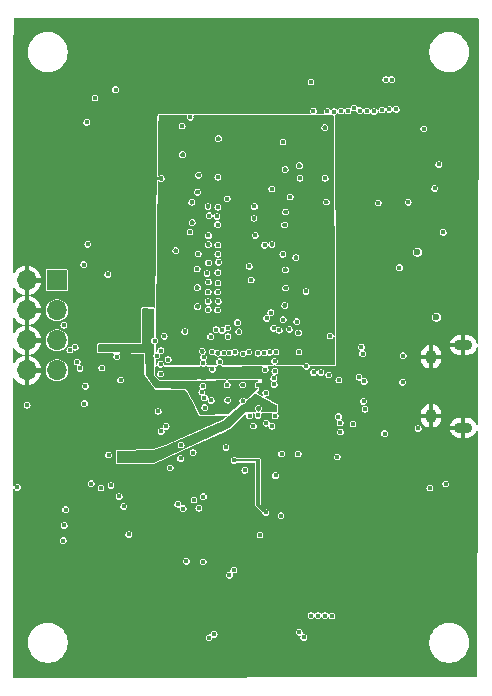
<source format=gbr>
G04 #@! TF.GenerationSoftware,KiCad,Pcbnew,9.0.1*
G04 #@! TF.CreationDate,2025-06-03T13:31:56-07:00*
G04 #@! TF.ProjectId,mp153-devboard,6d703135-332d-4646-9576-626f6172642e,rev?*
G04 #@! TF.SameCoordinates,PXb487a00PY650eff0*
G04 #@! TF.FileFunction,Copper,L3,Inr*
G04 #@! TF.FilePolarity,Positive*
%FSLAX46Y46*%
G04 Gerber Fmt 4.6, Leading zero omitted, Abs format (unit mm)*
G04 Created by KiCad (PCBNEW 9.0.1) date 2025-06-03 13:31:56*
%MOMM*%
%LPD*%
G01*
G04 APERTURE LIST*
G04 #@! TA.AperFunction,ComponentPad*
%ADD10O,1.550000X0.890000*%
G04 #@! TD*
G04 #@! TA.AperFunction,ComponentPad*
%ADD11O,0.950000X1.250000*%
G04 #@! TD*
G04 #@! TA.AperFunction,ComponentPad*
%ADD12R,1.700000X1.700000*%
G04 #@! TD*
G04 #@! TA.AperFunction,ComponentPad*
%ADD13O,1.700000X1.700000*%
G04 #@! TD*
G04 #@! TA.AperFunction,ViaPad*
%ADD14C,0.400000*%
G04 #@! TD*
G04 #@! TA.AperFunction,ViaPad*
%ADD15C,0.600000*%
G04 #@! TD*
G04 #@! TA.AperFunction,Conductor*
%ADD16C,0.300000*%
G04 #@! TD*
G04 #@! TA.AperFunction,Conductor*
%ADD17C,0.203200*%
G04 #@! TD*
G04 APERTURE END LIST*
D10*
G04 #@! TO.N,GND*
G04 #@! TO.C,J3*
X38420800Y28547600D03*
D11*
X35720800Y27547600D03*
X35720800Y22547600D03*
D10*
X38420800Y21547600D03*
G04 #@! TD*
D12*
G04 #@! TO.N,/UART_TX*
G04 #@! TO.C,J1*
X4030800Y34027600D03*
D13*
G04 #@! TO.N,GND*
X1490800Y34027600D03*
G04 #@! TO.N,/UART_RX*
X4030800Y31487600D03*
G04 #@! TO.N,GND*
X1490800Y31487600D03*
G04 #@! TO.N,/DEBUG2*
X4030800Y28947600D03*
G04 #@! TO.N,GND*
X1490800Y28947600D03*
G04 #@! TO.N,/DEBUG3*
X4030800Y26407600D03*
G04 #@! TO.N,GND*
X1490800Y26407600D03*
G04 #@! TD*
D14*
G04 #@! TO.N,+3V3*
X35610800Y16447600D03*
D15*
X36166340Y30927600D03*
D14*
X32760800Y48517600D03*
X36950800Y16797600D03*
X32170800Y48507600D03*
G04 #@! TO.N,GND*
X12860800Y42657600D03*
X14498800Y22826810D03*
D15*
X8987647Y36617600D03*
D14*
X26740800Y42680821D03*
X21130800Y51317600D03*
X24613180Y42683201D03*
X15918500Y33424300D03*
X25380800Y4127600D03*
X30680800Y51117600D03*
X14670800Y44680821D03*
X23970800Y51107600D03*
X32496340Y29607600D03*
X16500829Y3010000D03*
X21065193Y27861223D03*
X16822740Y40284840D03*
X19765142Y25181326D03*
X23400595Y33394656D03*
X32950800Y51017600D03*
X23315800Y38731821D03*
X14666300Y15924286D03*
X21159300Y19415320D03*
X24480300Y29590139D03*
X24565800Y43745821D03*
X16031380Y42940900D03*
X17657167Y42765959D03*
X29900800Y27027600D03*
X34426340Y33258600D03*
X26840800Y40667600D03*
X32730800Y25067600D03*
X27157647Y29317600D03*
X20715470Y39285430D03*
X16551700Y5660000D03*
X23360700Y43409040D03*
X34433340Y31963600D03*
X16337800Y28032821D03*
X33686340Y32887600D03*
X15941360Y31824880D03*
X23385800Y39822600D03*
X21100800Y23190821D03*
X23775800Y41102600D03*
X15490800Y38920821D03*
X17658619Y27855081D03*
X35666340Y33279600D03*
X31146340Y36968600D03*
X21065383Y25183504D03*
X33180800Y39317600D03*
X22247800Y37080821D03*
X35740340Y31954600D03*
X6880800Y22347600D03*
X24750800Y51097600D03*
X23325140Y31905380D03*
X23380800Y34930821D03*
X23310800Y51017600D03*
X23566300Y14753439D03*
X3940800Y12587600D03*
X17840800Y26490821D03*
X31538085Y50651638D03*
X22233059Y41774507D03*
X19770800Y23840821D03*
X14550800Y20087600D03*
X26710800Y46957600D03*
X16610800Y21857600D03*
X15454800Y40646121D03*
X16455560Y25766801D03*
X15900720Y35006720D03*
X24170800Y20030821D03*
X16853220Y37066660D03*
X27540800Y51167600D03*
X37206564Y41027093D03*
X24260800Y35960821D03*
X30940800Y27627600D03*
X19436300Y29688821D03*
X25530800Y21597600D03*
X19750800Y10547600D03*
X14089800Y36542821D03*
X15938820Y41495321D03*
X11225800Y33247600D03*
X17710800Y46035321D03*
X23170800Y45750821D03*
X37790800Y15327600D03*
X14630800Y47097600D03*
X24918919Y22182599D03*
X24460800Y26332253D03*
X14866940Y29715900D03*
X27790800Y1157600D03*
D15*
X7790800Y29157600D03*
D14*
X4000800Y15857600D03*
X18490800Y23890821D03*
X27350800Y1187600D03*
X18447594Y25179441D03*
G04 #@! TO.N,+5V*
X6350800Y23597600D03*
X36370800Y43847600D03*
D15*
X34557329Y36415600D03*
D14*
X36740800Y38107600D03*
X8400800Y19247100D03*
X8607300Y16667600D03*
X18640800Y9067600D03*
X21220800Y12477600D03*
X14990800Y10257600D03*
X6560800Y47417600D03*
X15320800Y47847600D03*
G04 #@! TO.N,/D1*
X14270800Y15077600D03*
X15560800Y19447600D03*
G04 #@! TO.N,VDD_CORE*
X11556300Y31373439D03*
X7915800Y28377600D03*
X20391355Y25179695D03*
X17789060Y25167361D03*
X19150800Y23870821D03*
X11680800Y29807600D03*
X19096803Y25183809D03*
X9335300Y28307600D03*
X6300800Y35367600D03*
X17860800Y23870821D03*
X11673425Y29352106D03*
G04 #@! TO.N,VDD*
X22335800Y23250821D03*
X18448800Y21888821D03*
X9690800Y14897600D03*
X19068800Y22554821D03*
X20771020Y23884661D03*
X14730800Y14697600D03*
X9588617Y18827100D03*
X9500300Y19387600D03*
X16420800Y10207600D03*
G04 #@! TO.N,/NRST*
X6640800Y37097600D03*
X9295800Y15732600D03*
X13630800Y18167600D03*
G04 #@! TO.N,VDD_DDR*
X31240800Y40577600D03*
X24398661Y40175476D03*
X14750800Y43960821D03*
X21618260Y38671940D03*
X23415800Y40642600D03*
X24655480Y41736141D03*
X17658400Y41844400D03*
X15905800Y34186300D03*
X33780800Y40657600D03*
X23325140Y32502280D03*
X16350800Y45950821D03*
X16817660Y36233540D03*
X23398800Y42225400D03*
X17180800Y27100821D03*
X22451380Y43452220D03*
X22436140Y36238620D03*
X15763560Y42260960D03*
X22239140Y46226501D03*
X23902980Y44725221D03*
X23400800Y34360821D03*
X22432800Y38635821D03*
X36020800Y41818600D03*
X16046620Y38649681D03*
X21067800Y27053821D03*
X17633000Y43444600D03*
X15893100Y32626740D03*
X18490800Y27202821D03*
X23375800Y41502600D03*
X15854914Y43607746D03*
G04 #@! TO.N,VDDA_1V8*
X21716772Y24507585D03*
G04 #@! TO.N,Net-(U2D-VDDA1V1_REG)*
X22395153Y25731467D03*
X25763473Y26242253D03*
G04 #@! TO.N,GNDADC*
X21710800Y14377600D03*
X21060800Y22590821D03*
X16913429Y3771082D03*
X24940800Y3797600D03*
X21060800Y18717600D03*
X19040800Y18787600D03*
G04 #@! TO.N,VREF+*
X20660800Y21707600D03*
X23000800Y14107600D03*
X17351700Y4077600D03*
X24550800Y4250753D03*
G04 #@! TO.N,VREF_DDR*
X25120800Y33097600D03*
X20315800Y35222821D03*
X15294780Y38131521D03*
X24528800Y27970821D03*
G04 #@! TO.N,VDDA*
X20340800Y22567600D03*
G04 #@! TO.N,VDD_USB*
X22424587Y25220211D03*
G04 #@! TO.N,/D5*
X30890800Y48327600D03*
X29920800Y27827600D03*
G04 #@! TO.N,/D9*
X12810800Y26097600D03*
X16380800Y25070821D03*
G04 #@! TO.N,/D11*
X31560800Y48447600D03*
X30050800Y25467600D03*
G04 #@! TO.N,/UART_TX*
X13290800Y21687600D03*
X1510800Y23467600D03*
G04 #@! TO.N,/UART_RX*
X16294218Y24575405D03*
G04 #@! TO.N,/DEBUG2*
X6450800Y25067600D03*
X16545800Y23257600D03*
G04 #@! TO.N,/DEBUG3*
X9095800Y27567600D03*
X4620800Y30237600D03*
G04 #@! TO.N,/SAI_MCLK*
X12850800Y21247600D03*
X25540000Y50830000D03*
X9000800Y50177600D03*
X12600800Y22947600D03*
G04 #@! TO.N,/SAI_SD_B*
X28670955Y48378838D03*
X28008341Y21967600D03*
G04 #@! TO.N,/SAI_FS*
X27044772Y26018627D03*
X26930800Y48327600D03*
G04 #@! TO.N,/SAI_SCK*
X27902554Y25594660D03*
X27496717Y48312675D03*
G04 #@! TO.N,/SAI_SD_A*
X28081390Y48389166D03*
X27870183Y22497839D03*
G04 #@! TO.N,/PWR_ONRST*
X33036340Y35117600D03*
X35093727Y46868288D03*
G04 #@! TO.N,/JTMS_SWDIO*
X12490800Y27657600D03*
X7760800Y16457600D03*
X7836276Y26615313D03*
G04 #@! TO.N,/JTCK_SWCLK*
X4570800Y11997600D03*
X5740800Y27127600D03*
X13123300Y29305312D03*
G04 #@! TO.N,/JTDO_SWO*
X5574777Y28371577D03*
X12300800Y28917600D03*
X4650800Y13277600D03*
G04 #@! TO.N,/JTDI*
X5123831Y28133352D03*
X4770800Y14617600D03*
X12830800Y28087600D03*
G04 #@! TO.N,/USB_VBUS_JACK*
X33300800Y25407600D03*
X33340800Y27657600D03*
G04 #@! TO.N,/USB_RREF*
X21657800Y26462821D03*
X25150631Y26752940D03*
G04 #@! TO.N,/DDR_CKE*
X21553800Y27890821D03*
X23153540Y36249381D03*
G04 #@! TO.N,/DDR_RESETN*
X13450800Y27320821D03*
X16844800Y31554821D03*
G04 #@! TO.N,/DDR_CLK_N*
X21611760Y37013921D03*
G04 #@! TO.N,/DDR_CLK_P*
X20827520Y37844241D03*
G04 #@! TO.N,Net-(U2E-DDR_ZQ)*
X17195800Y26500821D03*
G04 #@! TO.N,/PWR_ON*
X7260800Y49487600D03*
X19937890Y17961986D03*
X8350800Y34537600D03*
X10127647Y12517600D03*
G04 #@! TO.N,/BOOT0*
X15640800Y15437600D03*
X19010800Y9507600D03*
G04 #@! TO.N,Net-(J2-Pin_10)*
X6940800Y16817600D03*
G04 #@! TO.N,/USB_HS_DM*
X29989692Y23787564D03*
G04 #@! TO.N,/DDR_DQS1_P*
X23703800Y29886821D03*
X17660940Y40234040D03*
G04 #@! TO.N,/DDR_DQM1*
X20745637Y40287964D03*
X24337800Y30534821D03*
G04 #@! TO.N,/USB_HS_DP*
X30120324Y23129315D03*
G04 #@! TO.N,/FLASH_IO0*
X34615800Y21502600D03*
X31780800Y21055753D03*
G04 #@! TO.N,/DDR_DQ9*
X18453591Y40940160D03*
X23185800Y30702600D03*
G04 #@! TO.N,/DDR_DQS1_N*
X22842800Y29804821D03*
X17585800Y39442600D03*
G04 #@! TO.N,/DDR_DQ10*
X22385450Y29987025D03*
X17643056Y38750714D03*
G04 #@! TO.N,/DDR_DQ13*
X16859420Y37829261D03*
X22051761Y27939546D03*
G04 #@! TO.N,/DDR_A8*
X22577800Y27970821D03*
X22143811Y31302293D03*
G04 #@! TO.N,/DDR_DQ8*
X16931518Y39507158D03*
X21792115Y30816049D03*
G04 #@! TO.N,/DDR_A10*
X20483800Y34075821D03*
X20267132Y27974733D03*
G04 #@! TO.N,/DDR_CASN*
X19326300Y30455321D03*
X17660940Y36251320D03*
G04 #@! TO.N,/DDR_WEN*
X18636410Y27899062D03*
X17713800Y35575821D03*
G04 #@! TO.N,/DDR_CSN*
X16872432Y35518510D03*
X19122520Y27956597D03*
G04 #@! TO.N,/DDR_ODT*
X16002320Y36279260D03*
X18514380Y29268860D03*
G04 #@! TO.N,/DDR_BA2*
X17658635Y34693821D03*
X18147043Y27887559D03*
G04 #@! TO.N,/DDR_BA0*
X18475300Y30005821D03*
X16736800Y34626821D03*
G04 #@! TO.N,/DDR_A0*
X17673640Y33823700D03*
X18022800Y29792821D03*
G04 #@! TO.N,/DDR_A3*
X16858300Y33889120D03*
X17514800Y29864821D03*
G04 #@! TO.N,/DDR_A2*
X17186541Y27984525D03*
X17638080Y33056000D03*
G04 #@! TO.N,/DDR_A9*
X17693180Y32266060D03*
X17049800Y29264821D03*
G04 #@! TO.N,/DDR_A13*
X16447869Y27518854D03*
X17634800Y31523821D03*
G04 #@! TO.N,/JTRST*
X5990800Y26577600D03*
X12810453Y26932196D03*
G04 #@! TO.N,/FLASH_CLK*
X22480800Y26357600D03*
X26385510Y26242253D03*
G04 #@! TO.N,/DDR_RASN*
X19803800Y27816821D03*
X17660800Y37036821D03*
G04 #@! TO.N,/DDR_A5*
X17808260Y27147960D03*
X16840520Y33048380D03*
G04 #@! TO.N,/DDR_A7*
X16420800Y27014821D03*
X16835440Y32250820D03*
G04 #@! TO.N,/D7*
X22460000Y27180000D03*
X25750000Y48380000D03*
G04 #@! TO.N,/BOOT2*
X16430800Y15717600D03*
X16050800Y14747600D03*
X18350800Y19887600D03*
G04 #@! TO.N,/D6*
X28040800Y21187600D03*
X29200800Y48637600D03*
G04 #@! TO.N,/DFU_BOOT*
X14510000Y18950000D03*
G04 #@! TO.N,/D24*
X29096147Y21864089D03*
X29670800Y48407600D03*
G04 #@! TO.N,/D21*
X29813953Y28397600D03*
X30280800Y48367600D03*
G04 #@! TO.N,/USB_HS_D-*
X31881280Y51028892D03*
G04 #@! TO.N,/D23*
X16520800Y24087600D03*
X9425800Y25607600D03*
G04 #@! TO.N,/USB_HS_D+*
X32371280Y51028892D03*
G04 #@! TO.N,/D26*
X26732203Y5652916D03*
X27770800Y19087600D03*
G04 #@! TO.N,/ADC-14*
X22230800Y21687600D03*
X23060800Y19347600D03*
G04 #@! TO.N,/D27*
X21760800Y21937600D03*
X26142584Y5646405D03*
G04 #@! TO.N,/D29*
X25552930Y5647869D03*
X22546980Y17509758D03*
G04 #@! TO.N,/D28*
X17101625Y23862599D03*
X680800Y16507600D03*
G04 #@! TO.N,/D30*
X27320800Y5617600D03*
X29610800Y25837600D03*
G04 #@! TO.N,/ADC-10*
X22503697Y22551456D03*
X24460800Y19337600D03*
G04 #@! TD*
D16*
G04 #@! TO.N,GNDADC*
X21060800Y15027600D02*
X21710800Y14377600D01*
X21060800Y18717600D02*
X21060800Y15027600D01*
D17*
X19040800Y18787600D02*
X20990800Y18787600D01*
X20990800Y18787600D02*
X21060800Y18717600D01*
G04 #@! TD*
G04 #@! TA.AperFunction,Conductor*
G04 #@! TO.N,GND*
G36*
X14583975Y20280590D02*
G01*
X14603408Y20275384D01*
X14618563Y20271324D01*
X14632791Y20265431D01*
X14663804Y20247525D01*
X14676021Y20238150D01*
X14701343Y20212829D01*
X14710721Y20200609D01*
X14728628Y20169593D01*
X14734521Y20155364D01*
X14743789Y20120778D01*
X14745800Y20105507D01*
X14745800Y20069695D01*
X14743789Y20054425D01*
X14743789Y20054424D01*
X14734521Y20019838D01*
X14728627Y20005609D01*
X14710721Y19974595D01*
X14701346Y19962377D01*
X14676027Y19937057D01*
X14663807Y19927679D01*
X14632791Y19909772D01*
X14618562Y19903879D01*
X14583975Y19894611D01*
X14568706Y19892600D01*
X14532894Y19892600D01*
X14517623Y19894611D01*
X14483036Y19903879D01*
X14468807Y19909772D01*
X14437791Y19927679D01*
X14425572Y19937056D01*
X14400254Y19962374D01*
X14390878Y19974592D01*
X14372971Y20005606D01*
X14367076Y20019839D01*
X14357810Y20054425D01*
X14355800Y20069693D01*
X14355800Y20105510D01*
X14357810Y20120778D01*
X14367076Y20155364D01*
X14372971Y20169596D01*
X14390875Y20200606D01*
X14400247Y20212821D01*
X14425579Y20238153D01*
X14437788Y20247522D01*
X14468808Y20265432D01*
X14483033Y20271324D01*
X14494004Y20274263D01*
X14517625Y20280590D01*
X14532892Y20282600D01*
X14568707Y20282600D01*
X14583975Y20280590D01*
G37*
G04 #@! TD.AperFunction*
G04 #@! TA.AperFunction,Conductor*
G36*
X21133975Y23383811D02*
G01*
X21153408Y23378605D01*
X21168563Y23374545D01*
X21182791Y23368652D01*
X21205620Y23355471D01*
X21213804Y23350746D01*
X21226021Y23341371D01*
X21251343Y23316050D01*
X21260721Y23303830D01*
X21278628Y23272814D01*
X21284521Y23258585D01*
X21293789Y23223999D01*
X21295800Y23208728D01*
X21295800Y23172916D01*
X21293789Y23157646D01*
X21293789Y23157645D01*
X21284521Y23123059D01*
X21278628Y23108830D01*
X21260721Y23077814D01*
X21251345Y23065595D01*
X21216686Y23030936D01*
X21216609Y23030858D01*
X21216152Y23030399D01*
X21215653Y23029892D01*
X21194986Y22998223D01*
X21178284Y22956270D01*
X21178280Y22956260D01*
X21173852Y22941963D01*
X21173249Y22936181D01*
X21171467Y22936367D01*
X21160337Y22900442D01*
X21120387Y22879392D01*
X21110000Y22879349D01*
X21104756Y22879791D01*
X21099045Y22881321D01*
X21086588Y22881321D01*
X21084119Y22881529D01*
X21066092Y22890840D01*
X21047352Y22898602D01*
X21046192Y22901118D01*
X21043997Y22902251D01*
X21040245Y22914017D01*
X21030253Y22935691D01*
X21028955Y22952173D01*
X21028955Y22952175D01*
X21011674Y22993894D01*
X20990973Y23024876D01*
X20984913Y23030936D01*
X20950249Y23065600D01*
X20940877Y23077814D01*
X20922971Y23108827D01*
X20917076Y23123060D01*
X20907810Y23157646D01*
X20905800Y23172914D01*
X20905800Y23208731D01*
X20907810Y23223999D01*
X20917076Y23258585D01*
X20922971Y23272817D01*
X20940875Y23303827D01*
X20950247Y23316042D01*
X20975579Y23341374D01*
X20987788Y23350743D01*
X21018808Y23368653D01*
X21033033Y23374545D01*
X21044004Y23377484D01*
X21067625Y23383811D01*
X21082892Y23385821D01*
X21118707Y23385821D01*
X21133975Y23383811D01*
G37*
G04 #@! TD.AperFunction*
G04 #@! TA.AperFunction,Conductor*
G36*
X19803976Y24033811D02*
G01*
X19838563Y24024544D01*
X19852790Y24018651D01*
X19883806Y24000744D01*
X19896024Y23991368D01*
X19921346Y23966046D01*
X19930721Y23953829D01*
X19931807Y23951947D01*
X19936155Y23945106D01*
X19936160Y23945099D01*
X19940916Y23938274D01*
X19965579Y23916495D01*
X19970387Y23912250D01*
X19990221Y23871682D01*
X19981215Y23836512D01*
X19972142Y23822151D01*
X19972137Y23822143D01*
X19960629Y23795852D01*
X19954521Y23773055D01*
X19948626Y23758826D01*
X19948626Y23758825D01*
X19930722Y23727816D01*
X19921347Y23715599D01*
X19896027Y23690278D01*
X19883807Y23680900D01*
X19852794Y23662995D01*
X19838564Y23657101D01*
X19793156Y23644934D01*
X19788244Y23643840D01*
X19766361Y23639938D01*
X19737139Y23629177D01*
X19692019Y23630978D01*
X19662244Y23661964D01*
X19661284Y23664281D01*
X19661280Y23664289D01*
X19640577Y23695274D01*
X19620254Y23715596D01*
X19610877Y23727815D01*
X19592970Y23758830D01*
X19587077Y23773058D01*
X19577810Y23807647D01*
X19575800Y23822916D01*
X19575800Y23858729D01*
X19577810Y23873998D01*
X19584695Y23899693D01*
X19587077Y23908588D01*
X19592968Y23922812D01*
X19610878Y23953832D01*
X19620251Y23966045D01*
X19645574Y23991369D01*
X19657789Y24000743D01*
X19688804Y24018650D01*
X19703030Y24024543D01*
X19720328Y24029177D01*
X19737624Y24033811D01*
X19752893Y24035821D01*
X19788706Y24035821D01*
X19803976Y24033811D01*
G37*
G04 #@! TD.AperFunction*
G04 #@! TA.AperFunction,Conductor*
G36*
X18523976Y24083811D02*
G01*
X18558563Y24074544D01*
X18572790Y24068651D01*
X18603806Y24050744D01*
X18616024Y24041368D01*
X18641347Y24016045D01*
X18650721Y24003829D01*
X18657915Y23991369D01*
X18668626Y23972819D01*
X18674520Y23958590D01*
X18683789Y23924001D01*
X18685800Y23908729D01*
X18685800Y23872916D01*
X18683789Y23857647D01*
X18683789Y23857645D01*
X18674520Y23823055D01*
X18668626Y23808825D01*
X18650723Y23777817D01*
X18641347Y23765599D01*
X18616022Y23740274D01*
X18603804Y23730898D01*
X18572796Y23712995D01*
X18558567Y23707101D01*
X18543273Y23703003D01*
X18523976Y23697832D01*
X18508707Y23695821D01*
X18472892Y23695821D01*
X18457622Y23697832D01*
X18423031Y23707101D01*
X18408804Y23712994D01*
X18377792Y23730900D01*
X18365576Y23740274D01*
X18340253Y23765597D01*
X18330877Y23777815D01*
X18312973Y23808825D01*
X18312970Y23808830D01*
X18307077Y23823058D01*
X18306339Y23825811D01*
X18299382Y23851780D01*
X18297810Y23857647D01*
X18295800Y23872916D01*
X18295800Y23908729D01*
X18297810Y23923998D01*
X18300483Y23933975D01*
X18307079Y23958590D01*
X18312968Y23972812D01*
X18330878Y24003832D01*
X18340251Y24016045D01*
X18365574Y24041369D01*
X18377789Y24050743D01*
X18408804Y24068650D01*
X18423030Y24074543D01*
X18440328Y24079177D01*
X18457624Y24083811D01*
X18472893Y24085821D01*
X18508706Y24085821D01*
X18523976Y24083811D01*
G37*
G04 #@! TD.AperFunction*
G04 #@! TA.AperFunction,Conductor*
G36*
X18473943Y25380422D02*
G01*
X18499347Y25367895D01*
X18499349Y25367895D01*
X18501311Y25366927D01*
X18516088Y25362968D01*
X18516744Y25362775D01*
X18517215Y25362395D01*
X18529581Y25357273D01*
X18560602Y25339363D01*
X18572817Y25329989D01*
X18598140Y25304666D01*
X18607517Y25292447D01*
X18625420Y25261438D01*
X18631313Y25247210D01*
X18640583Y25212619D01*
X18642594Y25197347D01*
X18642594Y25161536D01*
X18640583Y25146265D01*
X18631314Y25111675D01*
X18625420Y25097445D01*
X18607517Y25066437D01*
X18598141Y25054219D01*
X18572818Y25028896D01*
X18560598Y25019519D01*
X18529584Y25001614D01*
X18515361Y24995722D01*
X18501484Y24992003D01*
X18498065Y24991086D01*
X18498062Y24991085D01*
X18480773Y24986452D01*
X18465501Y24984441D01*
X18429686Y24984441D01*
X18414416Y24986452D01*
X18379825Y24995721D01*
X18365598Y25001614D01*
X18334586Y25019520D01*
X18322370Y25028894D01*
X18297047Y25054217D01*
X18287671Y25066435D01*
X18286583Y25068320D01*
X18269764Y25097450D01*
X18263871Y25111678D01*
X18262782Y25115741D01*
X18257114Y25136899D01*
X18254604Y25146267D01*
X18252594Y25161536D01*
X18252594Y25197349D01*
X18254604Y25212618D01*
X18260639Y25235143D01*
X18263873Y25247210D01*
X18269762Y25261432D01*
X18287672Y25292452D01*
X18297045Y25304665D01*
X18322368Y25329989D01*
X18334583Y25339363D01*
X18365598Y25357270D01*
X18379832Y25363164D01*
X18389731Y25365816D01*
X18389731Y25365817D01*
X18389738Y25365818D01*
X18413018Y25375502D01*
X18414643Y25376448D01*
X18418196Y25378512D01*
X18462948Y25384542D01*
X18473943Y25380422D01*
G37*
G04 #@! TD.AperFunction*
G04 #@! TA.AperFunction,Conductor*
G36*
X19767003Y25379069D02*
G01*
X19787762Y25379101D01*
X19791363Y25377473D01*
X19795355Y25375505D01*
X19797109Y25374640D01*
X19811347Y25370825D01*
X19832904Y25365048D01*
X19847132Y25359155D01*
X19878146Y25341250D01*
X19890366Y25331873D01*
X19915689Y25306550D01*
X19925063Y25294334D01*
X19928010Y25289230D01*
X19942968Y25263324D01*
X19948862Y25249095D01*
X19954185Y25229229D01*
X19958131Y25214506D01*
X19960142Y25199234D01*
X19960142Y25163421D01*
X19958131Y25148150D01*
X19948862Y25113560D01*
X19942968Y25099331D01*
X19942968Y25099330D01*
X19925065Y25068322D01*
X19915689Y25056104D01*
X19890366Y25030781D01*
X19878146Y25021404D01*
X19847132Y25003499D01*
X19832909Y24997607D01*
X19819032Y24993888D01*
X19815613Y24992971D01*
X19815610Y24992970D01*
X19798321Y24988337D01*
X19783049Y24986326D01*
X19747234Y24986326D01*
X19731964Y24988337D01*
X19697373Y24997606D01*
X19683146Y25003499D01*
X19652134Y25021405D01*
X19639918Y25030779D01*
X19614595Y25056102D01*
X19605219Y25068320D01*
X19605218Y25068322D01*
X19587312Y25099335D01*
X19581419Y25113563D01*
X19580835Y25115741D01*
X19575167Y25136899D01*
X19572152Y25148152D01*
X19570142Y25163421D01*
X19570142Y25199234D01*
X19572152Y25214503D01*
X19577682Y25235143D01*
X19581421Y25249095D01*
X19587310Y25263317D01*
X19605220Y25294337D01*
X19614593Y25306550D01*
X19639916Y25331874D01*
X19652131Y25341248D01*
X19683146Y25359155D01*
X19697369Y25365047D01*
X19730024Y25373796D01*
X19742608Y25379032D01*
X19744716Y25379035D01*
X19746302Y25380425D01*
X19767003Y25379069D01*
G37*
G04 #@! TD.AperFunction*
G04 #@! TA.AperFunction,Conductor*
G36*
X17691794Y28048071D02*
G01*
X17703455Y28044947D01*
X17726382Y28038805D01*
X17740610Y28032912D01*
X17780361Y28009961D01*
X17783621Y28007934D01*
X17796025Y27999646D01*
X17808326Y27991427D01*
X17808334Y27991423D01*
X17820416Y27986418D01*
X17852346Y27954487D01*
X17855618Y27929671D01*
X17856543Y27929671D01*
X17856543Y27849313D01*
X17865504Y27815869D01*
X17864088Y27805121D01*
X17867223Y27794742D01*
X17861457Y27785137D01*
X17859609Y27771099D01*
X17845885Y27754944D01*
X17841869Y27751657D01*
X17840805Y27751216D01*
X17809821Y27730513D01*
X17781770Y27702463D01*
X17779494Y27700599D01*
X17778206Y27700211D01*
X17771623Y27695158D01*
X17740610Y27677253D01*
X17726381Y27671360D01*
X17691794Y27662092D01*
X17676525Y27660081D01*
X17640713Y27660081D01*
X17625442Y27662092D01*
X17590855Y27671360D01*
X17576626Y27677254D01*
X17545612Y27695160D01*
X17533394Y27704535D01*
X17508072Y27729856D01*
X17498697Y27742073D01*
X17490422Y27756406D01*
X17465852Y27784422D01*
X17465740Y27784508D01*
X17465717Y27784549D01*
X17463735Y27786405D01*
X17464297Y27787006D01*
X17443159Y27823612D01*
X17450560Y27860821D01*
X17457244Y27872396D01*
X17477041Y27946280D01*
X17477041Y27955895D01*
X17494322Y27997614D01*
X17515575Y28011232D01*
X17521777Y28013527D01*
X17530499Y28014674D01*
X17565785Y28026651D01*
X17580965Y28035417D01*
X17585656Y28037151D01*
X17586760Y28037109D01*
X17590850Y28038803D01*
X17615549Y28045420D01*
X17625444Y28048071D01*
X17640712Y28050081D01*
X17676526Y28050081D01*
X17691794Y28048071D01*
G37*
G04 #@! TD.AperFunction*
G04 #@! TA.AperFunction,Conductor*
G36*
X21098369Y28054213D02*
G01*
X21132957Y28044946D01*
X21147188Y28039051D01*
X21181323Y28019343D01*
X21184602Y28017305D01*
X21185451Y28016738D01*
X21185453Y28016736D01*
X21216430Y27996038D01*
X21227412Y27991489D01*
X21259341Y27959558D01*
X21262849Y27932933D01*
X21263300Y27932933D01*
X21263300Y27929514D01*
X21263329Y27929293D01*
X21263300Y27929073D01*
X21263300Y27852573D01*
X21271680Y27821297D01*
X21270251Y27810450D01*
X21273378Y27799964D01*
X21267610Y27790395D01*
X21265785Y27776527D01*
X21251900Y27760242D01*
X21247378Y27756568D01*
X21246030Y27756009D01*
X21215046Y27735306D01*
X21188272Y27708533D01*
X21185907Y27706610D01*
X21184614Y27706225D01*
X21178197Y27701300D01*
X21147184Y27683395D01*
X21132955Y27677502D01*
X21098368Y27668234D01*
X21083099Y27666223D01*
X21047287Y27666223D01*
X21032016Y27668234D01*
X20997429Y27677502D01*
X20983200Y27683395D01*
X20952184Y27701302D01*
X20939965Y27710679D01*
X20914647Y27735997D01*
X20905271Y27748215D01*
X20900540Y27756408D01*
X20887363Y27779230D01*
X20881469Y27793462D01*
X20872203Y27828048D01*
X20870193Y27843316D01*
X20870193Y27879133D01*
X20872203Y27894401D01*
X20876483Y27910376D01*
X20881469Y27928989D01*
X20887364Y27943219D01*
X20894683Y27955895D01*
X20905268Y27974231D01*
X20914640Y27986444D01*
X20939972Y28011776D01*
X20952181Y28021145D01*
X20983201Y28039055D01*
X20997426Y28044947D01*
X21008397Y28047886D01*
X21032018Y28054213D01*
X21047285Y28056223D01*
X21083100Y28056223D01*
X21098369Y28054213D01*
G37*
G04 #@! TD.AperFunction*
G04 #@! TA.AperFunction,Conductor*
G36*
X16370975Y28225811D02*
G01*
X16390408Y28220605D01*
X16405563Y28216545D01*
X16419791Y28210652D01*
X16450007Y28193206D01*
X16450804Y28192746D01*
X16463021Y28183371D01*
X16488343Y28158050D01*
X16497721Y28145830D01*
X16515628Y28114814D01*
X16521521Y28100585D01*
X16530789Y28065999D01*
X16532800Y28050728D01*
X16532800Y28014916D01*
X16530789Y27999644D01*
X16521521Y27965059D01*
X16515628Y27950833D01*
X16486390Y27900189D01*
X16486389Y27900187D01*
X16474410Y27864897D01*
X16473851Y27860650D01*
X16451271Y27821544D01*
X16428180Y27810764D01*
X16421848Y27809354D01*
X16409624Y27809354D01*
X16349503Y27793245D01*
X16348278Y27792972D01*
X16327175Y27796673D01*
X16305954Y27799467D01*
X16304632Y27800627D01*
X16303800Y27800772D01*
X16302734Y27802291D01*
X16288646Y27814646D01*
X16284438Y27820130D01*
X16270745Y27837975D01*
X16242729Y27862544D01*
X16224788Y27872903D01*
X16212572Y27882277D01*
X16187254Y27907595D01*
X16177878Y27919813D01*
X16172975Y27928304D01*
X16159970Y27950828D01*
X16154076Y27965060D01*
X16144810Y27999646D01*
X16142800Y28014914D01*
X16142800Y28050731D01*
X16144810Y28065999D01*
X16151625Y28091437D01*
X16154076Y28100587D01*
X16159971Y28114817D01*
X16177775Y28145654D01*
X16177877Y28145830D01*
X16187247Y28158042D01*
X16212579Y28183374D01*
X16224788Y28192743D01*
X16255808Y28210653D01*
X16270033Y28216545D01*
X16281004Y28219484D01*
X16304625Y28225811D01*
X16319892Y28227821D01*
X16355707Y28227821D01*
X16370975Y28225811D01*
G37*
G04 #@! TD.AperFunction*
G04 #@! TA.AperFunction,Conductor*
G36*
X27190822Y29510590D02*
G01*
X27203808Y29507111D01*
X27225410Y29501324D01*
X27239638Y29495431D01*
X27270651Y29477525D01*
X27282868Y29468150D01*
X27308193Y29442826D01*
X27317566Y29430612D01*
X27335473Y29399597D01*
X27341365Y29385373D01*
X27345270Y29370803D01*
X27354877Y29347655D01*
X27355796Y29346069D01*
X27356276Y29342456D01*
X27358893Y29339919D01*
X27358532Y29325495D01*
X27361750Y29301306D01*
X27359592Y29294767D01*
X27358712Y29292547D01*
X27345793Y29266349D01*
X27340485Y29246546D01*
X27339230Y29243375D01*
X27338289Y29242406D01*
X27335474Y29235608D01*
X27317569Y29204595D01*
X27308193Y29192377D01*
X27282874Y29167057D01*
X27270654Y29157679D01*
X27239638Y29139772D01*
X27225409Y29133879D01*
X27190822Y29124611D01*
X27175553Y29122600D01*
X27139741Y29122600D01*
X27124470Y29124611D01*
X27089883Y29133879D01*
X27075654Y29139772D01*
X27044638Y29157679D01*
X27032419Y29167056D01*
X27007101Y29192374D01*
X26997725Y29204592D01*
X26984902Y29226800D01*
X26979817Y29235608D01*
X26973923Y29249839D01*
X26964657Y29284425D01*
X26962647Y29299693D01*
X26962647Y29335510D01*
X26964657Y29350778D01*
X26971055Y29374660D01*
X26973923Y29385366D01*
X26979818Y29399596D01*
X26997722Y29430606D01*
X27007094Y29442821D01*
X27032426Y29468153D01*
X27044635Y29477522D01*
X27075655Y29495432D01*
X27089880Y29501324D01*
X27103978Y29505100D01*
X27124472Y29510590D01*
X27139739Y29512600D01*
X27175554Y29512600D01*
X27190822Y29510590D01*
G37*
G04 #@! TD.AperFunction*
G04 #@! TA.AperFunction,Conductor*
G36*
X24513475Y29783129D02*
G01*
X24532908Y29777923D01*
X24548063Y29773863D01*
X24562291Y29767970D01*
X24582010Y29756585D01*
X24593304Y29750064D01*
X24605521Y29740689D01*
X24630843Y29715368D01*
X24640221Y29703148D01*
X24658128Y29672132D01*
X24664021Y29657903D01*
X24673289Y29623317D01*
X24675300Y29608046D01*
X24675300Y29572234D01*
X24673289Y29556964D01*
X24673289Y29556963D01*
X24664021Y29522377D01*
X24658127Y29508148D01*
X24640221Y29477134D01*
X24630846Y29464916D01*
X24605527Y29439596D01*
X24593307Y29430218D01*
X24562291Y29412311D01*
X24548062Y29406418D01*
X24513475Y29397150D01*
X24498206Y29395139D01*
X24462394Y29395139D01*
X24447123Y29397150D01*
X24412536Y29406418D01*
X24398307Y29412311D01*
X24367291Y29430218D01*
X24355072Y29439595D01*
X24329754Y29464913D01*
X24320378Y29477131D01*
X24310741Y29493821D01*
X24302470Y29508146D01*
X24296576Y29522378D01*
X24287310Y29556964D01*
X24285300Y29572232D01*
X24285300Y29608049D01*
X24287310Y29623317D01*
X24295971Y29655645D01*
X24296576Y29657905D01*
X24302471Y29672135D01*
X24312917Y29690228D01*
X24320377Y29703148D01*
X24329747Y29715360D01*
X24355079Y29740692D01*
X24367288Y29750061D01*
X24398308Y29767971D01*
X24412533Y29773863D01*
X24423504Y29776802D01*
X24447125Y29783129D01*
X24462392Y29785139D01*
X24498207Y29785139D01*
X24513475Y29783129D01*
G37*
G04 #@! TD.AperFunction*
G04 #@! TA.AperFunction,Conductor*
G36*
X19469475Y29881811D02*
G01*
X19488908Y29876605D01*
X19504063Y29872545D01*
X19518291Y29866652D01*
X19543744Y29851956D01*
X19549304Y29848746D01*
X19561521Y29839371D01*
X19586843Y29814050D01*
X19596221Y29801830D01*
X19614128Y29770814D01*
X19620021Y29756585D01*
X19629289Y29721999D01*
X19631300Y29706728D01*
X19631300Y29670916D01*
X19629289Y29655646D01*
X19629289Y29655645D01*
X19620021Y29621059D01*
X19614127Y29606830D01*
X19596221Y29575816D01*
X19586846Y29563598D01*
X19561527Y29538278D01*
X19549307Y29528900D01*
X19518291Y29510993D01*
X19504062Y29505100D01*
X19469475Y29495832D01*
X19454206Y29493821D01*
X19418394Y29493821D01*
X19403123Y29495832D01*
X19368536Y29505100D01*
X19354307Y29510993D01*
X19323291Y29528900D01*
X19311072Y29538277D01*
X19285754Y29563595D01*
X19276378Y29575813D01*
X19267797Y29590674D01*
X19258470Y29606828D01*
X19252576Y29621060D01*
X19243310Y29655646D01*
X19241300Y29670914D01*
X19241300Y29706731D01*
X19243310Y29721999D01*
X19248555Y29741576D01*
X19252576Y29756587D01*
X19258471Y29770817D01*
X19261301Y29775721D01*
X19276377Y29801830D01*
X19285747Y29814042D01*
X19311079Y29839374D01*
X19323288Y29848743D01*
X19354308Y29866653D01*
X19368533Y29872545D01*
X19380780Y29875825D01*
X19403125Y29881811D01*
X19418392Y29883821D01*
X19454207Y29883821D01*
X19469475Y29881811D01*
G37*
G04 #@! TD.AperFunction*
G04 #@! TA.AperFunction,Conductor*
G36*
X14900116Y29908890D02*
G01*
X14934704Y29899623D01*
X14948928Y29893733D01*
X14954526Y29890501D01*
X14954530Y29890495D01*
X14954532Y29890497D01*
X14979944Y29875825D01*
X14992161Y29866450D01*
X15017483Y29841129D01*
X15026861Y29828909D01*
X15044768Y29797893D01*
X15050661Y29783664D01*
X15059929Y29749078D01*
X15061940Y29733807D01*
X15061940Y29697995D01*
X15059929Y29682724D01*
X15050661Y29648138D01*
X15044767Y29633909D01*
X15026861Y29602895D01*
X15017486Y29590677D01*
X14992167Y29565357D01*
X14979947Y29555979D01*
X14948931Y29538072D01*
X14934702Y29532179D01*
X14900115Y29522911D01*
X14884846Y29520900D01*
X14849034Y29520900D01*
X14833763Y29522911D01*
X14799176Y29532179D01*
X14784947Y29538072D01*
X14753931Y29555979D01*
X14741712Y29565356D01*
X14716394Y29590674D01*
X14707018Y29602892D01*
X14704040Y29608049D01*
X14689110Y29633907D01*
X14683216Y29648139D01*
X14673950Y29682725D01*
X14671940Y29697993D01*
X14671940Y29733810D01*
X14673950Y29749078D01*
X14679774Y29770817D01*
X14683216Y29783666D01*
X14689111Y29797896D01*
X14707015Y29828906D01*
X14716387Y29841121D01*
X14741719Y29866453D01*
X14753928Y29875822D01*
X14784948Y29893732D01*
X14799173Y29899624D01*
X14810144Y29902563D01*
X14833765Y29908890D01*
X14849032Y29910900D01*
X14884847Y29910900D01*
X14900116Y29908890D01*
G37*
G04 #@! TD.AperFunction*
G04 #@! TA.AperFunction,Conductor*
G36*
X15974535Y32017870D02*
G01*
X15993968Y32012664D01*
X16009123Y32008604D01*
X16023351Y32002711D01*
X16049523Y31987600D01*
X16054364Y31984805D01*
X16066581Y31975430D01*
X16091904Y31950108D01*
X16101281Y31937889D01*
X16105225Y31931058D01*
X16105226Y31931056D01*
X16119188Y31906872D01*
X16125081Y31892644D01*
X16134345Y31858071D01*
X16134349Y31858058D01*
X16136360Y31842787D01*
X16136360Y31806975D01*
X16134349Y31791705D01*
X16134349Y31791704D01*
X16125081Y31757118D01*
X16119187Y31742889D01*
X16101281Y31711875D01*
X16091906Y31699657D01*
X16066587Y31674337D01*
X16054367Y31664959D01*
X16023351Y31647052D01*
X16009122Y31641159D01*
X15974535Y31631891D01*
X15959266Y31629880D01*
X15923454Y31629880D01*
X15908183Y31631891D01*
X15873596Y31641159D01*
X15859367Y31647052D01*
X15828351Y31664959D01*
X15816132Y31674336D01*
X15790814Y31699654D01*
X15781438Y31711872D01*
X15763531Y31742886D01*
X15757636Y31757119D01*
X15748370Y31791705D01*
X15746360Y31806973D01*
X15746360Y31842790D01*
X15748370Y31858058D01*
X15757636Y31892644D01*
X15763531Y31906876D01*
X15781435Y31937886D01*
X15790807Y31950101D01*
X15816139Y31975433D01*
X15828348Y31984802D01*
X15859368Y32002712D01*
X15873593Y32008604D01*
X15884564Y32011543D01*
X15908185Y32017870D01*
X15923452Y32019880D01*
X15959267Y32019880D01*
X15974535Y32017870D01*
G37*
G04 #@! TD.AperFunction*
G04 #@! TA.AperFunction,Conductor*
G36*
X23358315Y32098370D02*
G01*
X23377748Y32093164D01*
X23392903Y32089104D01*
X23407131Y32083211D01*
X23438144Y32065305D01*
X23450361Y32055930D01*
X23475683Y32030609D01*
X23485061Y32018389D01*
X23502968Y31987373D01*
X23508861Y31973144D01*
X23518129Y31938558D01*
X23520140Y31923287D01*
X23520140Y31887475D01*
X23518129Y31872205D01*
X23518129Y31872204D01*
X23508861Y31837618D01*
X23502967Y31823389D01*
X23485061Y31792375D01*
X23475686Y31780157D01*
X23450367Y31754837D01*
X23438147Y31745459D01*
X23407131Y31727552D01*
X23392902Y31721659D01*
X23358315Y31712391D01*
X23343046Y31710380D01*
X23307234Y31710380D01*
X23291963Y31712391D01*
X23257376Y31721659D01*
X23243147Y31727552D01*
X23212131Y31745459D01*
X23199912Y31754836D01*
X23174594Y31780154D01*
X23165218Y31792372D01*
X23156786Y31806975D01*
X23147310Y31823387D01*
X23141416Y31837619D01*
X23132150Y31872205D01*
X23130140Y31887473D01*
X23130140Y31923290D01*
X23132150Y31938558D01*
X23141416Y31973144D01*
X23147311Y31987376D01*
X23165215Y32018386D01*
X23174587Y32030601D01*
X23199919Y32055933D01*
X23212128Y32065302D01*
X23243148Y32083212D01*
X23257373Y32089104D01*
X23268344Y32092043D01*
X23291965Y32098370D01*
X23307232Y32100380D01*
X23343047Y32100380D01*
X23358315Y32098370D01*
G37*
G04 #@! TD.AperFunction*
G04 #@! TA.AperFunction,Conductor*
G36*
X23433770Y33587646D02*
G01*
X23453203Y33582440D01*
X23468358Y33578380D01*
X23482586Y33572487D01*
X23501312Y33561675D01*
X23513599Y33554581D01*
X23525816Y33545206D01*
X23551138Y33519885D01*
X23560516Y33507665D01*
X23578423Y33476649D01*
X23584316Y33462420D01*
X23593584Y33427834D01*
X23595595Y33412563D01*
X23595595Y33376751D01*
X23593584Y33361481D01*
X23593584Y33361480D01*
X23584316Y33326894D01*
X23578422Y33312665D01*
X23560516Y33281651D01*
X23551141Y33269433D01*
X23525820Y33244111D01*
X23513602Y33234735D01*
X23485575Y33218552D01*
X23485568Y33218549D01*
X23485566Y33218547D01*
X23482584Y33216826D01*
X23468364Y33210937D01*
X23448438Y33205598D01*
X23433770Y33201667D01*
X23418501Y33199656D01*
X23382689Y33199656D01*
X23367418Y33201667D01*
X23332831Y33210935D01*
X23318602Y33216828D01*
X23287586Y33234735D01*
X23275367Y33244112D01*
X23250049Y33269430D01*
X23240673Y33281648D01*
X23230611Y33299074D01*
X23222765Y33312663D01*
X23216871Y33326895D01*
X23207605Y33361481D01*
X23205595Y33376749D01*
X23205595Y33412566D01*
X23207605Y33427834D01*
X23216871Y33462420D01*
X23222766Y33476652D01*
X23231664Y33492064D01*
X23240672Y33507665D01*
X23250042Y33519877D01*
X23275374Y33545209D01*
X23287583Y33554578D01*
X23318603Y33572488D01*
X23332828Y33578380D01*
X23343799Y33581319D01*
X23367420Y33587646D01*
X23382687Y33589656D01*
X23418502Y33589656D01*
X23433770Y33587646D01*
G37*
G04 #@! TD.AperFunction*
G04 #@! TA.AperFunction,Conductor*
G36*
X15951675Y33617290D02*
G01*
X15971108Y33612084D01*
X15986263Y33608024D01*
X16000491Y33602131D01*
X16025579Y33587646D01*
X16031504Y33584225D01*
X16043721Y33574850D01*
X16069043Y33549529D01*
X16078421Y33537309D01*
X16096328Y33506293D01*
X16102221Y33492064D01*
X16111489Y33457478D01*
X16113500Y33442207D01*
X16113500Y33406395D01*
X16111489Y33391125D01*
X16111489Y33391124D01*
X16102221Y33356538D01*
X16096327Y33342309D01*
X16078421Y33311295D01*
X16069046Y33299077D01*
X16043724Y33273754D01*
X16031503Y33264376D01*
X16000495Y33246474D01*
X15986285Y33240585D01*
X15984044Y33239984D01*
X15983101Y33239731D01*
X15983093Y33239729D01*
X15972258Y33236828D01*
X15972123Y33236790D01*
X15968395Y33235792D01*
X15951674Y33231311D01*
X15936407Y33229300D01*
X15900594Y33229300D01*
X15885323Y33231311D01*
X15850736Y33240579D01*
X15836507Y33246472D01*
X15805491Y33264379D01*
X15793272Y33273756D01*
X15767954Y33299074D01*
X15758578Y33311292D01*
X15753903Y33319388D01*
X15740670Y33342307D01*
X15734776Y33356539D01*
X15725510Y33391125D01*
X15723500Y33406393D01*
X15723500Y33442210D01*
X15725510Y33457478D01*
X15734776Y33492064D01*
X15740671Y33506296D01*
X15745345Y33514391D01*
X15758577Y33537309D01*
X15767947Y33549521D01*
X15793279Y33574853D01*
X15805488Y33584222D01*
X15836508Y33602132D01*
X15850733Y33608024D01*
X15861704Y33610963D01*
X15885325Y33617290D01*
X15900592Y33619300D01*
X15936407Y33619300D01*
X15951675Y33617290D01*
G37*
G04 #@! TD.AperFunction*
G04 #@! TA.AperFunction,Conductor*
G36*
X23413975Y35123811D02*
G01*
X23429212Y35119729D01*
X23448563Y35114545D01*
X23462791Y35108652D01*
X23493804Y35090746D01*
X23506021Y35081371D01*
X23531343Y35056050D01*
X23540721Y35043830D01*
X23558628Y35012814D01*
X23564521Y34998585D01*
X23573789Y34963999D01*
X23575800Y34948728D01*
X23575800Y34912916D01*
X23573789Y34897646D01*
X23573789Y34897645D01*
X23564521Y34863059D01*
X23558627Y34848830D01*
X23540721Y34817816D01*
X23531346Y34805598D01*
X23506027Y34780278D01*
X23493807Y34770900D01*
X23462791Y34752993D01*
X23448562Y34747100D01*
X23413975Y34737832D01*
X23398706Y34735821D01*
X23362894Y34735821D01*
X23347623Y34737832D01*
X23313036Y34747100D01*
X23298807Y34752993D01*
X23267791Y34770900D01*
X23255572Y34780277D01*
X23230254Y34805595D01*
X23220878Y34817813D01*
X23220672Y34818169D01*
X23202970Y34848828D01*
X23197076Y34863060D01*
X23187810Y34897646D01*
X23185800Y34912914D01*
X23185800Y34948731D01*
X23187810Y34963999D01*
X23189523Y34970395D01*
X23197076Y34998587D01*
X23202971Y35012817D01*
X23209791Y35024630D01*
X23220877Y35043830D01*
X23230247Y35056042D01*
X23255579Y35081374D01*
X23267788Y35090743D01*
X23298808Y35108653D01*
X23313033Y35114545D01*
X23324004Y35117484D01*
X23347625Y35123811D01*
X23362892Y35125821D01*
X23398707Y35125821D01*
X23413975Y35123811D01*
G37*
G04 #@! TD.AperFunction*
G04 #@! TA.AperFunction,Conductor*
G36*
X15933895Y35199710D02*
G01*
X15953328Y35194504D01*
X15968483Y35190444D01*
X15982711Y35184551D01*
X16010662Y35168413D01*
X16013724Y35166645D01*
X16025941Y35157270D01*
X16051263Y35131949D01*
X16060641Y35119729D01*
X16078548Y35088713D01*
X16084441Y35074484D01*
X16093709Y35039898D01*
X16095720Y35024627D01*
X16095720Y34988816D01*
X16093710Y34973549D01*
X16089141Y34956497D01*
X16089140Y34956494D01*
X16089140Y34956493D01*
X16084438Y34938951D01*
X16078546Y34924726D01*
X16060642Y34893715D01*
X16051266Y34881497D01*
X16025947Y34856177D01*
X16013726Y34846799D01*
X15982711Y34828893D01*
X15968486Y34823000D01*
X15954716Y34819310D01*
X15950461Y34818169D01*
X15950454Y34818167D01*
X15943819Y34816391D01*
X15943781Y34816380D01*
X15933897Y34813731D01*
X15918624Y34811720D01*
X15882814Y34811720D01*
X15867543Y34813731D01*
X15852309Y34817813D01*
X15832956Y34822999D01*
X15818727Y34828892D01*
X15817599Y34829543D01*
X15787711Y34846799D01*
X15775492Y34856176D01*
X15750174Y34881494D01*
X15740798Y34893712D01*
X15734194Y34905149D01*
X15722890Y34924727D01*
X15716996Y34938959D01*
X15707730Y34973545D01*
X15707730Y34973546D01*
X15705720Y34988813D01*
X15705720Y35024630D01*
X15707730Y35039898D01*
X15716996Y35074484D01*
X15722891Y35088716D01*
X15740795Y35119726D01*
X15750167Y35131941D01*
X15775499Y35157273D01*
X15787708Y35166642D01*
X15818728Y35184552D01*
X15832953Y35190444D01*
X15843924Y35193383D01*
X15867545Y35199710D01*
X15882812Y35201720D01*
X15918627Y35201720D01*
X15933895Y35199710D01*
G37*
G04 #@! TD.AperFunction*
G04 #@! TA.AperFunction,Conductor*
G36*
X24293975Y36153811D02*
G01*
X24313408Y36148605D01*
X24328563Y36144545D01*
X24342791Y36138652D01*
X24373804Y36120746D01*
X24386021Y36111371D01*
X24411343Y36086050D01*
X24420721Y36073830D01*
X24438628Y36042814D01*
X24444521Y36028585D01*
X24453789Y35993999D01*
X24455800Y35978728D01*
X24455800Y35942916D01*
X24453789Y35927646D01*
X24453789Y35927645D01*
X24444521Y35893059D01*
X24438627Y35878830D01*
X24420721Y35847816D01*
X24411346Y35835598D01*
X24386027Y35810278D01*
X24373807Y35800900D01*
X24342791Y35782993D01*
X24328562Y35777100D01*
X24293975Y35767832D01*
X24278706Y35765821D01*
X24242894Y35765821D01*
X24227623Y35767832D01*
X24193036Y35777100D01*
X24178807Y35782993D01*
X24147791Y35800900D01*
X24135572Y35810277D01*
X24110254Y35835595D01*
X24100878Y35847813D01*
X24082971Y35878827D01*
X24077076Y35893060D01*
X24067810Y35927646D01*
X24065800Y35942914D01*
X24065800Y35978731D01*
X24067810Y35993999D01*
X24069523Y36000395D01*
X24077076Y36028587D01*
X24082971Y36042817D01*
X24100875Y36073827D01*
X24110247Y36086042D01*
X24135579Y36111374D01*
X24147788Y36120743D01*
X24178808Y36138653D01*
X24193033Y36144545D01*
X24204004Y36147484D01*
X24227625Y36153811D01*
X24242892Y36155821D01*
X24278707Y36155821D01*
X24293975Y36153811D01*
G37*
G04 #@! TD.AperFunction*
G04 #@! TA.AperFunction,Conductor*
G36*
X14122975Y36735811D02*
G01*
X14142408Y36730605D01*
X14157563Y36726545D01*
X14171791Y36720652D01*
X14202804Y36702746D01*
X14215021Y36693371D01*
X14240343Y36668050D01*
X14249721Y36655830D01*
X14267628Y36624814D01*
X14273521Y36610585D01*
X14282789Y36575999D01*
X14284800Y36560728D01*
X14284800Y36524916D01*
X14282789Y36509646D01*
X14282789Y36509645D01*
X14273521Y36475059D01*
X14267627Y36460830D01*
X14249721Y36429816D01*
X14240346Y36417598D01*
X14215027Y36392278D01*
X14202807Y36382900D01*
X14171791Y36364993D01*
X14157562Y36359100D01*
X14122975Y36349832D01*
X14107706Y36347821D01*
X14071894Y36347821D01*
X14056623Y36349832D01*
X14022036Y36359100D01*
X14007807Y36364993D01*
X13976791Y36382900D01*
X13964572Y36392277D01*
X13939254Y36417595D01*
X13929878Y36429813D01*
X13911971Y36460827D01*
X13906076Y36475060D01*
X13896810Y36509646D01*
X13894800Y36524914D01*
X13894800Y36560731D01*
X13896810Y36575999D01*
X13906076Y36610585D01*
X13911971Y36624817D01*
X13929875Y36655827D01*
X13939247Y36668042D01*
X13964579Y36693374D01*
X13976788Y36702743D01*
X14007808Y36720653D01*
X14022033Y36726545D01*
X14033004Y36729484D01*
X14056625Y36735811D01*
X14071892Y36737821D01*
X14107707Y36737821D01*
X14122975Y36735811D01*
G37*
G04 #@! TD.AperFunction*
G04 #@! TA.AperFunction,Conductor*
G36*
X16886395Y37259650D02*
G01*
X16905828Y37254444D01*
X16920983Y37250384D01*
X16935211Y37244491D01*
X16966224Y37226585D01*
X16978441Y37217210D01*
X17003763Y37191889D01*
X17013141Y37179669D01*
X17031048Y37148653D01*
X17036941Y37134424D01*
X17046209Y37099838D01*
X17048220Y37084567D01*
X17048220Y37048755D01*
X17046209Y37033485D01*
X17046209Y37033484D01*
X17036941Y36998898D01*
X17031047Y36984669D01*
X17013141Y36953655D01*
X17003766Y36941437D01*
X16978447Y36916117D01*
X16966227Y36906739D01*
X16935211Y36888832D01*
X16920982Y36882939D01*
X16886395Y36873671D01*
X16871126Y36871660D01*
X16835314Y36871660D01*
X16820043Y36873671D01*
X16785456Y36882939D01*
X16771227Y36888832D01*
X16740211Y36906739D01*
X16727992Y36916116D01*
X16702674Y36941434D01*
X16693298Y36953652D01*
X16675868Y36983839D01*
X16675390Y36984667D01*
X16669496Y36998899D01*
X16660230Y37033485D01*
X16658220Y37048753D01*
X16658220Y37084570D01*
X16660230Y37099838D01*
X16669496Y37134424D01*
X16675391Y37148656D01*
X16693295Y37179666D01*
X16702667Y37191881D01*
X16727999Y37217213D01*
X16740208Y37226582D01*
X16771228Y37244492D01*
X16785453Y37250384D01*
X16796424Y37253323D01*
X16820045Y37259650D01*
X16835312Y37261660D01*
X16871127Y37261660D01*
X16886395Y37259650D01*
G37*
G04 #@! TD.AperFunction*
G04 #@! TA.AperFunction,Conductor*
G36*
X22280975Y37273811D02*
G01*
X22300408Y37268605D01*
X22315563Y37264545D01*
X22329791Y37258652D01*
X22344111Y37250384D01*
X22360804Y37240746D01*
X22373021Y37231371D01*
X22398343Y37206050D01*
X22407721Y37193830D01*
X22425628Y37162814D01*
X22431521Y37148585D01*
X22440789Y37113999D01*
X22442800Y37098728D01*
X22442800Y37062916D01*
X22440789Y37047645D01*
X22431521Y37013059D01*
X22425627Y36998830D01*
X22407721Y36967816D01*
X22398346Y36955598D01*
X22373027Y36930278D01*
X22360807Y36920900D01*
X22329791Y36902993D01*
X22315562Y36897100D01*
X22280975Y36887832D01*
X22265706Y36885821D01*
X22229894Y36885821D01*
X22214623Y36887832D01*
X22180036Y36897100D01*
X22165807Y36902994D01*
X22134793Y36920900D01*
X22122575Y36930275D01*
X22097254Y36955595D01*
X22087879Y36967812D01*
X22078627Y36983837D01*
X22054057Y37011853D01*
X22047031Y37017244D01*
X22024454Y37056351D01*
X22031259Y37092497D01*
X22033415Y37096415D01*
X22047484Y37114749D01*
X22063966Y37148169D01*
X22065929Y37155497D01*
X22069377Y37161762D01*
X22069613Y37161952D01*
X22069971Y37162815D01*
X22087875Y37193827D01*
X22097248Y37206043D01*
X22122579Y37231374D01*
X22134788Y37240743D01*
X22165808Y37258653D01*
X22180033Y37264545D01*
X22191004Y37267484D01*
X22214625Y37273811D01*
X22229892Y37275821D01*
X22265707Y37275821D01*
X22280975Y37273811D01*
G37*
G04 #@! TD.AperFunction*
G04 #@! TA.AperFunction,Conductor*
G36*
X23348975Y38924811D02*
G01*
X23368408Y38919605D01*
X23383563Y38915545D01*
X23397791Y38909652D01*
X23428804Y38891746D01*
X23441021Y38882371D01*
X23466343Y38857050D01*
X23475721Y38844830D01*
X23493628Y38813814D01*
X23499521Y38799585D01*
X23508789Y38764999D01*
X23510800Y38749728D01*
X23510800Y38713916D01*
X23508789Y38698646D01*
X23508789Y38698645D01*
X23499521Y38664059D01*
X23493627Y38649830D01*
X23475721Y38618816D01*
X23466346Y38606598D01*
X23441027Y38581278D01*
X23428807Y38571900D01*
X23397791Y38553993D01*
X23383562Y38548100D01*
X23348975Y38538832D01*
X23333706Y38536821D01*
X23297894Y38536821D01*
X23282623Y38538832D01*
X23248036Y38548100D01*
X23233807Y38553993D01*
X23202791Y38571900D01*
X23190572Y38581277D01*
X23165254Y38606595D01*
X23155878Y38618813D01*
X23137971Y38649827D01*
X23132076Y38664060D01*
X23122810Y38698646D01*
X23120800Y38713914D01*
X23120800Y38749731D01*
X23122810Y38764999D01*
X23132076Y38799585D01*
X23137971Y38813817D01*
X23155875Y38844827D01*
X23165247Y38857042D01*
X23190579Y38882374D01*
X23202788Y38891743D01*
X23233808Y38909653D01*
X23248033Y38915545D01*
X23259004Y38918484D01*
X23282625Y38924811D01*
X23297892Y38926821D01*
X23333707Y38926821D01*
X23348975Y38924811D01*
G37*
G04 #@! TD.AperFunction*
G04 #@! TA.AperFunction,Conductor*
G36*
X15523975Y39113811D02*
G01*
X15543408Y39108605D01*
X15558563Y39104545D01*
X15572791Y39098652D01*
X15603804Y39080746D01*
X15616021Y39071371D01*
X15641343Y39046050D01*
X15650721Y39033830D01*
X15668628Y39002814D01*
X15674521Y38988585D01*
X15683789Y38953999D01*
X15685800Y38938728D01*
X15685800Y38902919D01*
X15683789Y38887647D01*
X15674519Y38853054D01*
X15668625Y38838825D01*
X15650718Y38807811D01*
X15641344Y38795595D01*
X15622144Y38776394D01*
X15622141Y38776390D01*
X15616028Y38770277D01*
X15616025Y38770274D01*
X15603809Y38760901D01*
X15572791Y38742993D01*
X15558562Y38737100D01*
X15523975Y38727832D01*
X15508706Y38725821D01*
X15472894Y38725821D01*
X15457623Y38727832D01*
X15423036Y38737100D01*
X15408807Y38742993D01*
X15377791Y38760900D01*
X15365572Y38770277D01*
X15340254Y38795595D01*
X15330878Y38807813D01*
X15312971Y38838827D01*
X15307076Y38853060D01*
X15297810Y38887646D01*
X15295800Y38902914D01*
X15295800Y38938731D01*
X15297810Y38953999D01*
X15307076Y38988585D01*
X15312971Y39002817D01*
X15330875Y39033827D01*
X15340247Y39046042D01*
X15365579Y39071374D01*
X15377788Y39080743D01*
X15408808Y39098653D01*
X15423033Y39104545D01*
X15434447Y39107602D01*
X15457625Y39113811D01*
X15472892Y39115821D01*
X15508707Y39115821D01*
X15523975Y39113811D01*
G37*
G04 #@! TD.AperFunction*
G04 #@! TA.AperFunction,Conductor*
G36*
X20748645Y39478420D02*
G01*
X20768078Y39473214D01*
X20783233Y39469154D01*
X20797461Y39463261D01*
X20828474Y39445355D01*
X20840691Y39435980D01*
X20866013Y39410659D01*
X20875391Y39398439D01*
X20893298Y39367423D01*
X20899191Y39353194D01*
X20908459Y39318608D01*
X20910470Y39303337D01*
X20910470Y39267525D01*
X20908459Y39252255D01*
X20908459Y39252254D01*
X20899191Y39217668D01*
X20893297Y39203439D01*
X20875391Y39172425D01*
X20866016Y39160207D01*
X20840697Y39134887D01*
X20828477Y39125509D01*
X20797461Y39107602D01*
X20783232Y39101709D01*
X20748645Y39092441D01*
X20733376Y39090430D01*
X20697564Y39090430D01*
X20682293Y39092441D01*
X20647706Y39101709D01*
X20633477Y39107602D01*
X20602461Y39125509D01*
X20590242Y39134886D01*
X20564924Y39160204D01*
X20555548Y39172422D01*
X20537641Y39203436D01*
X20531746Y39217669D01*
X20522480Y39252255D01*
X20520470Y39267523D01*
X20520470Y39303340D01*
X20522480Y39318608D01*
X20531746Y39353194D01*
X20537641Y39367426D01*
X20555545Y39398436D01*
X20564917Y39410651D01*
X20590249Y39435983D01*
X20602458Y39445352D01*
X20633478Y39463262D01*
X20647703Y39469154D01*
X20658674Y39472093D01*
X20682295Y39478420D01*
X20697562Y39480430D01*
X20733377Y39480430D01*
X20748645Y39478420D01*
G37*
G04 #@! TD.AperFunction*
G04 #@! TA.AperFunction,Conductor*
G36*
X23418975Y40015590D02*
G01*
X23438408Y40010384D01*
X23453563Y40006324D01*
X23467791Y40000431D01*
X23498804Y39982525D01*
X23511021Y39973150D01*
X23536343Y39947829D01*
X23545721Y39935609D01*
X23563628Y39904593D01*
X23569521Y39890364D01*
X23578789Y39855778D01*
X23580800Y39840507D01*
X23580800Y39804695D01*
X23578789Y39789425D01*
X23578789Y39789424D01*
X23569521Y39754838D01*
X23563627Y39740609D01*
X23545721Y39709595D01*
X23536346Y39697377D01*
X23511027Y39672057D01*
X23498807Y39662679D01*
X23467791Y39644772D01*
X23453562Y39638879D01*
X23418975Y39629611D01*
X23403706Y39627600D01*
X23367894Y39627600D01*
X23352623Y39629611D01*
X23318036Y39638879D01*
X23303807Y39644772D01*
X23272791Y39662679D01*
X23260572Y39672056D01*
X23235254Y39697374D01*
X23225878Y39709592D01*
X23207971Y39740606D01*
X23202076Y39754839D01*
X23192810Y39789425D01*
X23190800Y39804693D01*
X23190800Y39840510D01*
X23192810Y39855778D01*
X23202076Y39890364D01*
X23207971Y39904596D01*
X23225875Y39935606D01*
X23235247Y39947821D01*
X23260579Y39973153D01*
X23272788Y39982522D01*
X23303808Y40000432D01*
X23318033Y40006324D01*
X23329004Y40009263D01*
X23352625Y40015590D01*
X23367892Y40017600D01*
X23403707Y40017600D01*
X23418975Y40015590D01*
G37*
G04 #@! TD.AperFunction*
G04 #@! TA.AperFunction,Conductor*
G36*
X16855915Y40477830D02*
G01*
X16875348Y40472624D01*
X16890503Y40468564D01*
X16904731Y40462671D01*
X16935744Y40444765D01*
X16947961Y40435390D01*
X16973283Y40410069D01*
X16982661Y40397849D01*
X17000568Y40366833D01*
X17006461Y40352604D01*
X17015729Y40318018D01*
X17017740Y40302747D01*
X17017740Y40266935D01*
X17015729Y40251665D01*
X17015729Y40251664D01*
X17006461Y40217078D01*
X17000567Y40202849D01*
X16982661Y40171835D01*
X16973286Y40159617D01*
X16947967Y40134297D01*
X16935747Y40124919D01*
X16904731Y40107012D01*
X16890502Y40101119D01*
X16855915Y40091851D01*
X16840646Y40089840D01*
X16804834Y40089840D01*
X16789563Y40091851D01*
X16754976Y40101119D01*
X16740747Y40107012D01*
X16709731Y40124919D01*
X16697512Y40134296D01*
X16672194Y40159614D01*
X16662818Y40171832D01*
X16644911Y40202846D01*
X16639016Y40217079D01*
X16629750Y40251665D01*
X16627740Y40266933D01*
X16627740Y40302750D01*
X16629750Y40318018D01*
X16639016Y40352604D01*
X16644911Y40366836D01*
X16647741Y40371740D01*
X16662817Y40397849D01*
X16672187Y40410061D01*
X16697519Y40435393D01*
X16709728Y40444762D01*
X16740748Y40462672D01*
X16754973Y40468564D01*
X16770042Y40472600D01*
X16789565Y40477830D01*
X16804832Y40479840D01*
X16840647Y40479840D01*
X16855915Y40477830D01*
G37*
G04 #@! TD.AperFunction*
G04 #@! TA.AperFunction,Conductor*
G36*
X15487973Y40839111D02*
G01*
X15509426Y40833363D01*
X15522556Y40829845D01*
X15522564Y40829843D01*
X15536793Y40823950D01*
X15567804Y40806046D01*
X15580022Y40796670D01*
X15605343Y40771350D01*
X15614721Y40759129D01*
X15632627Y40728114D01*
X15638520Y40713888D01*
X15644044Y40693276D01*
X15646410Y40684444D01*
X15647790Y40679297D01*
X15649800Y40664026D01*
X15649800Y40628216D01*
X15647789Y40612945D01*
X15638521Y40578359D01*
X15632628Y40564130D01*
X15614721Y40533114D01*
X15605343Y40520894D01*
X15580023Y40495575D01*
X15567805Y40486200D01*
X15536791Y40468294D01*
X15522562Y40462400D01*
X15487975Y40453132D01*
X15472706Y40451121D01*
X15436894Y40451121D01*
X15421623Y40453132D01*
X15387036Y40462400D01*
X15372807Y40468293D01*
X15341791Y40486200D01*
X15329572Y40495577D01*
X15304254Y40520895D01*
X15294878Y40533113D01*
X15294877Y40533114D01*
X15276970Y40564128D01*
X15271076Y40578360D01*
X15261810Y40612946D01*
X15259800Y40628214D01*
X15259800Y40664031D01*
X15261810Y40679299D01*
X15266243Y40695847D01*
X15271077Y40713888D01*
X15276971Y40728117D01*
X15285488Y40742869D01*
X15294875Y40759129D01*
X15304247Y40771342D01*
X15329579Y40796674D01*
X15341788Y40806043D01*
X15372808Y40823953D01*
X15387033Y40829845D01*
X15398004Y40832784D01*
X15421625Y40839111D01*
X15436892Y40841121D01*
X15472704Y40841121D01*
X15487973Y40839111D01*
G37*
G04 #@! TD.AperFunction*
G04 #@! TA.AperFunction,Conductor*
G36*
X26873975Y40860590D02*
G01*
X26893408Y40855384D01*
X26908563Y40851324D01*
X26922791Y40845431D01*
X26949786Y40829845D01*
X26953804Y40827525D01*
X26966021Y40818150D01*
X26991343Y40792829D01*
X27000721Y40780609D01*
X27018628Y40749593D01*
X27024521Y40735364D01*
X27033789Y40700778D01*
X27035800Y40685507D01*
X27035800Y40649695D01*
X27033789Y40634425D01*
X27033789Y40634424D01*
X27024521Y40599838D01*
X27018627Y40585609D01*
X27000721Y40554595D01*
X26991346Y40542377D01*
X26966027Y40517057D01*
X26953807Y40507679D01*
X26922791Y40489772D01*
X26908562Y40483879D01*
X26873975Y40474611D01*
X26858706Y40472600D01*
X26822894Y40472600D01*
X26807623Y40474611D01*
X26773036Y40483879D01*
X26758807Y40489772D01*
X26727791Y40507679D01*
X26715572Y40517056D01*
X26690254Y40542374D01*
X26680878Y40554592D01*
X26662971Y40585606D01*
X26657076Y40599839D01*
X26647810Y40634425D01*
X26645800Y40649693D01*
X26645800Y40685510D01*
X26647810Y40700778D01*
X26655134Y40728114D01*
X26657076Y40735366D01*
X26662971Y40749596D01*
X26680875Y40780606D01*
X26690247Y40792821D01*
X26715579Y40818153D01*
X26727788Y40827522D01*
X26758808Y40845432D01*
X26773033Y40851324D01*
X26784004Y40854263D01*
X26807625Y40860590D01*
X26822892Y40862600D01*
X26858707Y40862600D01*
X26873975Y40860590D01*
G37*
G04 #@! TD.AperFunction*
G04 #@! TA.AperFunction,Conductor*
G36*
X23808975Y41295590D02*
G01*
X23828408Y41290384D01*
X23843563Y41286324D01*
X23857791Y41280431D01*
X23888804Y41262525D01*
X23901021Y41253150D01*
X23926343Y41227829D01*
X23935721Y41215609D01*
X23953628Y41184593D01*
X23959521Y41170364D01*
X23968789Y41135778D01*
X23970800Y41120507D01*
X23970800Y41084695D01*
X23968789Y41069425D01*
X23968789Y41069424D01*
X23959521Y41034838D01*
X23953627Y41020609D01*
X23935721Y40989595D01*
X23926346Y40977377D01*
X23901027Y40952057D01*
X23888807Y40942679D01*
X23857791Y40924772D01*
X23843562Y40918879D01*
X23808975Y40909611D01*
X23793706Y40907600D01*
X23757894Y40907600D01*
X23742623Y40909611D01*
X23708036Y40918879D01*
X23693807Y40924772D01*
X23662791Y40942679D01*
X23650572Y40952056D01*
X23625254Y40977374D01*
X23615878Y40989592D01*
X23597971Y41020606D01*
X23592076Y41034839D01*
X23582810Y41069425D01*
X23580800Y41084693D01*
X23580800Y41120510D01*
X23582810Y41135778D01*
X23592076Y41170364D01*
X23597971Y41184596D01*
X23615875Y41215606D01*
X23625247Y41227821D01*
X23650579Y41253153D01*
X23662788Y41262522D01*
X23693808Y41280432D01*
X23708033Y41286324D01*
X23719004Y41289263D01*
X23742625Y41295590D01*
X23757892Y41297600D01*
X23793707Y41297600D01*
X23808975Y41295590D01*
G37*
G04 #@! TD.AperFunction*
G04 #@! TA.AperFunction,Conductor*
G36*
X15971995Y41688311D02*
G01*
X15991428Y41683105D01*
X16006583Y41679045D01*
X16020811Y41673152D01*
X16040994Y41661499D01*
X16051824Y41655246D01*
X16064041Y41645871D01*
X16089363Y41620550D01*
X16098741Y41608330D01*
X16116648Y41577314D01*
X16122541Y41563085D01*
X16131809Y41528499D01*
X16133820Y41513228D01*
X16133820Y41477416D01*
X16131809Y41462146D01*
X16131809Y41462145D01*
X16122541Y41427559D01*
X16116647Y41413330D01*
X16098741Y41382316D01*
X16089366Y41370098D01*
X16064047Y41344778D01*
X16051827Y41335400D01*
X16020811Y41317493D01*
X16006582Y41311600D01*
X15971995Y41302332D01*
X15956726Y41300321D01*
X15920914Y41300321D01*
X15905643Y41302332D01*
X15871056Y41311600D01*
X15856827Y41317493D01*
X15825811Y41335400D01*
X15813592Y41344777D01*
X15788274Y41370095D01*
X15778898Y41382313D01*
X15760991Y41413327D01*
X15755096Y41427560D01*
X15745830Y41462146D01*
X15743820Y41477414D01*
X15743820Y41513231D01*
X15745830Y41528499D01*
X15751027Y41547897D01*
X15755096Y41563087D01*
X15760991Y41577317D01*
X15766087Y41586143D01*
X15778897Y41608330D01*
X15788267Y41620542D01*
X15813599Y41645874D01*
X15825808Y41655243D01*
X15856828Y41673153D01*
X15871053Y41679045D01*
X15882024Y41681984D01*
X15905645Y41688311D01*
X15920912Y41690321D01*
X15956727Y41690321D01*
X15971995Y41688311D01*
G37*
G04 #@! TD.AperFunction*
G04 #@! TA.AperFunction,Conductor*
G36*
X22266234Y41967497D02*
G01*
X22285667Y41962291D01*
X22300822Y41958231D01*
X22315050Y41952338D01*
X22346063Y41934432D01*
X22358280Y41925057D01*
X22383602Y41899736D01*
X22392980Y41887516D01*
X22410887Y41856500D01*
X22416780Y41842271D01*
X22426048Y41807685D01*
X22428059Y41792414D01*
X22428059Y41756602D01*
X22426048Y41741332D01*
X22426048Y41741331D01*
X22416780Y41706745D01*
X22410886Y41692516D01*
X22392980Y41661502D01*
X22383605Y41649284D01*
X22358286Y41623964D01*
X22346066Y41614586D01*
X22315050Y41596679D01*
X22300821Y41590786D01*
X22266234Y41581518D01*
X22250965Y41579507D01*
X22215153Y41579507D01*
X22199882Y41581518D01*
X22165295Y41590786D01*
X22151066Y41596679D01*
X22120050Y41614586D01*
X22107831Y41623963D01*
X22082513Y41649281D01*
X22073137Y41661499D01*
X22055230Y41692513D01*
X22049335Y41706746D01*
X22040069Y41741332D01*
X22038059Y41756600D01*
X22038059Y41792417D01*
X22040069Y41807685D01*
X22049335Y41842271D01*
X22055230Y41856503D01*
X22073134Y41887513D01*
X22082506Y41899728D01*
X22107838Y41925060D01*
X22120047Y41934429D01*
X22151067Y41952339D01*
X22165292Y41958231D01*
X22176263Y41961170D01*
X22199884Y41967497D01*
X22215151Y41969507D01*
X22250966Y41969507D01*
X22266234Y41967497D01*
G37*
G04 #@! TD.AperFunction*
G04 #@! TA.AperFunction,Conductor*
G36*
X26773975Y42873811D02*
G01*
X26793408Y42868605D01*
X26808563Y42864545D01*
X26822791Y42858652D01*
X26849682Y42843126D01*
X26853804Y42840746D01*
X26866021Y42831371D01*
X26891343Y42806050D01*
X26900721Y42793830D01*
X26918628Y42762814D01*
X26924521Y42748585D01*
X26926745Y42740287D01*
X26930743Y42725364D01*
X26933789Y42713999D01*
X26935800Y42698728D01*
X26935800Y42662916D01*
X26933789Y42647646D01*
X26933789Y42647645D01*
X26924521Y42613059D01*
X26918627Y42598830D01*
X26900721Y42567816D01*
X26891346Y42555598D01*
X26866027Y42530278D01*
X26853807Y42520900D01*
X26822791Y42502993D01*
X26808562Y42497100D01*
X26773975Y42487832D01*
X26758706Y42485821D01*
X26722894Y42485821D01*
X26707623Y42487832D01*
X26673036Y42497100D01*
X26658807Y42502993D01*
X26627791Y42520900D01*
X26615572Y42530277D01*
X26590254Y42555595D01*
X26580878Y42567813D01*
X26577900Y42572970D01*
X26562970Y42598828D01*
X26557076Y42613060D01*
X26547810Y42647646D01*
X26545800Y42662914D01*
X26545800Y42698731D01*
X26547810Y42713999D01*
X26552843Y42732784D01*
X26557076Y42748587D01*
X26562971Y42762817D01*
X26573458Y42780980D01*
X26580877Y42793830D01*
X26590247Y42806042D01*
X26615579Y42831374D01*
X26627788Y42840743D01*
X26658808Y42858653D01*
X26673033Y42864545D01*
X26684004Y42867484D01*
X26707625Y42873811D01*
X26722892Y42875821D01*
X26758707Y42875821D01*
X26773975Y42873811D01*
G37*
G04 #@! TD.AperFunction*
G04 #@! TA.AperFunction,Conductor*
G36*
X24646355Y42876191D02*
G01*
X24657770Y42873133D01*
X24680943Y42866925D01*
X24695171Y42861032D01*
X24726184Y42843126D01*
X24738401Y42833751D01*
X24763723Y42808430D01*
X24773101Y42796210D01*
X24791008Y42765194D01*
X24796901Y42750965D01*
X24806169Y42716379D01*
X24808180Y42701108D01*
X24808180Y42665296D01*
X24806169Y42650026D01*
X24806169Y42650025D01*
X24796901Y42615439D01*
X24791007Y42601210D01*
X24773101Y42570196D01*
X24763726Y42557978D01*
X24738407Y42532658D01*
X24726187Y42523280D01*
X24695171Y42505373D01*
X24680942Y42499480D01*
X24646355Y42490212D01*
X24631086Y42488201D01*
X24595274Y42488201D01*
X24580003Y42490212D01*
X24545416Y42499480D01*
X24531187Y42505373D01*
X24500171Y42523280D01*
X24487952Y42532657D01*
X24462634Y42557975D01*
X24453258Y42570193D01*
X24436723Y42598830D01*
X24435350Y42601208D01*
X24429456Y42615440D01*
X24420190Y42650026D01*
X24418180Y42665294D01*
X24418180Y42701111D01*
X24420190Y42716379D01*
X24428676Y42748052D01*
X24429456Y42750967D01*
X24435351Y42765197D01*
X24449877Y42790356D01*
X24453257Y42796210D01*
X24462627Y42808422D01*
X24487959Y42833754D01*
X24500168Y42843123D01*
X24531188Y42861033D01*
X24545413Y42866925D01*
X24556384Y42869864D01*
X24580005Y42876191D01*
X24595272Y42878201D01*
X24631087Y42878201D01*
X24646355Y42876191D01*
G37*
G04 #@! TD.AperFunction*
G04 #@! TA.AperFunction,Conductor*
G36*
X17690342Y42958949D02*
G01*
X17709775Y42953743D01*
X17724930Y42949683D01*
X17739158Y42943790D01*
X17765107Y42928808D01*
X17770171Y42925884D01*
X17782388Y42916509D01*
X17807710Y42891188D01*
X17817088Y42878968D01*
X17834995Y42847952D01*
X17840888Y42833723D01*
X17848303Y42806050D01*
X17850156Y42799137D01*
X17852167Y42783866D01*
X17852167Y42748055D01*
X17850157Y42732789D01*
X17843750Y42708877D01*
X17843748Y42708869D01*
X17840884Y42698187D01*
X17834993Y42683967D01*
X17817089Y42652955D01*
X17807713Y42640736D01*
X17782394Y42615416D01*
X17770174Y42606038D01*
X17739158Y42588131D01*
X17724929Y42582238D01*
X17690342Y42572970D01*
X17675073Y42570959D01*
X17639261Y42570959D01*
X17623990Y42572970D01*
X17589403Y42582238D01*
X17575174Y42588131D01*
X17544158Y42606038D01*
X17531939Y42615415D01*
X17506621Y42640733D01*
X17497245Y42652951D01*
X17479338Y42683965D01*
X17473443Y42698198D01*
X17464177Y42732784D01*
X17462167Y42748052D01*
X17462167Y42783869D01*
X17464177Y42799137D01*
X17468063Y42813641D01*
X17473443Y42833725D01*
X17479338Y42847955D01*
X17483580Y42855303D01*
X17497244Y42878968D01*
X17506614Y42891180D01*
X17531946Y42916512D01*
X17544155Y42925881D01*
X17575175Y42943791D01*
X17589400Y42949683D01*
X17600371Y42952622D01*
X17623992Y42958949D01*
X17639259Y42960959D01*
X17675074Y42960959D01*
X17690342Y42958949D01*
G37*
G04 #@! TD.AperFunction*
G04 #@! TA.AperFunction,Conductor*
G36*
X16064555Y43133890D02*
G01*
X16083988Y43128684D01*
X16099143Y43124624D01*
X16113371Y43118731D01*
X16144384Y43100825D01*
X16156601Y43091450D01*
X16181923Y43066129D01*
X16191301Y43053909D01*
X16209208Y43022893D01*
X16215101Y43008664D01*
X16224369Y42974078D01*
X16226380Y42958807D01*
X16226380Y42922998D01*
X16224369Y42907726D01*
X16215099Y42873133D01*
X16209211Y42858914D01*
X16207134Y42855315D01*
X16207132Y42855314D01*
X16207130Y42855310D01*
X16207129Y42855311D01*
X16207127Y42855304D01*
X16205195Y42851957D01*
X16205194Y42851956D01*
X16202884Y42847955D01*
X16191298Y42827890D01*
X16181925Y42815675D01*
X16157888Y42791636D01*
X16157886Y42791635D01*
X16156608Y42790357D01*
X16144389Y42780980D01*
X16113371Y42763072D01*
X16099142Y42757179D01*
X16064555Y42747911D01*
X16049286Y42745900D01*
X16013474Y42745900D01*
X15998203Y42747911D01*
X15963616Y42757179D01*
X15949387Y42763072D01*
X15918371Y42780979D01*
X15906152Y42790356D01*
X15880834Y42815674D01*
X15871458Y42827892D01*
X15853551Y42858906D01*
X15847656Y42873139D01*
X15838390Y42907725D01*
X15836380Y42922993D01*
X15836380Y42958810D01*
X15838390Y42974078D01*
X15847656Y43008664D01*
X15853551Y43022896D01*
X15871455Y43053906D01*
X15880827Y43066121D01*
X15906159Y43091453D01*
X15918368Y43100822D01*
X15949388Y43118732D01*
X15963613Y43124624D01*
X15974584Y43127563D01*
X15998205Y43133890D01*
X16013472Y43135900D01*
X16049287Y43135900D01*
X16064555Y43133890D01*
G37*
G04 #@! TD.AperFunction*
G04 #@! TA.AperFunction,Conductor*
G36*
X23393875Y43602030D02*
G01*
X23413308Y43596824D01*
X23428463Y43592764D01*
X23442691Y43586871D01*
X23459966Y43576897D01*
X23473704Y43568965D01*
X23485921Y43559590D01*
X23511243Y43534269D01*
X23520621Y43522049D01*
X23538528Y43491033D01*
X23544421Y43476804D01*
X23553689Y43442218D01*
X23555700Y43426947D01*
X23555700Y43391135D01*
X23553689Y43375865D01*
X23553689Y43375864D01*
X23544421Y43341278D01*
X23538527Y43327049D01*
X23520621Y43296035D01*
X23511246Y43283817D01*
X23485927Y43258497D01*
X23473707Y43249119D01*
X23442691Y43231212D01*
X23428462Y43225319D01*
X23393875Y43216051D01*
X23378606Y43214040D01*
X23342794Y43214040D01*
X23327523Y43216051D01*
X23292936Y43225319D01*
X23278707Y43231212D01*
X23247691Y43249119D01*
X23235472Y43258496D01*
X23210154Y43283814D01*
X23200778Y43296032D01*
X23182871Y43327046D01*
X23176976Y43341279D01*
X23167710Y43375865D01*
X23165700Y43391133D01*
X23165700Y43426950D01*
X23167710Y43442218D01*
X23176976Y43476804D01*
X23182871Y43491036D01*
X23200775Y43522046D01*
X23210147Y43534261D01*
X23235479Y43559593D01*
X23247688Y43568962D01*
X23278708Y43586872D01*
X23292933Y43592764D01*
X23303904Y43595703D01*
X23327525Y43602030D01*
X23342792Y43604040D01*
X23378607Y43604040D01*
X23393875Y43602030D01*
G37*
G04 #@! TD.AperFunction*
G04 #@! TA.AperFunction,Conductor*
G36*
X24598975Y43938811D02*
G01*
X24618408Y43933605D01*
X24633563Y43929545D01*
X24647791Y43923652D01*
X24678804Y43905746D01*
X24691021Y43896371D01*
X24716343Y43871050D01*
X24725721Y43858830D01*
X24743628Y43827814D01*
X24749521Y43813585D01*
X24758789Y43778999D01*
X24760800Y43763728D01*
X24760800Y43727916D01*
X24758789Y43712646D01*
X24758789Y43712645D01*
X24749521Y43678059D01*
X24743627Y43663830D01*
X24725721Y43632816D01*
X24716346Y43620598D01*
X24691027Y43595278D01*
X24678807Y43585900D01*
X24647791Y43567993D01*
X24633562Y43562100D01*
X24598975Y43552832D01*
X24583706Y43550821D01*
X24547894Y43550821D01*
X24532623Y43552832D01*
X24498036Y43562100D01*
X24483807Y43567993D01*
X24482123Y43568965D01*
X24452791Y43585900D01*
X24440572Y43595277D01*
X24415254Y43620595D01*
X24405878Y43632813D01*
X24387971Y43663827D01*
X24382076Y43678060D01*
X24372810Y43712646D01*
X24370800Y43727914D01*
X24370800Y43763731D01*
X24372810Y43778999D01*
X24374523Y43785395D01*
X24382076Y43813587D01*
X24387971Y43827817D01*
X24405875Y43858827D01*
X24415247Y43871042D01*
X24440579Y43896374D01*
X24452788Y43905743D01*
X24483808Y43923653D01*
X24498033Y43929545D01*
X24509004Y43932484D01*
X24532625Y43938811D01*
X24547892Y43940821D01*
X24583707Y43940821D01*
X24598975Y43938811D01*
G37*
G04 #@! TD.AperFunction*
G04 #@! TA.AperFunction,Conductor*
G36*
X14703975Y44873811D02*
G01*
X14723408Y44868605D01*
X14738563Y44864545D01*
X14752791Y44858652D01*
X14783804Y44840746D01*
X14796021Y44831371D01*
X14821343Y44806050D01*
X14830721Y44793830D01*
X14848628Y44762814D01*
X14854521Y44748585D01*
X14863789Y44713999D01*
X14865800Y44698728D01*
X14865800Y44662916D01*
X14863789Y44647646D01*
X14863789Y44647645D01*
X14854521Y44613059D01*
X14848627Y44598830D01*
X14830721Y44567816D01*
X14821346Y44555598D01*
X14796027Y44530278D01*
X14783807Y44520900D01*
X14752791Y44502993D01*
X14738562Y44497100D01*
X14703975Y44487832D01*
X14688706Y44485821D01*
X14652894Y44485821D01*
X14637623Y44487832D01*
X14603036Y44497100D01*
X14588807Y44502993D01*
X14557791Y44520900D01*
X14545572Y44530277D01*
X14520254Y44555595D01*
X14510878Y44567813D01*
X14492971Y44598827D01*
X14487076Y44613060D01*
X14477810Y44647646D01*
X14475800Y44662914D01*
X14475800Y44698731D01*
X14477810Y44713999D01*
X14487076Y44748585D01*
X14492971Y44762817D01*
X14510875Y44793827D01*
X14520247Y44806042D01*
X14545579Y44831374D01*
X14557788Y44840743D01*
X14588808Y44858653D01*
X14603033Y44864545D01*
X14614004Y44867484D01*
X14637625Y44873811D01*
X14652892Y44875821D01*
X14688707Y44875821D01*
X14703975Y44873811D01*
G37*
G04 #@! TD.AperFunction*
G04 #@! TA.AperFunction,Conductor*
G36*
X23203975Y45943811D02*
G01*
X23223408Y45938605D01*
X23238563Y45934545D01*
X23252791Y45928652D01*
X23263765Y45922316D01*
X23283804Y45910746D01*
X23296021Y45901371D01*
X23321343Y45876050D01*
X23330721Y45863830D01*
X23348628Y45832814D01*
X23354521Y45818585D01*
X23363789Y45783999D01*
X23365800Y45768728D01*
X23365800Y45732916D01*
X23363789Y45717646D01*
X23363789Y45717645D01*
X23354521Y45683059D01*
X23348627Y45668830D01*
X23330721Y45637816D01*
X23321346Y45625598D01*
X23296027Y45600278D01*
X23283807Y45590900D01*
X23252791Y45572993D01*
X23238562Y45567100D01*
X23203975Y45557832D01*
X23188706Y45555821D01*
X23152894Y45555821D01*
X23137623Y45557832D01*
X23103036Y45567100D01*
X23088807Y45572993D01*
X23057791Y45590900D01*
X23045572Y45600277D01*
X23020254Y45625595D01*
X23010878Y45637813D01*
X22992971Y45668827D01*
X22987076Y45683060D01*
X22977810Y45717646D01*
X22975800Y45732914D01*
X22975800Y45768731D01*
X22977810Y45783999D01*
X22987076Y45818585D01*
X22992971Y45832817D01*
X23010875Y45863827D01*
X23020247Y45876042D01*
X23045579Y45901374D01*
X23057788Y45910743D01*
X23088808Y45928653D01*
X23103033Y45934545D01*
X23114004Y45937484D01*
X23137625Y45943811D01*
X23152892Y45945821D01*
X23188707Y45945821D01*
X23203975Y45943811D01*
G37*
G04 #@! TD.AperFunction*
G04 #@! TA.AperFunction,Conductor*
G36*
X17743975Y46228311D02*
G01*
X17763408Y46223105D01*
X17778563Y46219045D01*
X17792791Y46213152D01*
X17823804Y46195246D01*
X17836021Y46185871D01*
X17861343Y46160550D01*
X17870721Y46148330D01*
X17888628Y46117314D01*
X17894521Y46103085D01*
X17903789Y46068499D01*
X17905800Y46053228D01*
X17905800Y46017416D01*
X17903789Y46002146D01*
X17903789Y46002145D01*
X17894521Y45967559D01*
X17888627Y45953330D01*
X17870721Y45922316D01*
X17861346Y45910098D01*
X17836026Y45884777D01*
X17823803Y45875398D01*
X17818313Y45872229D01*
X17818290Y45872214D01*
X17792792Y45857494D01*
X17778566Y45851602D01*
X17743974Y45842332D01*
X17728702Y45840321D01*
X17692894Y45840321D01*
X17677623Y45842332D01*
X17643036Y45851600D01*
X17628807Y45857493D01*
X17597791Y45875400D01*
X17585572Y45884777D01*
X17560254Y45910095D01*
X17550878Y45922313D01*
X17543815Y45934545D01*
X17532970Y45953328D01*
X17527076Y45967560D01*
X17517810Y46002146D01*
X17515800Y46017414D01*
X17515800Y46053231D01*
X17517810Y46068499D01*
X17527076Y46103085D01*
X17532971Y46117317D01*
X17550875Y46148327D01*
X17560247Y46160542D01*
X17585579Y46185874D01*
X17597788Y46195243D01*
X17628808Y46213153D01*
X17643033Y46219045D01*
X17654004Y46221984D01*
X17677625Y46228311D01*
X17692892Y46230321D01*
X17728707Y46230321D01*
X17743975Y46228311D01*
G37*
G04 #@! TD.AperFunction*
G04 #@! TA.AperFunction,Conductor*
G36*
X26743975Y47150590D02*
G01*
X26757760Y47146897D01*
X26778563Y47141324D01*
X26792791Y47135431D01*
X26823804Y47117525D01*
X26836021Y47108150D01*
X26861343Y47082829D01*
X26870721Y47070609D01*
X26888628Y47039593D01*
X26894521Y47025364D01*
X26903789Y46990778D01*
X26905800Y46975507D01*
X26905800Y46939695D01*
X26903789Y46924425D01*
X26903789Y46924424D01*
X26894521Y46889838D01*
X26888627Y46875609D01*
X26870721Y46844595D01*
X26861346Y46832377D01*
X26836027Y46807057D01*
X26823807Y46797679D01*
X26792791Y46779772D01*
X26778562Y46773879D01*
X26743975Y46764611D01*
X26728706Y46762600D01*
X26692894Y46762600D01*
X26677623Y46764611D01*
X26643036Y46773879D01*
X26628807Y46779772D01*
X26597791Y46797679D01*
X26585572Y46807056D01*
X26560254Y46832374D01*
X26550878Y46844592D01*
X26532971Y46875606D01*
X26527076Y46889839D01*
X26517810Y46924425D01*
X26515800Y46939693D01*
X26515800Y46975510D01*
X26517810Y46990778D01*
X26524462Y47015606D01*
X26527076Y47025366D01*
X26532971Y47039596D01*
X26547306Y47064425D01*
X26550877Y47070609D01*
X26560247Y47082821D01*
X26585579Y47108153D01*
X26597788Y47117522D01*
X26628808Y47135432D01*
X26643033Y47141324D01*
X26654004Y47144263D01*
X26677625Y47150590D01*
X26692892Y47152600D01*
X26728707Y47152600D01*
X26743975Y47150590D01*
G37*
G04 #@! TD.AperFunction*
G04 #@! TA.AperFunction,Conductor*
G36*
X14663975Y47290590D02*
G01*
X14683408Y47285384D01*
X14698563Y47281324D01*
X14712791Y47275431D01*
X14743804Y47257525D01*
X14756021Y47248150D01*
X14781343Y47222829D01*
X14790721Y47210609D01*
X14808628Y47179593D01*
X14814521Y47165364D01*
X14823789Y47130778D01*
X14825800Y47115507D01*
X14825800Y47079696D01*
X14823790Y47064427D01*
X14817167Y47039708D01*
X14817165Y47039701D01*
X14814519Y47029830D01*
X14808627Y47015606D01*
X14794293Y46990778D01*
X14790723Y46984595D01*
X14781346Y46972376D01*
X14756026Y46947056D01*
X14743807Y46937679D01*
X14712791Y46919772D01*
X14698562Y46913879D01*
X14663975Y46904611D01*
X14648706Y46902600D01*
X14612894Y46902600D01*
X14597623Y46904611D01*
X14563036Y46913879D01*
X14548807Y46919772D01*
X14540749Y46924424D01*
X14517791Y46937679D01*
X14505572Y46947056D01*
X14480254Y46972374D01*
X14470878Y46984592D01*
X14452971Y47015606D01*
X14447076Y47029839D01*
X14437810Y47064425D01*
X14435800Y47079693D01*
X14435800Y47115510D01*
X14437810Y47130778D01*
X14440635Y47141324D01*
X14447076Y47165366D01*
X14452971Y47179596D01*
X14470875Y47210606D01*
X14480247Y47222821D01*
X14505579Y47248153D01*
X14517788Y47257522D01*
X14548808Y47275432D01*
X14563033Y47281324D01*
X14574004Y47284263D01*
X14597625Y47290590D01*
X14612892Y47292600D01*
X14648707Y47292600D01*
X14663975Y47290590D01*
G37*
G04 #@! TD.AperFunction*
G04 #@! TA.AperFunction,Conductor*
G36*
X39716370Y56207920D02*
G01*
X39758070Y56190597D01*
X39775308Y56148860D01*
X39775308Y56148709D01*
X39677199Y28723042D01*
X39659769Y28681385D01*
X39617988Y28664253D01*
X39576331Y28681683D01*
X39560333Y28711743D01*
X39545060Y28788525D01*
X39545056Y28788538D01*
X39482793Y28938856D01*
X39392391Y29074151D01*
X39277350Y29189192D01*
X39142055Y29279594D01*
X38991737Y29341857D01*
X38991724Y29341861D01*
X38832157Y29373600D01*
X38611300Y29373600D01*
X38611300Y28797600D01*
X38230300Y28797600D01*
X38230300Y29373600D01*
X38009442Y29373600D01*
X37849875Y29341861D01*
X37849862Y29341857D01*
X37699544Y29279594D01*
X37564249Y29189192D01*
X37449208Y29074151D01*
X37358806Y28938856D01*
X37296543Y28788538D01*
X37296539Y28788525D01*
X37286509Y28738101D01*
X37286510Y28738100D01*
X37932746Y28738100D01*
X37883860Y28689214D01*
X37845800Y28597328D01*
X37845800Y28497872D01*
X37883860Y28405986D01*
X37932746Y28357100D01*
X37286510Y28357100D01*
X37296539Y28306676D01*
X37296543Y28306663D01*
X37358806Y28156345D01*
X37449208Y28021050D01*
X37564249Y27906009D01*
X37699544Y27815607D01*
X37849862Y27753344D01*
X37849875Y27753340D01*
X38009442Y27721601D01*
X38009445Y27721600D01*
X38230300Y27721600D01*
X38230300Y28297600D01*
X38611300Y28297600D01*
X38611300Y27721600D01*
X38832155Y27721600D01*
X38832157Y27721601D01*
X38991724Y27753340D01*
X38991737Y27753344D01*
X39142055Y27815607D01*
X39277350Y27906009D01*
X39392391Y28021050D01*
X39482793Y28156345D01*
X39545056Y28306663D01*
X39545060Y28306675D01*
X39559053Y28377024D01*
X39584140Y28414570D01*
X39628429Y28423380D01*
X39665975Y28398293D01*
X39675919Y28365303D01*
X39652524Y21825489D01*
X39635094Y21783832D01*
X39593313Y21766700D01*
X39551656Y21784130D01*
X39539015Y21803122D01*
X39482793Y21938856D01*
X39392391Y22074151D01*
X39277350Y22189192D01*
X39142055Y22279594D01*
X38991737Y22341857D01*
X38991724Y22341861D01*
X38832157Y22373600D01*
X38611300Y22373600D01*
X38611300Y21797600D01*
X38230300Y21797600D01*
X38230300Y22373600D01*
X38009442Y22373600D01*
X37849875Y22341861D01*
X37849862Y22341857D01*
X37699544Y22279594D01*
X37564249Y22189192D01*
X37449208Y22074151D01*
X37358806Y21938856D01*
X37296543Y21788538D01*
X37296539Y21788525D01*
X37286509Y21738101D01*
X37286510Y21738100D01*
X37932746Y21738100D01*
X37883860Y21689214D01*
X37845800Y21597328D01*
X37845800Y21497872D01*
X37883860Y21405986D01*
X37932746Y21357100D01*
X37286510Y21357100D01*
X37296539Y21306676D01*
X37296543Y21306663D01*
X37358806Y21156345D01*
X37449208Y21021050D01*
X37564249Y20906009D01*
X37699544Y20815607D01*
X37849862Y20753344D01*
X37849875Y20753340D01*
X38009442Y20721601D01*
X38009445Y20721600D01*
X38230300Y20721600D01*
X38230300Y21297600D01*
X38611300Y21297600D01*
X38611300Y20721600D01*
X38832155Y20721600D01*
X38832157Y20721601D01*
X38991724Y20753340D01*
X38991737Y20753344D01*
X39142055Y20815607D01*
X39277350Y20906009D01*
X39392391Y21021050D01*
X39482793Y21156345D01*
X39537008Y21287233D01*
X39568938Y21319164D01*
X39614095Y21319164D01*
X39646026Y21287234D01*
X39650517Y21264444D01*
X39576280Y512081D01*
X39558850Y470424D01*
X39517445Y453292D01*
X366298Y343486D01*
X324531Y360650D01*
X307133Y402320D01*
X309869Y3468379D01*
X1560647Y3468379D01*
X1560647Y3246822D01*
X1589566Y3027159D01*
X1646907Y2813157D01*
X1646911Y2813147D01*
X1731691Y2608468D01*
X1731693Y2608464D01*
X1731695Y2608460D01*
X1820317Y2454961D01*
X1842474Y2416584D01*
X1977354Y2240807D01*
X2134006Y2084155D01*
X2134010Y2084152D01*
X2134013Y2084149D01*
X2309786Y1949273D01*
X2501660Y1838495D01*
X2706352Y1753709D01*
X2920360Y1696366D01*
X3140021Y1667447D01*
X3140022Y1667447D01*
X3361578Y1667447D01*
X3361579Y1667447D01*
X3581240Y1696366D01*
X3795248Y1753709D01*
X3999940Y1838495D01*
X4191814Y1949273D01*
X4367587Y2084149D01*
X4524251Y2240813D01*
X4659127Y2416586D01*
X4769905Y2608460D01*
X4854691Y2813152D01*
X4912034Y3027160D01*
X4940953Y3246821D01*
X4940953Y3468379D01*
X35560647Y3468379D01*
X35560647Y3246822D01*
X35589566Y3027159D01*
X35646907Y2813157D01*
X35646911Y2813147D01*
X35731691Y2608468D01*
X35731693Y2608464D01*
X35731695Y2608460D01*
X35820317Y2454961D01*
X35842474Y2416584D01*
X35977354Y2240807D01*
X36134006Y2084155D01*
X36134010Y2084152D01*
X36134013Y2084149D01*
X36309786Y1949273D01*
X36501660Y1838495D01*
X36706352Y1753709D01*
X36920360Y1696366D01*
X37140021Y1667447D01*
X37140022Y1667447D01*
X37361578Y1667447D01*
X37361579Y1667447D01*
X37581240Y1696366D01*
X37795248Y1753709D01*
X37999940Y1838495D01*
X38191814Y1949273D01*
X38367587Y2084149D01*
X38524251Y2240813D01*
X38659127Y2416586D01*
X38769905Y2608460D01*
X38854691Y2813152D01*
X38912034Y3027160D01*
X38940953Y3246821D01*
X38940953Y3468379D01*
X38912034Y3688040D01*
X38854691Y3902048D01*
X38769905Y4106740D01*
X38659127Y4298614D01*
X38650346Y4310057D01*
X38605808Y4368100D01*
X38524251Y4474387D01*
X38524248Y4474390D01*
X38524245Y4474394D01*
X38367593Y4631046D01*
X38367588Y4631050D01*
X38367587Y4631051D01*
X38292797Y4688440D01*
X38191816Y4765926D01*
X38153439Y4788083D01*
X37999940Y4876705D01*
X37999936Y4876707D01*
X37999932Y4876709D01*
X37795253Y4961489D01*
X37795243Y4961493D01*
X37581241Y5018834D01*
X37471409Y5033294D01*
X37361579Y5047753D01*
X37140021Y5047753D01*
X37066800Y5038114D01*
X36920358Y5018834D01*
X36706356Y4961493D01*
X36706346Y4961489D01*
X36501667Y4876709D01*
X36309783Y4765926D01*
X36134006Y4631046D01*
X35977354Y4474394D01*
X35842474Y4298617D01*
X35731691Y4106733D01*
X35646911Y3902054D01*
X35646907Y3902044D01*
X35589566Y3688042D01*
X35560647Y3468379D01*
X4940953Y3468379D01*
X4912034Y3688040D01*
X4879535Y3809327D01*
X4879534Y3809329D01*
X16622929Y3809329D01*
X16622929Y3732836D01*
X16642725Y3658954D01*
X16642727Y3658951D01*
X16680970Y3592712D01*
X16680972Y3592709D01*
X16735056Y3538625D01*
X16735058Y3538624D01*
X16801300Y3500379D01*
X16875184Y3480582D01*
X16951674Y3480582D01*
X17025558Y3500379D01*
X17091800Y3538624D01*
X17091800Y3538625D01*
X17091802Y3538625D01*
X17145886Y3592709D01*
X17145887Y3592711D01*
X17184132Y3658953D01*
X17203929Y3732837D01*
X17203929Y3739557D01*
X17221210Y3781276D01*
X17262929Y3798557D01*
X17278200Y3796546D01*
X17313448Y3787101D01*
X17313455Y3787100D01*
X17389945Y3787100D01*
X17463829Y3806897D01*
X17530071Y3845142D01*
X17530071Y3845143D01*
X17530073Y3845143D01*
X17584157Y3899227D01*
X17584158Y3899229D01*
X17622403Y3965471D01*
X17642200Y4039355D01*
X17642200Y4115845D01*
X17622403Y4189729D01*
X17584158Y4255971D01*
X17584157Y4255972D01*
X17584154Y4255976D01*
X17551130Y4289000D01*
X24260300Y4289000D01*
X24260300Y4212507D01*
X24280096Y4138625D01*
X24280098Y4138622D01*
X24318341Y4072383D01*
X24318343Y4072380D01*
X24372427Y4018296D01*
X24372429Y4018295D01*
X24438671Y3980050D01*
X24512555Y3960253D01*
X24589045Y3960253D01*
X24590342Y3960601D01*
X24592237Y3961108D01*
X24637008Y3955218D01*
X24664500Y3919395D01*
X24664502Y3888850D01*
X24650300Y3835847D01*
X24650300Y3759354D01*
X24670096Y3685472D01*
X24670098Y3685469D01*
X24708341Y3619230D01*
X24708343Y3619227D01*
X24762427Y3565143D01*
X24762429Y3565142D01*
X24828671Y3526897D01*
X24902555Y3507100D01*
X24979045Y3507100D01*
X25052929Y3526897D01*
X25119171Y3565142D01*
X25119171Y3565143D01*
X25119173Y3565143D01*
X25173257Y3619227D01*
X25173258Y3619229D01*
X25211503Y3685471D01*
X25231300Y3759355D01*
X25231300Y3835845D01*
X25211503Y3909729D01*
X25173258Y3975971D01*
X25173257Y3975973D01*
X25119173Y4030057D01*
X25119170Y4030059D01*
X25052931Y4068302D01*
X25052928Y4068304D01*
X24979046Y4088100D01*
X24979045Y4088100D01*
X24902555Y4088100D01*
X24902548Y4088100D01*
X24899352Y4087243D01*
X24854582Y4093141D01*
X24827096Y4128969D01*
X24827098Y4159505D01*
X24841299Y4212502D01*
X24841300Y4212508D01*
X24841300Y4288999D01*
X24841299Y4289000D01*
X24838722Y4298617D01*
X24821503Y4362882D01*
X24783258Y4429124D01*
X24783257Y4429126D01*
X24729173Y4483210D01*
X24729170Y4483212D01*
X24662931Y4521455D01*
X24662928Y4521457D01*
X24589046Y4541253D01*
X24589045Y4541253D01*
X24512555Y4541253D01*
X24512553Y4541253D01*
X24438671Y4521457D01*
X24438668Y4521455D01*
X24372429Y4483212D01*
X24318341Y4429124D01*
X24280098Y4362885D01*
X24280096Y4362882D01*
X24260300Y4289000D01*
X17551130Y4289000D01*
X17530073Y4310057D01*
X17530070Y4310059D01*
X17463831Y4348302D01*
X17463828Y4348304D01*
X17389946Y4368100D01*
X17389945Y4368100D01*
X17313455Y4368100D01*
X17313453Y4368100D01*
X17239571Y4348304D01*
X17239568Y4348302D01*
X17173329Y4310059D01*
X17119241Y4255971D01*
X17080998Y4189732D01*
X17080996Y4189729D01*
X17061200Y4115847D01*
X17061200Y4109126D01*
X17043919Y4067407D01*
X17002200Y4050126D01*
X16986931Y4052136D01*
X16951677Y4061582D01*
X16951674Y4061582D01*
X16875184Y4061582D01*
X16875182Y4061582D01*
X16801300Y4041786D01*
X16801297Y4041784D01*
X16735058Y4003541D01*
X16680970Y3949453D01*
X16642727Y3883214D01*
X16642725Y3883211D01*
X16622929Y3809329D01*
X4879534Y3809329D01*
X4854692Y3902044D01*
X4854691Y3902048D01*
X4769905Y4106740D01*
X4659127Y4298614D01*
X4650346Y4310057D01*
X4605808Y4368100D01*
X4524251Y4474387D01*
X4524248Y4474390D01*
X4524245Y4474394D01*
X4367593Y4631046D01*
X4367588Y4631050D01*
X4367587Y4631051D01*
X4292797Y4688440D01*
X4191816Y4765926D01*
X4153439Y4788083D01*
X3999940Y4876705D01*
X3999936Y4876707D01*
X3999932Y4876709D01*
X3795253Y4961489D01*
X3795243Y4961493D01*
X3581241Y5018834D01*
X3471409Y5033294D01*
X3361579Y5047753D01*
X3140021Y5047753D01*
X3066800Y5038114D01*
X2920358Y5018834D01*
X2706356Y4961493D01*
X2706346Y4961489D01*
X2501667Y4876709D01*
X2309783Y4765926D01*
X2134006Y4631046D01*
X1977354Y4474394D01*
X1842474Y4298617D01*
X1731691Y4106733D01*
X1646911Y3902054D01*
X1646907Y3902044D01*
X1589566Y3688042D01*
X1560647Y3468379D01*
X309869Y3468379D01*
X311848Y5686116D01*
X25262430Y5686116D01*
X25262430Y5609623D01*
X25282226Y5535741D01*
X25282228Y5535738D01*
X25320471Y5469499D01*
X25320473Y5469496D01*
X25374557Y5415412D01*
X25374559Y5415411D01*
X25440801Y5377166D01*
X25514685Y5357369D01*
X25591175Y5357369D01*
X25665059Y5377166D01*
X25731301Y5415411D01*
X25731301Y5415412D01*
X25731303Y5415412D01*
X25785386Y5469496D01*
X25785388Y5469498D01*
X25796239Y5488294D01*
X25832062Y5515782D01*
X25876833Y5509889D01*
X25898428Y5488295D01*
X25905816Y5475499D01*
X25910128Y5468031D01*
X25964211Y5413948D01*
X25964213Y5413947D01*
X26030455Y5375702D01*
X26104339Y5355905D01*
X26180829Y5355905D01*
X26254713Y5375702D01*
X26320955Y5413947D01*
X26320955Y5413948D01*
X26320957Y5413948D01*
X26375040Y5468032D01*
X26375042Y5468034D01*
X26388177Y5490786D01*
X26424002Y5518275D01*
X26468772Y5512382D01*
X26490369Y5490785D01*
X26499746Y5474543D01*
X26553830Y5420459D01*
X26553832Y5420458D01*
X26620074Y5382213D01*
X26693958Y5362416D01*
X26770448Y5362416D01*
X26844332Y5382213D01*
X26910574Y5420458D01*
X26910574Y5420459D01*
X26910576Y5420459D01*
X26964659Y5474543D01*
X26964661Y5474545D01*
X26965207Y5475492D01*
X26965645Y5475828D01*
X26967014Y5477611D01*
X26967491Y5477245D01*
X27001028Y5502986D01*
X27045799Y5497097D01*
X27067401Y5475499D01*
X27088343Y5439227D01*
X27142427Y5385143D01*
X27142429Y5385142D01*
X27208671Y5346897D01*
X27282555Y5327100D01*
X27359045Y5327100D01*
X27432929Y5346897D01*
X27499171Y5385142D01*
X27499171Y5385143D01*
X27499173Y5385143D01*
X27553257Y5439227D01*
X27553258Y5439229D01*
X27591503Y5505471D01*
X27611300Y5579355D01*
X27611300Y5655845D01*
X27591503Y5729729D01*
X27553258Y5795971D01*
X27553257Y5795973D01*
X27499173Y5850057D01*
X27499170Y5850059D01*
X27432931Y5888302D01*
X27432928Y5888304D01*
X27359046Y5908100D01*
X27359045Y5908100D01*
X27282555Y5908100D01*
X27282553Y5908100D01*
X27208671Y5888304D01*
X27208668Y5888302D01*
X27142429Y5850059D01*
X27088343Y5795973D01*
X27088339Y5795968D01*
X27087787Y5795012D01*
X27087346Y5794674D01*
X27085989Y5792905D01*
X27085514Y5793269D01*
X27051958Y5767527D01*
X27007189Y5773428D01*
X26985601Y5795019D01*
X26964661Y5831287D01*
X26964660Y5831289D01*
X26910576Y5885373D01*
X26910573Y5885375D01*
X26844334Y5923618D01*
X26844331Y5923620D01*
X26770449Y5943416D01*
X26770448Y5943416D01*
X26693958Y5943416D01*
X26693956Y5943416D01*
X26620074Y5923620D01*
X26620071Y5923618D01*
X26553832Y5885375D01*
X26553830Y5885373D01*
X26499747Y5831291D01*
X26486608Y5808534D01*
X26450781Y5781046D01*
X26406011Y5786941D01*
X26384418Y5808536D01*
X26375042Y5824776D01*
X26375041Y5824777D01*
X26375040Y5824779D01*
X26320957Y5878862D01*
X26320954Y5878864D01*
X26254715Y5917107D01*
X26254712Y5917109D01*
X26180830Y5936905D01*
X26180829Y5936905D01*
X26104339Y5936905D01*
X26104337Y5936905D01*
X26030455Y5917109D01*
X26030452Y5917107D01*
X25964213Y5878864D01*
X25964211Y5878862D01*
X25910127Y5824779D01*
X25899274Y5805981D01*
X25863448Y5778492D01*
X25818678Y5784387D01*
X25797083Y5805983D01*
X25795610Y5808534D01*
X25785388Y5826240D01*
X25785387Y5826241D01*
X25785386Y5826243D01*
X25731303Y5880326D01*
X25731300Y5880328D01*
X25665061Y5918571D01*
X25665058Y5918573D01*
X25591176Y5938369D01*
X25591175Y5938369D01*
X25514685Y5938369D01*
X25514683Y5938369D01*
X25440801Y5918573D01*
X25440798Y5918571D01*
X25374559Y5880328D01*
X25320471Y5826240D01*
X25282228Y5760001D01*
X25282226Y5759998D01*
X25262430Y5686116D01*
X311848Y5686116D01*
X314899Y9105847D01*
X18350300Y9105847D01*
X18350300Y9029354D01*
X18370096Y8955472D01*
X18370098Y8955469D01*
X18408341Y8889230D01*
X18408343Y8889227D01*
X18462427Y8835143D01*
X18462429Y8835142D01*
X18528671Y8796897D01*
X18602555Y8777100D01*
X18679045Y8777100D01*
X18752929Y8796897D01*
X18819171Y8835142D01*
X18819171Y8835143D01*
X18819173Y8835143D01*
X18873257Y8889227D01*
X18873258Y8889229D01*
X18911503Y8955471D01*
X18931300Y9029355D01*
X18931300Y9105845D01*
X18921390Y9142830D01*
X18927284Y9187600D01*
X18963110Y9215090D01*
X18978380Y9217100D01*
X19049045Y9217100D01*
X19122929Y9236897D01*
X19189171Y9275142D01*
X19189171Y9275143D01*
X19189173Y9275143D01*
X19243257Y9329227D01*
X19243258Y9329229D01*
X19281503Y9395471D01*
X19301300Y9469355D01*
X19301300Y9545845D01*
X19281503Y9619729D01*
X19243258Y9685971D01*
X19243257Y9685973D01*
X19189173Y9740057D01*
X19189170Y9740059D01*
X19122931Y9778302D01*
X19122928Y9778304D01*
X19049046Y9798100D01*
X19049045Y9798100D01*
X18972555Y9798100D01*
X18972553Y9798100D01*
X18898671Y9778304D01*
X18898668Y9778302D01*
X18832429Y9740059D01*
X18778341Y9685971D01*
X18740098Y9619732D01*
X18740096Y9619729D01*
X18720300Y9545847D01*
X18720300Y9469354D01*
X18730210Y9432370D01*
X18724316Y9387600D01*
X18688490Y9360110D01*
X18673220Y9358100D01*
X18602553Y9358100D01*
X18528671Y9338304D01*
X18528668Y9338302D01*
X18462429Y9300059D01*
X18408341Y9245971D01*
X18370098Y9179732D01*
X18370096Y9179729D01*
X18350300Y9105847D01*
X314899Y9105847D01*
X315961Y10295847D01*
X14700300Y10295847D01*
X14700300Y10219354D01*
X14720096Y10145472D01*
X14720098Y10145469D01*
X14758341Y10079230D01*
X14758343Y10079227D01*
X14812427Y10025143D01*
X14812429Y10025142D01*
X14878671Y9986897D01*
X14952555Y9967100D01*
X15029045Y9967100D01*
X15102929Y9986897D01*
X15169171Y10025142D01*
X15169171Y10025143D01*
X15169173Y10025143D01*
X15223257Y10079227D01*
X15223258Y10079229D01*
X15261503Y10145471D01*
X15281300Y10219355D01*
X15281300Y10245847D01*
X16130300Y10245847D01*
X16130300Y10169354D01*
X16150096Y10095472D01*
X16150098Y10095469D01*
X16188341Y10029230D01*
X16188343Y10029227D01*
X16242427Y9975143D01*
X16242429Y9975142D01*
X16308671Y9936897D01*
X16382555Y9917100D01*
X16459045Y9917100D01*
X16532929Y9936897D01*
X16599171Y9975142D01*
X16599171Y9975143D01*
X16599173Y9975143D01*
X16653257Y10029227D01*
X16653258Y10029229D01*
X16691503Y10095471D01*
X16711300Y10169355D01*
X16711300Y10245845D01*
X16691503Y10319729D01*
X16653258Y10385971D01*
X16653257Y10385973D01*
X16599173Y10440057D01*
X16599170Y10440059D01*
X16532931Y10478302D01*
X16532928Y10478304D01*
X16459046Y10498100D01*
X16459045Y10498100D01*
X16382555Y10498100D01*
X16382553Y10498100D01*
X16308671Y10478304D01*
X16308668Y10478302D01*
X16242429Y10440059D01*
X16188341Y10385971D01*
X16150098Y10319732D01*
X16150096Y10319729D01*
X16130300Y10245847D01*
X15281300Y10245847D01*
X15281300Y10295845D01*
X15261503Y10369729D01*
X15223258Y10435971D01*
X15223257Y10435973D01*
X15169173Y10490057D01*
X15169170Y10490059D01*
X15102931Y10528302D01*
X15102928Y10528304D01*
X15029046Y10548100D01*
X15029045Y10548100D01*
X14952555Y10548100D01*
X14952553Y10548100D01*
X14878671Y10528304D01*
X14878668Y10528302D01*
X14812429Y10490059D01*
X14758341Y10435971D01*
X14720098Y10369732D01*
X14720096Y10369729D01*
X14700300Y10295847D01*
X315961Y10295847D01*
X317514Y12035847D01*
X4280300Y12035847D01*
X4280300Y11959354D01*
X4300096Y11885472D01*
X4300098Y11885469D01*
X4338341Y11819230D01*
X4338343Y11819227D01*
X4392427Y11765143D01*
X4392429Y11765142D01*
X4458671Y11726897D01*
X4532555Y11707100D01*
X4609045Y11707100D01*
X4682929Y11726897D01*
X4749171Y11765142D01*
X4749171Y11765143D01*
X4749173Y11765143D01*
X4803257Y11819227D01*
X4803258Y11819229D01*
X4841503Y11885471D01*
X4861300Y11959355D01*
X4861300Y12035845D01*
X4841503Y12109729D01*
X4803258Y12175971D01*
X4803257Y12175973D01*
X4749173Y12230057D01*
X4749170Y12230059D01*
X4682931Y12268302D01*
X4682928Y12268304D01*
X4609046Y12288100D01*
X4609045Y12288100D01*
X4532555Y12288100D01*
X4532553Y12288100D01*
X4458671Y12268304D01*
X4458668Y12268302D01*
X4392429Y12230059D01*
X4338341Y12175971D01*
X4300098Y12109732D01*
X4300096Y12109729D01*
X4280300Y12035847D01*
X317514Y12035847D01*
X317978Y12555847D01*
X9837147Y12555847D01*
X9837147Y12479354D01*
X9856943Y12405472D01*
X9856945Y12405469D01*
X9895188Y12339230D01*
X9895190Y12339227D01*
X9949274Y12285143D01*
X9949276Y12285142D01*
X10015518Y12246897D01*
X10089402Y12227100D01*
X10165892Y12227100D01*
X10239776Y12246897D01*
X10306018Y12285142D01*
X10306018Y12285143D01*
X10306020Y12285143D01*
X10360104Y12339227D01*
X10360105Y12339229D01*
X10398350Y12405471D01*
X10418147Y12479355D01*
X10418147Y12515847D01*
X20930300Y12515847D01*
X20930300Y12439354D01*
X20950096Y12365472D01*
X20950098Y12365469D01*
X20988341Y12299230D01*
X20988343Y12299227D01*
X21042427Y12245143D01*
X21042429Y12245142D01*
X21108671Y12206897D01*
X21182555Y12187100D01*
X21259045Y12187100D01*
X21332929Y12206897D01*
X21399171Y12245142D01*
X21399171Y12245143D01*
X21399173Y12245143D01*
X21453257Y12299227D01*
X21453258Y12299229D01*
X21491503Y12365471D01*
X21511300Y12439355D01*
X21511300Y12515845D01*
X21491503Y12589729D01*
X21453258Y12655971D01*
X21453257Y12655973D01*
X21399173Y12710057D01*
X21399170Y12710059D01*
X21332931Y12748302D01*
X21332928Y12748304D01*
X21259046Y12768100D01*
X21259045Y12768100D01*
X21182555Y12768100D01*
X21182553Y12768100D01*
X21108671Y12748304D01*
X21108668Y12748302D01*
X21042429Y12710059D01*
X20988341Y12655971D01*
X20950098Y12589732D01*
X20950096Y12589729D01*
X20930300Y12515847D01*
X10418147Y12515847D01*
X10418147Y12555845D01*
X10398350Y12629729D01*
X10360105Y12695971D01*
X10360104Y12695973D01*
X10306020Y12750057D01*
X10306017Y12750059D01*
X10239778Y12788302D01*
X10239775Y12788304D01*
X10165893Y12808100D01*
X10165892Y12808100D01*
X10089402Y12808100D01*
X10089400Y12808100D01*
X10015518Y12788304D01*
X10015515Y12788302D01*
X9949276Y12750059D01*
X9895188Y12695971D01*
X9856945Y12629732D01*
X9856943Y12629729D01*
X9837147Y12555847D01*
X317978Y12555847D01*
X318656Y13315847D01*
X4360300Y13315847D01*
X4360300Y13239354D01*
X4380096Y13165472D01*
X4380098Y13165469D01*
X4418341Y13099230D01*
X4418343Y13099227D01*
X4472427Y13045143D01*
X4472429Y13045142D01*
X4538671Y13006897D01*
X4612555Y12987100D01*
X4689045Y12987100D01*
X4762929Y13006897D01*
X4829171Y13045142D01*
X4829171Y13045143D01*
X4829173Y13045143D01*
X4883257Y13099227D01*
X4883258Y13099229D01*
X4921503Y13165471D01*
X4941300Y13239355D01*
X4941300Y13315845D01*
X4921503Y13389729D01*
X4883258Y13455971D01*
X4883257Y13455973D01*
X4829173Y13510057D01*
X4829170Y13510059D01*
X4762931Y13548302D01*
X4762928Y13548304D01*
X4689046Y13568100D01*
X4689045Y13568100D01*
X4612555Y13568100D01*
X4612553Y13568100D01*
X4538671Y13548304D01*
X4538668Y13548302D01*
X4472429Y13510059D01*
X4418341Y13455971D01*
X4380098Y13389732D01*
X4380096Y13389729D01*
X4360300Y13315847D01*
X318656Y13315847D01*
X319852Y14655847D01*
X4480300Y14655847D01*
X4480300Y14579354D01*
X4500096Y14505472D01*
X4500098Y14505469D01*
X4538341Y14439230D01*
X4538343Y14439227D01*
X4592427Y14385143D01*
X4592429Y14385142D01*
X4658671Y14346897D01*
X4732555Y14327100D01*
X4809045Y14327100D01*
X4882929Y14346897D01*
X4949171Y14385142D01*
X4949171Y14385143D01*
X4949173Y14385143D01*
X5003257Y14439227D01*
X5003258Y14439229D01*
X5041503Y14505471D01*
X5061300Y14579355D01*
X5061300Y14655845D01*
X5041503Y14729729D01*
X5003258Y14795971D01*
X5003257Y14795973D01*
X4949173Y14850057D01*
X4949170Y14850059D01*
X4882932Y14888302D01*
X4882928Y14888304D01*
X4809046Y14908100D01*
X4809045Y14908100D01*
X4732555Y14908100D01*
X4732553Y14908100D01*
X4658671Y14888304D01*
X4658668Y14888302D01*
X4592429Y14850059D01*
X4538341Y14795971D01*
X4500098Y14729732D01*
X4500096Y14729729D01*
X4480300Y14655847D01*
X319852Y14655847D01*
X320102Y14935847D01*
X9400300Y14935847D01*
X9400300Y14859354D01*
X9420096Y14785472D01*
X9420098Y14785469D01*
X9458341Y14719230D01*
X9458343Y14719227D01*
X9512427Y14665143D01*
X9512429Y14665142D01*
X9578671Y14626897D01*
X9652555Y14607100D01*
X9729045Y14607100D01*
X9802929Y14626897D01*
X9869171Y14665142D01*
X9869171Y14665143D01*
X9869173Y14665143D01*
X9923257Y14719227D01*
X9923258Y14719229D01*
X9961503Y14785471D01*
X9981300Y14859355D01*
X9981300Y14935845D01*
X9961503Y15009729D01*
X9923258Y15075971D01*
X9923257Y15075973D01*
X9883383Y15115847D01*
X13980300Y15115847D01*
X13980300Y15039354D01*
X14000096Y14965472D01*
X14000098Y14965469D01*
X14038341Y14899230D01*
X14038343Y14899227D01*
X14092427Y14845143D01*
X14092429Y14845142D01*
X14158671Y14806897D01*
X14232555Y14787100D01*
X14309044Y14787100D01*
X14309045Y14787100D01*
X14366802Y14802576D01*
X14411572Y14796682D01*
X14439062Y14760857D01*
X14440569Y14737898D01*
X14440300Y14735852D01*
X14440300Y14659354D01*
X14460096Y14585472D01*
X14460098Y14585469D01*
X14498341Y14519230D01*
X14498343Y14519227D01*
X14552427Y14465143D01*
X14552429Y14465142D01*
X14618671Y14426897D01*
X14692555Y14407100D01*
X14769045Y14407100D01*
X14842929Y14426897D01*
X14909171Y14465142D01*
X14909171Y14465143D01*
X14909173Y14465143D01*
X14963257Y14519227D01*
X14963258Y14519229D01*
X15001503Y14585471D01*
X15021300Y14659355D01*
X15021300Y14735845D01*
X15007902Y14785847D01*
X15760300Y14785847D01*
X15760300Y14709354D01*
X15780096Y14635472D01*
X15780098Y14635469D01*
X15818341Y14569230D01*
X15818343Y14569227D01*
X15872427Y14515143D01*
X15872429Y14515142D01*
X15938671Y14476897D01*
X16012555Y14457100D01*
X16089045Y14457100D01*
X16162929Y14476897D01*
X16229171Y14515142D01*
X16229171Y14515143D01*
X16229173Y14515143D01*
X16283257Y14569227D01*
X16283258Y14569229D01*
X16321503Y14635471D01*
X16341300Y14709355D01*
X16341300Y14785845D01*
X16321503Y14859729D01*
X16283258Y14925971D01*
X16283257Y14925973D01*
X16229173Y14980057D01*
X16229170Y14980059D01*
X16162931Y15018302D01*
X16162928Y15018304D01*
X16089046Y15038100D01*
X16089045Y15038100D01*
X16012555Y15038100D01*
X16012553Y15038100D01*
X15938671Y15018304D01*
X15938668Y15018302D01*
X15872429Y14980059D01*
X15818341Y14925971D01*
X15780098Y14859732D01*
X15780096Y14859729D01*
X15760300Y14785847D01*
X15007902Y14785847D01*
X15001503Y14809729D01*
X14963258Y14875971D01*
X14963257Y14875973D01*
X14909173Y14930057D01*
X14909170Y14930059D01*
X14842931Y14968302D01*
X14842928Y14968304D01*
X14769046Y14988100D01*
X14769045Y14988100D01*
X14692555Y14988100D01*
X14692551Y14988100D01*
X14634796Y14972625D01*
X14590026Y14978520D01*
X14562537Y15014346D01*
X14561032Y15037314D01*
X14561300Y15039351D01*
X14561300Y15115846D01*
X14561299Y15115847D01*
X14557491Y15130058D01*
X14541503Y15189729D01*
X14503258Y15255971D01*
X14503257Y15255973D01*
X14449173Y15310057D01*
X14449170Y15310059D01*
X14382931Y15348302D01*
X14382928Y15348304D01*
X14309046Y15368100D01*
X14309045Y15368100D01*
X14232555Y15368100D01*
X14232553Y15368100D01*
X14158671Y15348304D01*
X14158668Y15348302D01*
X14092429Y15310059D01*
X14038341Y15255971D01*
X14000098Y15189732D01*
X14000096Y15189729D01*
X13980300Y15115847D01*
X9883383Y15115847D01*
X9869173Y15130057D01*
X9869170Y15130059D01*
X9802931Y15168302D01*
X9802928Y15168304D01*
X9729046Y15188100D01*
X9729045Y15188100D01*
X9652555Y15188100D01*
X9652553Y15188100D01*
X9578671Y15168304D01*
X9578668Y15168302D01*
X9512429Y15130059D01*
X9458341Y15075971D01*
X9420098Y15009732D01*
X9420096Y15009729D01*
X9400300Y14935847D01*
X320102Y14935847D01*
X320847Y15770847D01*
X9005300Y15770847D01*
X9005300Y15694354D01*
X9025096Y15620472D01*
X9025098Y15620469D01*
X9063341Y15554230D01*
X9063343Y15554227D01*
X9117427Y15500143D01*
X9117429Y15500142D01*
X9183671Y15461897D01*
X9257555Y15442100D01*
X9334045Y15442100D01*
X9407929Y15461897D01*
X9432091Y15475847D01*
X15350300Y15475847D01*
X15350300Y15399354D01*
X15370096Y15325472D01*
X15370098Y15325469D01*
X15408341Y15259230D01*
X15408343Y15259227D01*
X15462427Y15205143D01*
X15462429Y15205142D01*
X15528671Y15166897D01*
X15602555Y15147100D01*
X15679045Y15147100D01*
X15752929Y15166897D01*
X15819171Y15205142D01*
X15819171Y15205143D01*
X15819173Y15205143D01*
X15873257Y15259227D01*
X15873258Y15259229D01*
X15911503Y15325471D01*
X15931300Y15399355D01*
X15931300Y15475845D01*
X15911503Y15549729D01*
X15873258Y15615971D01*
X15873257Y15615973D01*
X15819173Y15670057D01*
X15819170Y15670059D01*
X15752932Y15708302D01*
X15752928Y15708304D01*
X15679046Y15728100D01*
X15679045Y15728100D01*
X15602555Y15728100D01*
X15602553Y15728100D01*
X15528671Y15708304D01*
X15528668Y15708302D01*
X15462429Y15670059D01*
X15408341Y15615971D01*
X15370098Y15549732D01*
X15370096Y15549729D01*
X15350300Y15475847D01*
X9432091Y15475847D01*
X9474171Y15500142D01*
X9474171Y15500143D01*
X9474173Y15500143D01*
X9528257Y15554227D01*
X9528258Y15554229D01*
X9566503Y15620471D01*
X9586300Y15694355D01*
X9586300Y15755847D01*
X16140300Y15755847D01*
X16140300Y15679354D01*
X16160096Y15605472D01*
X16160098Y15605469D01*
X16198341Y15539230D01*
X16198343Y15539227D01*
X16252427Y15485143D01*
X16252429Y15485142D01*
X16318671Y15446897D01*
X16392555Y15427100D01*
X16469045Y15427100D01*
X16542929Y15446897D01*
X16609171Y15485142D01*
X16609171Y15485143D01*
X16609173Y15485143D01*
X16663257Y15539227D01*
X16663258Y15539229D01*
X16701503Y15605471D01*
X16721300Y15679355D01*
X16721300Y15755845D01*
X16701503Y15829729D01*
X16663258Y15895971D01*
X16663257Y15895973D01*
X16609173Y15950057D01*
X16609170Y15950059D01*
X16542931Y15988302D01*
X16542928Y15988304D01*
X16469046Y16008100D01*
X16469045Y16008100D01*
X16392555Y16008100D01*
X16392553Y16008100D01*
X16318671Y15988304D01*
X16318668Y15988302D01*
X16252429Y15950059D01*
X16198341Y15895971D01*
X16160098Y15829732D01*
X16160096Y15829729D01*
X16140300Y15755847D01*
X9586300Y15755847D01*
X9586300Y15770845D01*
X9566503Y15844729D01*
X9528258Y15910971D01*
X9528257Y15910973D01*
X9474173Y15965057D01*
X9474170Y15965059D01*
X9407931Y16003302D01*
X9407928Y16003304D01*
X9334046Y16023100D01*
X9334045Y16023100D01*
X9257555Y16023100D01*
X9257553Y16023100D01*
X9183671Y16003304D01*
X9183668Y16003302D01*
X9117429Y15965059D01*
X9063341Y15910971D01*
X9025098Y15844732D01*
X9025096Y15844729D01*
X9005300Y15770847D01*
X320847Y15770847D01*
X321345Y16329058D01*
X338663Y16370759D01*
X380398Y16388003D01*
X422101Y16370685D01*
X431440Y16358503D01*
X448341Y16329230D01*
X448343Y16329227D01*
X502427Y16275143D01*
X502429Y16275142D01*
X568671Y16236897D01*
X642555Y16217100D01*
X719045Y16217100D01*
X792929Y16236897D01*
X859171Y16275142D01*
X859171Y16275143D01*
X859173Y16275143D01*
X913257Y16329227D01*
X913258Y16329229D01*
X951503Y16395471D01*
X971300Y16469355D01*
X971300Y16495847D01*
X7470300Y16495847D01*
X7470300Y16419354D01*
X7490096Y16345472D01*
X7490098Y16345469D01*
X7528341Y16279230D01*
X7528343Y16279227D01*
X7582427Y16225143D01*
X7582429Y16225142D01*
X7648671Y16186897D01*
X7722555Y16167100D01*
X7799045Y16167100D01*
X7872929Y16186897D01*
X7939171Y16225142D01*
X7939171Y16225143D01*
X7939173Y16225143D01*
X7993257Y16279227D01*
X7993258Y16279229D01*
X8031503Y16345471D01*
X8051300Y16419355D01*
X8051300Y16495845D01*
X8031503Y16569729D01*
X7993258Y16635971D01*
X7993257Y16635973D01*
X7939173Y16690057D01*
X7939170Y16690059D01*
X7911824Y16705847D01*
X8316800Y16705847D01*
X8316800Y16629354D01*
X8336596Y16555472D01*
X8336598Y16555469D01*
X8374841Y16489230D01*
X8374843Y16489227D01*
X8428927Y16435143D01*
X8428929Y16435142D01*
X8495171Y16396897D01*
X8569055Y16377100D01*
X8645545Y16377100D01*
X8719429Y16396897D01*
X8785671Y16435142D01*
X8785671Y16435143D01*
X8785673Y16435143D01*
X8839757Y16489227D01*
X8839758Y16489229D01*
X8878003Y16555471D01*
X8897800Y16629355D01*
X8897800Y16705845D01*
X8878003Y16779729D01*
X8839758Y16845971D01*
X8839757Y16845973D01*
X8785673Y16900057D01*
X8785670Y16900059D01*
X8719431Y16938302D01*
X8719428Y16938304D01*
X8645546Y16958100D01*
X8645545Y16958100D01*
X8569055Y16958100D01*
X8569053Y16958100D01*
X8495171Y16938304D01*
X8495168Y16938302D01*
X8428929Y16900059D01*
X8374841Y16845971D01*
X8336598Y16779732D01*
X8336596Y16779729D01*
X8316800Y16705847D01*
X7911824Y16705847D01*
X7872931Y16728302D01*
X7872928Y16728304D01*
X7799046Y16748100D01*
X7799045Y16748100D01*
X7722555Y16748100D01*
X7722553Y16748100D01*
X7648671Y16728304D01*
X7648668Y16728302D01*
X7582429Y16690059D01*
X7528341Y16635971D01*
X7490098Y16569732D01*
X7490096Y16569729D01*
X7470300Y16495847D01*
X971300Y16495847D01*
X971300Y16545845D01*
X951503Y16619729D01*
X913258Y16685971D01*
X913257Y16685973D01*
X859173Y16740057D01*
X859170Y16740059D01*
X792931Y16778302D01*
X792928Y16778304D01*
X719046Y16798100D01*
X719045Y16798100D01*
X642555Y16798100D01*
X642553Y16798100D01*
X568671Y16778304D01*
X568668Y16778302D01*
X502429Y16740059D01*
X502427Y16740057D01*
X448343Y16685974D01*
X431759Y16657250D01*
X395933Y16629761D01*
X351163Y16635656D01*
X323674Y16671482D01*
X321664Y16686797D01*
X321815Y16855847D01*
X6650300Y16855847D01*
X6650300Y16779354D01*
X6670096Y16705472D01*
X6670098Y16705469D01*
X6708341Y16639230D01*
X6708343Y16639227D01*
X6762427Y16585143D01*
X6762429Y16585142D01*
X6828671Y16546897D01*
X6902555Y16527100D01*
X6979045Y16527100D01*
X7052929Y16546897D01*
X7057490Y16549531D01*
X7059702Y16550807D01*
X7092480Y16569732D01*
X7119171Y16585142D01*
X7119171Y16585143D01*
X7119173Y16585143D01*
X7173257Y16639227D01*
X7173258Y16639229D01*
X7211503Y16705471D01*
X7231300Y16779355D01*
X7231300Y16855845D01*
X7211503Y16929729D01*
X7173258Y16995971D01*
X7173257Y16995973D01*
X7119173Y17050057D01*
X7119170Y17050059D01*
X7052931Y17088302D01*
X7052928Y17088304D01*
X6979046Y17108100D01*
X6979045Y17108100D01*
X6902555Y17108100D01*
X6902553Y17108100D01*
X6828671Y17088304D01*
X6828668Y17088302D01*
X6762429Y17050059D01*
X6708341Y16995971D01*
X6670098Y16929732D01*
X6670096Y16929729D01*
X6650300Y16855847D01*
X321815Y16855847D01*
X323020Y18205847D01*
X13340300Y18205847D01*
X13340300Y18129354D01*
X13360096Y18055472D01*
X13360098Y18055469D01*
X13398341Y17989230D01*
X13398343Y17989227D01*
X13452427Y17935143D01*
X13452429Y17935142D01*
X13518671Y17896897D01*
X13592555Y17877100D01*
X13669045Y17877100D01*
X13742929Y17896897D01*
X13809171Y17935142D01*
X13809171Y17935143D01*
X13809173Y17935143D01*
X13863257Y17989227D01*
X13863258Y17989229D01*
X13869611Y18000233D01*
X19647390Y18000233D01*
X19647390Y17923740D01*
X19667186Y17849858D01*
X19667188Y17849855D01*
X19705431Y17783616D01*
X19705433Y17783613D01*
X19759517Y17729529D01*
X19759519Y17729528D01*
X19825761Y17691283D01*
X19899645Y17671486D01*
X19976135Y17671486D01*
X20050019Y17691283D01*
X20116261Y17729528D01*
X20116261Y17729529D01*
X20116263Y17729529D01*
X20170347Y17783613D01*
X20170348Y17783615D01*
X20208593Y17849857D01*
X20228390Y17923741D01*
X20228390Y18000231D01*
X20208593Y18074115D01*
X20170348Y18140357D01*
X20170347Y18140359D01*
X20116263Y18194443D01*
X20116260Y18194445D01*
X20050021Y18232688D01*
X20050018Y18232690D01*
X19976136Y18252486D01*
X19976135Y18252486D01*
X19899645Y18252486D01*
X19899643Y18252486D01*
X19825761Y18232690D01*
X19825758Y18232688D01*
X19759519Y18194445D01*
X19705431Y18140357D01*
X19667188Y18074118D01*
X19667186Y18074115D01*
X19647390Y18000233D01*
X13869611Y18000233D01*
X13901503Y18055471D01*
X13921300Y18129355D01*
X13921300Y18205845D01*
X13901503Y18279729D01*
X13863258Y18345971D01*
X13863257Y18345973D01*
X13809173Y18400057D01*
X13809170Y18400059D01*
X13742931Y18438302D01*
X13742928Y18438304D01*
X13669046Y18458100D01*
X13669045Y18458100D01*
X13592555Y18458100D01*
X13592553Y18458100D01*
X13518671Y18438304D01*
X13518668Y18438302D01*
X13452429Y18400059D01*
X13398341Y18345971D01*
X13360098Y18279732D01*
X13360096Y18279729D01*
X13340300Y18205847D01*
X323020Y18205847D01*
X323983Y19285347D01*
X8110300Y19285347D01*
X8110300Y19208854D01*
X8130096Y19134972D01*
X8130098Y19134969D01*
X8168341Y19068730D01*
X8168343Y19068727D01*
X8222427Y19014643D01*
X8222429Y19014642D01*
X8288671Y18976397D01*
X8362555Y18956600D01*
X8439045Y18956600D01*
X8512929Y18976397D01*
X8579171Y19014642D01*
X8579171Y19014643D01*
X8579173Y19014643D01*
X8633257Y19068727D01*
X8633258Y19068729D01*
X8671503Y19134971D01*
X8691300Y19208855D01*
X8691300Y19285345D01*
X8671503Y19359229D01*
X8633258Y19425471D01*
X8633257Y19425473D01*
X8579173Y19479557D01*
X8579170Y19479559D01*
X8512931Y19517802D01*
X8512928Y19517804D01*
X8439046Y19537600D01*
X8439045Y19537600D01*
X8362555Y19537600D01*
X8362553Y19537600D01*
X8288671Y19517804D01*
X8288668Y19517802D01*
X8222429Y19479559D01*
X8168341Y19425471D01*
X8130098Y19359232D01*
X8130096Y19359229D01*
X8110300Y19285347D01*
X323983Y19285347D01*
X325768Y21285847D01*
X12560300Y21285847D01*
X12560300Y21209354D01*
X12580096Y21135472D01*
X12580098Y21135469D01*
X12618341Y21069230D01*
X12618343Y21069227D01*
X12672427Y21015143D01*
X12672429Y21015142D01*
X12738671Y20976897D01*
X12812555Y20957100D01*
X12889045Y20957100D01*
X12962929Y20976897D01*
X13029171Y21015142D01*
X13029171Y21015143D01*
X13029173Y21015143D01*
X13083257Y21069227D01*
X13083258Y21069229D01*
X13121503Y21135471D01*
X13141300Y21209355D01*
X13141300Y21285845D01*
X13127027Y21339113D01*
X13132921Y21383883D01*
X13168747Y21411373D01*
X13199287Y21411373D01*
X13252555Y21397100D01*
X13329045Y21397100D01*
X13402929Y21416897D01*
X13469171Y21455142D01*
X13469171Y21455143D01*
X13469173Y21455143D01*
X13523257Y21509227D01*
X13523258Y21509229D01*
X13561503Y21575471D01*
X13581300Y21649355D01*
X13581300Y21725845D01*
X13561503Y21799729D01*
X13523258Y21865971D01*
X13523257Y21865973D01*
X13469173Y21920057D01*
X13469170Y21920059D01*
X13402931Y21958302D01*
X13402928Y21958304D01*
X13329046Y21978100D01*
X13329045Y21978100D01*
X13252555Y21978100D01*
X13252553Y21978100D01*
X13178671Y21958304D01*
X13178668Y21958302D01*
X13112429Y21920059D01*
X13058341Y21865971D01*
X13020098Y21799732D01*
X13020096Y21799729D01*
X13000300Y21725847D01*
X13000300Y21649354D01*
X13014572Y21596088D01*
X13008677Y21551317D01*
X12972852Y21523828D01*
X12942312Y21523828D01*
X12889046Y21538100D01*
X12889045Y21538100D01*
X12812555Y21538100D01*
X12812553Y21538100D01*
X12738671Y21518304D01*
X12738668Y21518302D01*
X12672429Y21480059D01*
X12618341Y21425971D01*
X12580098Y21359732D01*
X12580096Y21359729D01*
X12560300Y21285847D01*
X325768Y21285847D01*
X327285Y22985847D01*
X12310300Y22985847D01*
X12310300Y22909354D01*
X12330096Y22835472D01*
X12330098Y22835469D01*
X12368341Y22769230D01*
X12368343Y22769227D01*
X12422427Y22715143D01*
X12422429Y22715142D01*
X12488671Y22676897D01*
X12562555Y22657100D01*
X12639045Y22657100D01*
X12712929Y22676897D01*
X12779171Y22715142D01*
X12779171Y22715143D01*
X12779173Y22715143D01*
X12833257Y22769227D01*
X12833258Y22769229D01*
X12871503Y22835471D01*
X12891300Y22909355D01*
X12891300Y22985845D01*
X12871503Y23059729D01*
X12833258Y23125971D01*
X12833257Y23125973D01*
X12779173Y23180057D01*
X12779170Y23180059D01*
X12712931Y23218302D01*
X12712928Y23218304D01*
X12639046Y23238100D01*
X12639045Y23238100D01*
X12562555Y23238100D01*
X12562553Y23238100D01*
X12488671Y23218304D01*
X12488668Y23218302D01*
X12422429Y23180059D01*
X12368341Y23125971D01*
X12330098Y23059732D01*
X12330096Y23059729D01*
X12310300Y22985847D01*
X327285Y22985847D01*
X327749Y23505847D01*
X1220300Y23505847D01*
X1220300Y23429354D01*
X1240096Y23355472D01*
X1240098Y23355469D01*
X1278341Y23289230D01*
X1278343Y23289227D01*
X1332427Y23235143D01*
X1332429Y23235142D01*
X1398671Y23196897D01*
X1472555Y23177100D01*
X1549045Y23177100D01*
X1622929Y23196897D01*
X1689171Y23235142D01*
X1689171Y23235143D01*
X1689173Y23235143D01*
X1743257Y23289227D01*
X1743258Y23289229D01*
X1781503Y23355471D01*
X1801300Y23429355D01*
X1801300Y23505845D01*
X1781503Y23579729D01*
X1769358Y23600765D01*
X1763907Y23610207D01*
X1763904Y23610210D01*
X1749103Y23635847D01*
X6060300Y23635847D01*
X6060300Y23559354D01*
X6080096Y23485472D01*
X6080098Y23485469D01*
X6118341Y23419230D01*
X6118343Y23419227D01*
X6172427Y23365143D01*
X6172429Y23365142D01*
X6238671Y23326897D01*
X6312555Y23307100D01*
X6389045Y23307100D01*
X6462929Y23326897D01*
X6529171Y23365142D01*
X6529171Y23365143D01*
X6529173Y23365143D01*
X6583257Y23419227D01*
X6583258Y23419229D01*
X6621503Y23485471D01*
X6641300Y23559355D01*
X6641300Y23635845D01*
X6621503Y23709729D01*
X6583258Y23775971D01*
X6583257Y23775973D01*
X6529173Y23830057D01*
X6529170Y23830059D01*
X6462931Y23868302D01*
X6462928Y23868304D01*
X6389046Y23888100D01*
X6389045Y23888100D01*
X6312555Y23888100D01*
X6312553Y23888100D01*
X6238671Y23868304D01*
X6238668Y23868302D01*
X6172429Y23830059D01*
X6118341Y23775971D01*
X6080098Y23709732D01*
X6080096Y23709729D01*
X6060300Y23635847D01*
X1749103Y23635847D01*
X1743258Y23645971D01*
X1743256Y23645973D01*
X1743255Y23645975D01*
X1689173Y23700057D01*
X1689170Y23700059D01*
X1622931Y23738302D01*
X1622928Y23738304D01*
X1549046Y23758100D01*
X1549045Y23758100D01*
X1472555Y23758100D01*
X1472553Y23758100D01*
X1398671Y23738304D01*
X1398668Y23738302D01*
X1332429Y23700059D01*
X1278341Y23645971D01*
X1240098Y23579732D01*
X1240096Y23579729D01*
X1220300Y23505847D01*
X327749Y23505847D01*
X329177Y25105847D01*
X6160300Y25105847D01*
X6160300Y25029354D01*
X6180096Y24955472D01*
X6180098Y24955469D01*
X6218341Y24889230D01*
X6218343Y24889227D01*
X6272427Y24835143D01*
X6272429Y24835142D01*
X6338671Y24796897D01*
X6412555Y24777100D01*
X6489045Y24777100D01*
X6562929Y24796897D01*
X6629171Y24835142D01*
X6629171Y24835143D01*
X6629173Y24835143D01*
X6683257Y24889227D01*
X6683258Y24889229D01*
X6721503Y24955471D01*
X6741300Y25029355D01*
X6741300Y25105845D01*
X6721503Y25179729D01*
X6683258Y25245971D01*
X6683257Y25245973D01*
X6629173Y25300057D01*
X6629170Y25300059D01*
X6562931Y25338302D01*
X6562928Y25338304D01*
X6489046Y25358100D01*
X6489045Y25358100D01*
X6412555Y25358100D01*
X6412553Y25358100D01*
X6338671Y25338304D01*
X6338668Y25338302D01*
X6272429Y25300059D01*
X6218341Y25245971D01*
X6180098Y25179732D01*
X6180096Y25179729D01*
X6160300Y25105847D01*
X329177Y25105847D01*
X329734Y25729875D01*
X347051Y25771574D01*
X388786Y25788818D01*
X430489Y25771500D01*
X436332Y25764103D01*
X436592Y25764291D01*
X551842Y25605663D01*
X551850Y25605654D01*
X688853Y25468651D01*
X688862Y25468643D01*
X845610Y25354758D01*
X845616Y25354755D01*
X1018260Y25266788D01*
X1202530Y25206915D01*
X1202537Y25206913D01*
X1300300Y25191429D01*
X1300300Y25941007D01*
X1424974Y25907600D01*
X1556626Y25907600D01*
X1681300Y25941007D01*
X1681300Y25191429D01*
X1779062Y25206913D01*
X1779069Y25206915D01*
X1963339Y25266788D01*
X2135983Y25354755D01*
X2135989Y25354758D01*
X2292737Y25468643D01*
X2292746Y25468651D01*
X2429749Y25605654D01*
X2429757Y25605663D01*
X2543642Y25762411D01*
X2543645Y25762417D01*
X2631612Y25935061D01*
X2691485Y26119331D01*
X2691487Y26119338D01*
X2706972Y26217100D01*
X1957393Y26217100D01*
X1990800Y26341774D01*
X1990800Y26473426D01*
X1983616Y26500235D01*
X3090300Y26500235D01*
X3090300Y26314966D01*
X3126440Y26133277D01*
X3126442Y26133270D01*
X3126443Y26133266D01*
X3136783Y26108303D01*
X3197337Y25962109D01*
X3197338Y25962107D01*
X3197339Y25962106D01*
X3300266Y25808066D01*
X3300267Y25808065D01*
X3300270Y25808061D01*
X3431260Y25677071D01*
X3431263Y25677069D01*
X3431266Y25677066D01*
X3585306Y25574139D01*
X3585307Y25574139D01*
X3585308Y25574138D01*
X3596858Y25569354D01*
X3756466Y25503243D01*
X3938165Y25467101D01*
X3938166Y25467100D01*
X3938169Y25467100D01*
X4123434Y25467100D01*
X4123434Y25467101D01*
X4305134Y25503243D01*
X4476294Y25574139D01*
X4583612Y25645847D01*
X9135300Y25645847D01*
X9135300Y25569354D01*
X9155096Y25495472D01*
X9155098Y25495469D01*
X9193341Y25429230D01*
X9193343Y25429227D01*
X9247427Y25375143D01*
X9247429Y25375142D01*
X9313671Y25336897D01*
X9387555Y25317100D01*
X9464045Y25317100D01*
X9537929Y25336897D01*
X9604171Y25375142D01*
X9604171Y25375143D01*
X9604173Y25375143D01*
X9658257Y25429227D01*
X9658258Y25429229D01*
X9696503Y25495471D01*
X9716300Y25569355D01*
X9716300Y25645845D01*
X9696503Y25719729D01*
X9658258Y25785971D01*
X9658257Y25785973D01*
X9604173Y25840057D01*
X9604170Y25840059D01*
X9537931Y25878302D01*
X9537928Y25878304D01*
X9464046Y25898100D01*
X9464045Y25898100D01*
X9387555Y25898100D01*
X9387553Y25898100D01*
X9313671Y25878304D01*
X9313668Y25878302D01*
X9247429Y25840059D01*
X9193341Y25785971D01*
X9155098Y25719732D01*
X9155096Y25719729D01*
X9135300Y25645847D01*
X4583612Y25645847D01*
X4630334Y25677066D01*
X4631572Y25678304D01*
X4644700Y25691431D01*
X4761329Y25808061D01*
X4761334Y25808066D01*
X4864261Y25962106D01*
X4935157Y26133266D01*
X4971299Y26314966D01*
X4971300Y26314966D01*
X4971300Y26500234D01*
X4971299Y26500235D01*
X4971133Y26501068D01*
X4935157Y26681934D01*
X4870886Y26837100D01*
X4864262Y26853092D01*
X4864261Y26853094D01*
X4761334Y27007134D01*
X4761331Y27007137D01*
X4761329Y27007140D01*
X4630339Y27138130D01*
X4630335Y27138133D01*
X4630334Y27138134D01*
X4588859Y27165847D01*
X5450300Y27165847D01*
X5450300Y27089354D01*
X5470096Y27015472D01*
X5470098Y27015469D01*
X5508341Y26949230D01*
X5508343Y26949227D01*
X5562427Y26895143D01*
X5562429Y26895142D01*
X5628671Y26856897D01*
X5702555Y26837100D01*
X5702991Y26837100D01*
X5703194Y26837016D01*
X5706385Y26836596D01*
X5706272Y26835741D01*
X5744710Y26819819D01*
X5761991Y26778100D01*
X5754086Y26748600D01*
X5720098Y26689732D01*
X5720096Y26689729D01*
X5700300Y26615847D01*
X5700300Y26539354D01*
X5720096Y26465472D01*
X5720098Y26465469D01*
X5758341Y26399230D01*
X5758343Y26399227D01*
X5812427Y26345143D01*
X5812429Y26345142D01*
X5878671Y26306897D01*
X5952555Y26287100D01*
X6029045Y26287100D01*
X6102929Y26306897D01*
X6169171Y26345142D01*
X6169171Y26345143D01*
X6169173Y26345143D01*
X6223257Y26399227D01*
X6223258Y26399229D01*
X6261503Y26465471D01*
X6281300Y26539355D01*
X6281300Y26615845D01*
X6281300Y26615846D01*
X6281299Y26615852D01*
X6274251Y26642154D01*
X6274250Y26642155D01*
X6273991Y26643120D01*
X6271194Y26653560D01*
X7545776Y26653560D01*
X7545776Y26577067D01*
X7565572Y26503185D01*
X7565574Y26503182D01*
X7603817Y26436943D01*
X7603819Y26436940D01*
X7657903Y26382856D01*
X7657905Y26382855D01*
X7724147Y26344610D01*
X7798031Y26324813D01*
X7874521Y26324813D01*
X7948405Y26344610D01*
X8014647Y26382855D01*
X8014647Y26382856D01*
X8014649Y26382856D01*
X8068733Y26436940D01*
X8068734Y26436942D01*
X8106979Y26503184D01*
X8126776Y26577068D01*
X8126776Y26653558D01*
X8106979Y26727442D01*
X8068734Y26793684D01*
X8068733Y26793686D01*
X8014649Y26847770D01*
X8014646Y26847772D01*
X7948407Y26886015D01*
X7948404Y26886017D01*
X7874522Y26905813D01*
X7874521Y26905813D01*
X7798031Y26905813D01*
X7798029Y26905813D01*
X7724147Y26886017D01*
X7724144Y26886015D01*
X7657905Y26847772D01*
X7603817Y26793684D01*
X7565574Y26727445D01*
X7565572Y26727442D01*
X7545776Y26653560D01*
X6271194Y26653560D01*
X6261503Y26689729D01*
X6223258Y26755971D01*
X6223257Y26755973D01*
X6169173Y26810057D01*
X6169170Y26810059D01*
X6102931Y26848302D01*
X6102928Y26848304D01*
X6029046Y26868100D01*
X6029045Y26868100D01*
X6028609Y26868100D01*
X6028405Y26868185D01*
X6025215Y26868604D01*
X6025327Y26869460D01*
X5986890Y26885381D01*
X5969609Y26927100D01*
X5977514Y26956600D01*
X5998030Y26992135D01*
X6011503Y27015471D01*
X6031300Y27089355D01*
X6031300Y27165845D01*
X6011503Y27239729D01*
X5973258Y27305971D01*
X5973257Y27305973D01*
X5919173Y27360057D01*
X5919170Y27360059D01*
X5852931Y27398302D01*
X5852928Y27398304D01*
X5779046Y27418100D01*
X5779045Y27418100D01*
X5702555Y27418100D01*
X5702553Y27418100D01*
X5628671Y27398304D01*
X5628668Y27398302D01*
X5562429Y27360059D01*
X5508341Y27305971D01*
X5470098Y27239732D01*
X5470096Y27239729D01*
X5450300Y27165847D01*
X4588859Y27165847D01*
X4476294Y27241061D01*
X4476293Y27241062D01*
X4476291Y27241063D01*
X4336749Y27298862D01*
X4305134Y27311957D01*
X4305130Y27311958D01*
X4305123Y27311960D01*
X4123434Y27348100D01*
X4123431Y27348100D01*
X3938169Y27348100D01*
X3938166Y27348100D01*
X3756476Y27311960D01*
X3756463Y27311956D01*
X3585308Y27241063D01*
X3431260Y27138130D01*
X3300270Y27007140D01*
X3197337Y26853092D01*
X3126444Y26681937D01*
X3126440Y26681924D01*
X3090300Y26500235D01*
X1983616Y26500235D01*
X1957393Y26598100D01*
X2706972Y26598100D01*
X2691487Y26695863D01*
X2691485Y26695870D01*
X2631612Y26880140D01*
X2543645Y27052784D01*
X2543642Y27052790D01*
X2429757Y27209538D01*
X2429749Y27209547D01*
X2292746Y27346550D01*
X2292737Y27346558D01*
X2135989Y27460443D01*
X2135983Y27460446D01*
X1963339Y27548413D01*
X1779065Y27608287D01*
X1779054Y27608290D01*
X1713959Y27618601D01*
X1681300Y27618601D01*
X1681300Y26874194D01*
X1556626Y26907600D01*
X1424974Y26907600D01*
X1300300Y26874194D01*
X1300300Y27618601D01*
X1267640Y27618601D01*
X1202545Y27608290D01*
X1202534Y27608287D01*
X1018260Y27548413D01*
X845616Y27460446D01*
X845610Y27460443D01*
X688862Y27346558D01*
X688853Y27346550D01*
X551850Y27209547D01*
X551847Y27209543D01*
X437676Y27052401D01*
X399173Y27028807D01*
X355264Y27039349D01*
X331670Y27077852D01*
X330945Y27087114D01*
X331998Y28266727D01*
X349315Y28308428D01*
X391050Y28325671D01*
X432754Y28308353D01*
X438729Y28301350D01*
X551842Y28145663D01*
X551850Y28145654D01*
X688853Y28008651D01*
X688862Y28008643D01*
X845610Y27894758D01*
X845616Y27894755D01*
X1018260Y27806788D01*
X1202530Y27746915D01*
X1202537Y27746913D01*
X1267644Y27736601D01*
X1300300Y27736601D01*
X1300300Y28481007D01*
X1424974Y28447600D01*
X1556626Y28447600D01*
X1681300Y28481007D01*
X1681300Y27736601D01*
X1713956Y27736601D01*
X1779060Y27746913D01*
X1779069Y27746915D01*
X1963339Y27806788D01*
X2135983Y27894755D01*
X2135989Y27894758D01*
X2292737Y28008643D01*
X2292746Y28008651D01*
X2429749Y28145654D01*
X2429757Y28145663D01*
X2543642Y28302411D01*
X2543645Y28302417D01*
X2631612Y28475061D01*
X2691485Y28659331D01*
X2691487Y28659338D01*
X2706972Y28757100D01*
X1957393Y28757100D01*
X1990800Y28881774D01*
X1990800Y29013426D01*
X1983616Y29040235D01*
X3090300Y29040235D01*
X3090300Y28854966D01*
X3126440Y28673277D01*
X3126444Y28673264D01*
X3197337Y28502109D01*
X3197338Y28502107D01*
X3197339Y28502106D01*
X3300266Y28348066D01*
X3300267Y28348065D01*
X3300270Y28348061D01*
X3431260Y28217071D01*
X3431263Y28217069D01*
X3431266Y28217066D01*
X3585306Y28114139D01*
X3756466Y28043243D01*
X3938165Y28007101D01*
X3938166Y28007100D01*
X3938169Y28007100D01*
X4123434Y28007100D01*
X4123434Y28007101D01*
X4305134Y28043243D01*
X4476294Y28114139D01*
X4562288Y28171599D01*
X4833331Y28171599D01*
X4833331Y28095106D01*
X4853126Y28021229D01*
X4853129Y28021221D01*
X4891372Y27954982D01*
X4891374Y27954979D01*
X4945458Y27900895D01*
X4945460Y27900894D01*
X5011702Y27862649D01*
X5085586Y27842852D01*
X5162076Y27842852D01*
X5235960Y27862649D01*
X5302202Y27900894D01*
X5302202Y27900895D01*
X5302204Y27900895D01*
X5356288Y27954979D01*
X5356289Y27954981D01*
X5382765Y28000838D01*
X7385426Y28000838D01*
X7385427Y28000829D01*
X7392362Y27961772D01*
X7392366Y27961758D01*
X7406446Y27927016D01*
X7406456Y27926995D01*
X7413150Y27913605D01*
X7413151Y27913604D01*
X7455600Y27876784D01*
X7457737Y27874930D01*
X7457739Y27874929D01*
X7492267Y27860316D01*
X7492269Y27860316D01*
X7492275Y27860313D01*
X7514168Y27855784D01*
X7528762Y27852764D01*
X7528761Y27852764D01*
X7591363Y27852285D01*
X8818518Y27842882D01*
X8860103Y27825282D01*
X8877063Y27783432D01*
X8864876Y27747971D01*
X8863340Y27745971D01*
X8825098Y27679732D01*
X8825096Y27679729D01*
X8805300Y27605847D01*
X8805300Y27529354D01*
X8825096Y27455472D01*
X8825098Y27455469D01*
X8863341Y27389230D01*
X8863343Y27389227D01*
X8917427Y27335143D01*
X8917429Y27335142D01*
X8983671Y27296897D01*
X9057555Y27277100D01*
X9134045Y27277100D01*
X9207929Y27296897D01*
X9274171Y27335142D01*
X9274171Y27335143D01*
X9274173Y27335143D01*
X9328257Y27389227D01*
X9328258Y27389229D01*
X9366503Y27455471D01*
X9386300Y27529355D01*
X9386300Y27605845D01*
X9366503Y27679729D01*
X9351808Y27705182D01*
X9326325Y27749320D01*
X9328211Y27750410D01*
X9318323Y27787295D01*
X9340895Y27826406D01*
X9377269Y27838601D01*
X11336636Y27823586D01*
X11336635Y27823586D01*
X11337162Y27823582D01*
X11377551Y27823273D01*
X11419136Y27805674D01*
X11436098Y27764584D01*
X11445215Y26023177D01*
X11450128Y25993436D01*
X11457435Y25971550D01*
X11459803Y25964458D01*
X11473745Y25937727D01*
X11473746Y25937725D01*
X12253160Y24889229D01*
X12289505Y24840337D01*
X12293794Y24834980D01*
X12298390Y24829645D01*
X12333994Y24803830D01*
X12368609Y24789398D01*
X12386576Y24785781D01*
X12405132Y24782045D01*
X12405133Y24782045D01*
X12405138Y24782044D01*
X14859488Y24776353D01*
X14901167Y24758975D01*
X14911042Y24745796D01*
X14990671Y24601081D01*
X15009086Y24567614D01*
X15715786Y23283276D01*
X15734201Y23249809D01*
X16103669Y22578346D01*
X16112134Y22565523D01*
X16121806Y22553162D01*
X16163975Y22522414D01*
X16163976Y22522414D01*
X16163981Y22522410D01*
X16199169Y22509436D01*
X16235974Y22503614D01*
X18336702Y22586575D01*
X18379071Y22570954D01*
X18397984Y22529949D01*
X18382363Y22487580D01*
X18377293Y22482711D01*
X18016887Y22175649D01*
X18001683Y22166252D01*
X13403347Y20213751D01*
X13166718Y20113276D01*
X12281711Y19737495D01*
X12259214Y19732805D01*
X9196161Y19703632D01*
X9196159Y19703632D01*
X9161774Y19696874D01*
X9161762Y19696870D01*
X9122224Y19681142D01*
X9110731Y19675657D01*
X9110728Y19675655D01*
X9070732Y19632254D01*
X9070731Y19632253D01*
X9070731Y19632252D01*
X9059735Y19608304D01*
X9051889Y19591217D01*
X9043244Y19554965D01*
X9007683Y18612563D01*
X9007629Y18610629D01*
X9007588Y18608262D01*
X9007588Y18608261D01*
X9014962Y18569780D01*
X9021081Y18555142D01*
X9032378Y18528115D01*
X9039223Y18514786D01*
X9084226Y18476598D01*
X9126000Y18459451D01*
X9162570Y18452298D01*
X12208281Y18462059D01*
X12228564Y18464305D01*
X12228571Y18464307D01*
X12228575Y18464307D01*
X12244721Y18467873D01*
X12253041Y18469709D01*
X12272378Y18476209D01*
X12272385Y18476212D01*
X13384977Y18988247D01*
X14219500Y18988247D01*
X14219500Y18911754D01*
X14239296Y18837872D01*
X14239298Y18837869D01*
X14277541Y18771630D01*
X14277543Y18771627D01*
X14331627Y18717543D01*
X14331629Y18717542D01*
X14397871Y18679297D01*
X14471755Y18659500D01*
X14548245Y18659500D01*
X14622129Y18679297D01*
X14688371Y18717542D01*
X14688371Y18717543D01*
X14688373Y18717543D01*
X14742457Y18771627D01*
X14742458Y18771629D01*
X14773761Y18825847D01*
X18750300Y18825847D01*
X18750300Y18749354D01*
X18770096Y18675472D01*
X18770098Y18675469D01*
X18808341Y18609230D01*
X18808343Y18609227D01*
X18862427Y18555143D01*
X18862429Y18555142D01*
X18928671Y18516897D01*
X19002555Y18497100D01*
X19079045Y18497100D01*
X19152929Y18516897D01*
X19219171Y18555142D01*
X19242247Y18578218D01*
X19283966Y18595500D01*
X20761300Y18595500D01*
X20803019Y18578219D01*
X20820300Y18536500D01*
X20820300Y15075439D01*
X20820300Y14979761D01*
X20856914Y14891367D01*
X20856915Y14891366D01*
X21413283Y14334998D01*
X21428553Y14308552D01*
X21434603Y14285973D01*
X21440097Y14265470D01*
X21440098Y14265469D01*
X21478341Y14199230D01*
X21478343Y14199227D01*
X21532427Y14145143D01*
X21532429Y14145142D01*
X21598671Y14106897D01*
X21672555Y14087100D01*
X21749045Y14087100D01*
X21822929Y14106897D01*
X21889171Y14145142D01*
X21889171Y14145143D01*
X21889173Y14145143D01*
X21889877Y14145847D01*
X22710300Y14145847D01*
X22710300Y14069354D01*
X22730096Y13995472D01*
X22730098Y13995469D01*
X22768341Y13929230D01*
X22768343Y13929227D01*
X22822427Y13875143D01*
X22822429Y13875142D01*
X22888671Y13836897D01*
X22962555Y13817100D01*
X23039045Y13817100D01*
X23112929Y13836897D01*
X23179171Y13875142D01*
X23179171Y13875143D01*
X23179173Y13875143D01*
X23233257Y13929227D01*
X23233258Y13929229D01*
X23271503Y13995471D01*
X23291300Y14069355D01*
X23291300Y14145845D01*
X23271503Y14219729D01*
X23233258Y14285971D01*
X23233257Y14285973D01*
X23179173Y14340057D01*
X23179170Y14340059D01*
X23112931Y14378302D01*
X23112928Y14378304D01*
X23039046Y14398100D01*
X23039045Y14398100D01*
X22962555Y14398100D01*
X22962553Y14398100D01*
X22888671Y14378304D01*
X22888668Y14378302D01*
X22822429Y14340059D01*
X22768341Y14285971D01*
X22730098Y14219732D01*
X22730096Y14219729D01*
X22710300Y14145847D01*
X21889877Y14145847D01*
X21943257Y14199227D01*
X21943258Y14199229D01*
X21981503Y14265471D01*
X22001300Y14339355D01*
X22001300Y14415845D01*
X21981503Y14489729D01*
X21943258Y14555971D01*
X21943257Y14555973D01*
X21889173Y14610057D01*
X21889170Y14610059D01*
X21822931Y14648302D01*
X21822930Y14648303D01*
X21807907Y14652329D01*
X21779848Y14659847D01*
X21753402Y14675117D01*
X21318581Y15109938D01*
X21301300Y15151657D01*
X21301300Y16485847D01*
X35320300Y16485847D01*
X35320300Y16409354D01*
X35340096Y16335472D01*
X35340098Y16335469D01*
X35378341Y16269230D01*
X35378343Y16269227D01*
X35432427Y16215143D01*
X35432429Y16215142D01*
X35498671Y16176897D01*
X35572555Y16157100D01*
X35649045Y16157100D01*
X35722929Y16176897D01*
X35789171Y16215142D01*
X35789171Y16215143D01*
X35789173Y16215143D01*
X35843257Y16269227D01*
X35843258Y16269229D01*
X35881503Y16335471D01*
X35901300Y16409355D01*
X35901300Y16485845D01*
X35881503Y16559729D01*
X35843258Y16625971D01*
X35843257Y16625973D01*
X35789173Y16680057D01*
X35789170Y16680059D01*
X35722931Y16718302D01*
X35722928Y16718304D01*
X35649046Y16738100D01*
X35649045Y16738100D01*
X35572555Y16738100D01*
X35572553Y16738100D01*
X35498671Y16718304D01*
X35498668Y16718302D01*
X35432429Y16680059D01*
X35378341Y16625971D01*
X35340098Y16559732D01*
X35340096Y16559729D01*
X35320300Y16485847D01*
X21301300Y16485847D01*
X21301300Y16835847D01*
X36660300Y16835847D01*
X36660300Y16759354D01*
X36680096Y16685472D01*
X36680098Y16685469D01*
X36718341Y16619230D01*
X36718343Y16619227D01*
X36772427Y16565143D01*
X36772429Y16565142D01*
X36838671Y16526897D01*
X36912555Y16507100D01*
X36989045Y16507100D01*
X37062929Y16526897D01*
X37129171Y16565142D01*
X37129171Y16565143D01*
X37129173Y16565143D01*
X37183257Y16619227D01*
X37183258Y16619229D01*
X37221503Y16685471D01*
X37241300Y16759355D01*
X37241300Y16835845D01*
X37221503Y16909729D01*
X37183258Y16975971D01*
X37183257Y16975973D01*
X37129173Y17030057D01*
X37129170Y17030059D01*
X37062931Y17068302D01*
X37062928Y17068304D01*
X36989046Y17088100D01*
X36989045Y17088100D01*
X36912555Y17088100D01*
X36912553Y17088100D01*
X36838671Y17068304D01*
X36838668Y17068302D01*
X36772429Y17030059D01*
X36718341Y16975971D01*
X36680098Y16909732D01*
X36680096Y16909729D01*
X36660300Y16835847D01*
X21301300Y16835847D01*
X21301300Y17548005D01*
X22256480Y17548005D01*
X22256480Y17471512D01*
X22276276Y17397630D01*
X22276278Y17397627D01*
X22314521Y17331388D01*
X22314523Y17331385D01*
X22368607Y17277301D01*
X22368609Y17277300D01*
X22434851Y17239055D01*
X22508735Y17219258D01*
X22585225Y17219258D01*
X22659109Y17239055D01*
X22725351Y17277300D01*
X22725351Y17277301D01*
X22725353Y17277301D01*
X22779437Y17331385D01*
X22779438Y17331387D01*
X22817683Y17397629D01*
X22837480Y17471513D01*
X22837480Y17548003D01*
X22817683Y17621887D01*
X22779438Y17688129D01*
X22779437Y17688131D01*
X22725353Y17742215D01*
X22725350Y17742217D01*
X22659111Y17780460D01*
X22659108Y17780462D01*
X22585226Y17800258D01*
X22585225Y17800258D01*
X22508735Y17800258D01*
X22508733Y17800258D01*
X22434851Y17780462D01*
X22434848Y17780460D01*
X22368609Y17742217D01*
X22314521Y17688129D01*
X22276278Y17621890D01*
X22276276Y17621887D01*
X22256480Y17548005D01*
X21301300Y17548005D01*
X21301300Y18537351D01*
X21309204Y18566850D01*
X21331503Y18605471D01*
X21351300Y18679355D01*
X21351300Y18755845D01*
X21331503Y18829729D01*
X21293258Y18895971D01*
X21293257Y18895973D01*
X21239173Y18950057D01*
X21239170Y18950059D01*
X21172931Y18988302D01*
X21172928Y18988304D01*
X21099046Y19008100D01*
X21099045Y19008100D01*
X21022555Y19008100D01*
X21022553Y19008100D01*
X20948672Y18988304D01*
X20948667Y18988302D01*
X20947460Y18987604D01*
X20946113Y18987244D01*
X20945099Y18986823D01*
X20945043Y18986957D01*
X20917961Y18979700D01*
X19283967Y18979700D01*
X19242248Y18996981D01*
X19242247Y18996982D01*
X19219172Y19020058D01*
X19219170Y19020059D01*
X19152931Y19058302D01*
X19152928Y19058304D01*
X19079046Y19078100D01*
X19079045Y19078100D01*
X19002555Y19078100D01*
X19002553Y19078100D01*
X18928671Y19058304D01*
X18928668Y19058302D01*
X18862429Y19020059D01*
X18808341Y18965971D01*
X18770098Y18899732D01*
X18770096Y18899729D01*
X18750300Y18825847D01*
X14773761Y18825847D01*
X14780703Y18837871D01*
X14800500Y18911755D01*
X14800500Y18988245D01*
X14780703Y19062129D01*
X14742458Y19128371D01*
X14742457Y19128373D01*
X14688373Y19182457D01*
X14688370Y19182459D01*
X14622131Y19220702D01*
X14622128Y19220704D01*
X14548246Y19240500D01*
X14548245Y19240500D01*
X14471755Y19240500D01*
X14471753Y19240500D01*
X14397871Y19220704D01*
X14397868Y19220702D01*
X14331629Y19182459D01*
X14277541Y19128371D01*
X14239298Y19062132D01*
X14239296Y19062129D01*
X14219500Y18988247D01*
X13384977Y18988247D01*
X13509833Y19045708D01*
X14466202Y19485847D01*
X15270300Y19485847D01*
X15270300Y19409354D01*
X15290096Y19335472D01*
X15290098Y19335469D01*
X15328341Y19269230D01*
X15328343Y19269227D01*
X15382427Y19215143D01*
X15382429Y19215142D01*
X15448671Y19176897D01*
X15522555Y19157100D01*
X15599045Y19157100D01*
X15672929Y19176897D01*
X15739171Y19215142D01*
X15739171Y19215143D01*
X15739173Y19215143D01*
X15793257Y19269227D01*
X15793258Y19269229D01*
X15831503Y19335471D01*
X15845001Y19385847D01*
X22770300Y19385847D01*
X22770300Y19309354D01*
X22790096Y19235472D01*
X22790098Y19235469D01*
X22828341Y19169230D01*
X22828343Y19169227D01*
X22882427Y19115143D01*
X22882429Y19115142D01*
X22948671Y19076897D01*
X23022555Y19057100D01*
X23099045Y19057100D01*
X23172929Y19076897D01*
X23239171Y19115142D01*
X23239171Y19115143D01*
X23239173Y19115143D01*
X23293257Y19169227D01*
X23293258Y19169229D01*
X23331503Y19235471D01*
X23351300Y19309355D01*
X23351300Y19375847D01*
X24170300Y19375847D01*
X24170300Y19299354D01*
X24190096Y19225472D01*
X24190098Y19225469D01*
X24228341Y19159230D01*
X24228343Y19159227D01*
X24282427Y19105143D01*
X24282429Y19105142D01*
X24348671Y19066897D01*
X24422555Y19047100D01*
X24499045Y19047100D01*
X24572929Y19066897D01*
X24639171Y19105142D01*
X24639171Y19105143D01*
X24639173Y19105143D01*
X24659877Y19125847D01*
X27480300Y19125847D01*
X27480300Y19049354D01*
X27500096Y18975472D01*
X27500098Y18975469D01*
X27538341Y18909230D01*
X27538343Y18909227D01*
X27592427Y18855143D01*
X27592429Y18855142D01*
X27658671Y18816897D01*
X27732555Y18797100D01*
X27809045Y18797100D01*
X27882929Y18816897D01*
X27949171Y18855142D01*
X27949171Y18855143D01*
X27949173Y18855143D01*
X28003257Y18909227D01*
X28003258Y18909229D01*
X28041503Y18975471D01*
X28061300Y19049355D01*
X28061300Y19125845D01*
X28041503Y19199729D01*
X28003258Y19265971D01*
X28003257Y19265973D01*
X27949173Y19320057D01*
X27949170Y19320059D01*
X27882931Y19358302D01*
X27882928Y19358304D01*
X27809046Y19378100D01*
X27809045Y19378100D01*
X27732555Y19378100D01*
X27732553Y19378100D01*
X27658671Y19358304D01*
X27658668Y19358302D01*
X27592429Y19320059D01*
X27538341Y19265971D01*
X27500098Y19199732D01*
X27500096Y19199729D01*
X27480300Y19125847D01*
X24659877Y19125847D01*
X24693256Y19159227D01*
X24693258Y19159229D01*
X24731503Y19225471D01*
X24751300Y19299355D01*
X24751300Y19375845D01*
X24731503Y19449729D01*
X24693258Y19515971D01*
X24693257Y19515973D01*
X24639173Y19570057D01*
X24639170Y19570059D01*
X24572931Y19608302D01*
X24572928Y19608304D01*
X24499046Y19628100D01*
X24499045Y19628100D01*
X24422555Y19628100D01*
X24422553Y19628100D01*
X24348671Y19608304D01*
X24348668Y19608302D01*
X24282429Y19570059D01*
X24228341Y19515971D01*
X24190098Y19449732D01*
X24190096Y19449729D01*
X24170300Y19375847D01*
X23351300Y19375847D01*
X23351300Y19385845D01*
X23331503Y19459729D01*
X23293258Y19525971D01*
X23293257Y19525973D01*
X23239173Y19580057D01*
X23239170Y19580059D01*
X23172931Y19618302D01*
X23172928Y19618304D01*
X23099046Y19638100D01*
X23099045Y19638100D01*
X23022555Y19638100D01*
X23022553Y19638100D01*
X22948671Y19618304D01*
X22948668Y19618302D01*
X22882429Y19580059D01*
X22828341Y19525971D01*
X22790098Y19459732D01*
X22790096Y19459729D01*
X22770300Y19385847D01*
X15845001Y19385847D01*
X15851300Y19409355D01*
X15851300Y19485845D01*
X15831503Y19559729D01*
X15793258Y19625971D01*
X15793257Y19625973D01*
X15739173Y19680057D01*
X15739170Y19680059D01*
X15672931Y19718302D01*
X15672928Y19718304D01*
X15599046Y19738100D01*
X15599045Y19738100D01*
X15522555Y19738100D01*
X15522553Y19738100D01*
X15448671Y19718304D01*
X15448668Y19718302D01*
X15382429Y19680059D01*
X15328341Y19625971D01*
X15290098Y19559732D01*
X15290096Y19559729D01*
X15270300Y19485847D01*
X14466202Y19485847D01*
X14591058Y19543308D01*
X15422269Y19925847D01*
X18060300Y19925847D01*
X18060300Y19849354D01*
X18080096Y19775472D01*
X18080098Y19775469D01*
X18118341Y19709230D01*
X18118343Y19709227D01*
X18172427Y19655143D01*
X18172429Y19655142D01*
X18238671Y19616897D01*
X18312555Y19597100D01*
X18389045Y19597100D01*
X18462929Y19616897D01*
X18529171Y19655142D01*
X18529171Y19655143D01*
X18529173Y19655143D01*
X18583257Y19709227D01*
X18583258Y19709229D01*
X18621503Y19775471D01*
X18641300Y19849355D01*
X18641300Y19925845D01*
X18621503Y19999729D01*
X18583258Y20065971D01*
X18583257Y20065973D01*
X18529173Y20120057D01*
X18529170Y20120059D01*
X18462931Y20158302D01*
X18462928Y20158304D01*
X18389046Y20178100D01*
X18389045Y20178100D01*
X18312555Y20178100D01*
X18312553Y20178100D01*
X18238671Y20158304D01*
X18238668Y20158302D01*
X18172429Y20120059D01*
X18118341Y20065971D01*
X18080098Y19999732D01*
X18080096Y19999729D01*
X18060300Y19925847D01*
X15422269Y19925847D01*
X15547125Y19983308D01*
X18247014Y21225847D01*
X27750300Y21225847D01*
X27750300Y21149354D01*
X27770096Y21075472D01*
X27770098Y21075469D01*
X27808341Y21009230D01*
X27808343Y21009227D01*
X27862427Y20955143D01*
X27862429Y20955142D01*
X27928671Y20916897D01*
X28002555Y20897100D01*
X28079045Y20897100D01*
X28152929Y20916897D01*
X28219171Y20955142D01*
X28219171Y20955143D01*
X28219173Y20955143D01*
X28273257Y21009227D01*
X28273258Y21009229D01*
X28311503Y21075471D01*
X28316468Y21094000D01*
X31490300Y21094000D01*
X31490300Y21017507D01*
X31510096Y20943625D01*
X31510098Y20943622D01*
X31548341Y20877383D01*
X31548343Y20877380D01*
X31602427Y20823296D01*
X31602429Y20823295D01*
X31668671Y20785050D01*
X31742555Y20765253D01*
X31819045Y20765253D01*
X31892929Y20785050D01*
X31959171Y20823295D01*
X31959171Y20823296D01*
X31959173Y20823296D01*
X32013257Y20877380D01*
X32013258Y20877382D01*
X32051503Y20943624D01*
X32071300Y21017508D01*
X32071300Y21093998D01*
X32051503Y21167882D01*
X32013258Y21234124D01*
X32013257Y21234126D01*
X31959173Y21288210D01*
X31959170Y21288212D01*
X31892931Y21326455D01*
X31892928Y21326457D01*
X31819046Y21346253D01*
X31819045Y21346253D01*
X31742555Y21346253D01*
X31742553Y21346253D01*
X31668671Y21326457D01*
X31668668Y21326455D01*
X31602429Y21288212D01*
X31548341Y21234124D01*
X31510098Y21167885D01*
X31510096Y21167882D01*
X31490300Y21094000D01*
X28316468Y21094000D01*
X28331300Y21149355D01*
X28331300Y21225845D01*
X28311503Y21299729D01*
X28273258Y21365971D01*
X28273257Y21365973D01*
X28219173Y21420057D01*
X28219170Y21420059D01*
X28152931Y21458302D01*
X28152928Y21458304D01*
X28079046Y21478100D01*
X28079045Y21478100D01*
X28002555Y21478100D01*
X28002553Y21478100D01*
X27928671Y21458304D01*
X27928668Y21458302D01*
X27862429Y21420059D01*
X27808341Y21365971D01*
X27770098Y21299732D01*
X27770096Y21299729D01*
X27750300Y21225847D01*
X18247014Y21225847D01*
X18371870Y21283308D01*
X18449780Y21319164D01*
X18661960Y21416813D01*
X18675436Y21424394D01*
X18691224Y21435043D01*
X18703303Y21444699D01*
X19023012Y21745847D01*
X20370300Y21745847D01*
X20370300Y21669354D01*
X20390096Y21595472D01*
X20390098Y21595469D01*
X20428341Y21529230D01*
X20428343Y21529227D01*
X20482427Y21475143D01*
X20482429Y21475142D01*
X20548671Y21436897D01*
X20622555Y21417100D01*
X20699045Y21417100D01*
X20772929Y21436897D01*
X20839171Y21475142D01*
X20839171Y21475143D01*
X20839173Y21475143D01*
X20893257Y21529227D01*
X20893258Y21529229D01*
X20931503Y21595471D01*
X20951300Y21669355D01*
X20951300Y21745845D01*
X20931503Y21819729D01*
X20893258Y21885971D01*
X20893257Y21885973D01*
X20839173Y21940057D01*
X20839170Y21940059D01*
X20777183Y21975847D01*
X21470300Y21975847D01*
X21470300Y21899354D01*
X21490096Y21825472D01*
X21490098Y21825469D01*
X21528341Y21759230D01*
X21528343Y21759227D01*
X21582427Y21705143D01*
X21582429Y21705142D01*
X21648671Y21666897D01*
X21722555Y21647100D01*
X21799045Y21647100D01*
X21799051Y21647101D01*
X21857905Y21662872D01*
X21872929Y21666897D01*
X21872929Y21666898D01*
X21874410Y21667294D01*
X21919180Y21661401D01*
X21946670Y21625576D01*
X21960094Y21575477D01*
X21960098Y21575469D01*
X21998341Y21509230D01*
X21998343Y21509227D01*
X22052427Y21455143D01*
X22052429Y21455142D01*
X22118671Y21416897D01*
X22192555Y21397100D01*
X22269045Y21397100D01*
X22342929Y21416897D01*
X22409171Y21455142D01*
X22409171Y21455143D01*
X22409173Y21455143D01*
X22463257Y21509227D01*
X22463258Y21509229D01*
X22481513Y21540847D01*
X34325300Y21540847D01*
X34325300Y21464354D01*
X34345096Y21390472D01*
X34345098Y21390469D01*
X34383341Y21324230D01*
X34383343Y21324227D01*
X34437427Y21270143D01*
X34437429Y21270142D01*
X34503671Y21231897D01*
X34577555Y21212100D01*
X34654045Y21212100D01*
X34727929Y21231897D01*
X34794171Y21270142D01*
X34794171Y21270143D01*
X34794173Y21270143D01*
X34848257Y21324227D01*
X34848258Y21324229D01*
X34886503Y21390471D01*
X34906300Y21464355D01*
X34906300Y21540845D01*
X34886503Y21614729D01*
X34848258Y21680971D01*
X34848257Y21680973D01*
X34794173Y21735057D01*
X34794170Y21735059D01*
X34727931Y21773302D01*
X34727928Y21773304D01*
X34654046Y21793100D01*
X34654045Y21793100D01*
X34577555Y21793100D01*
X34577553Y21793100D01*
X34503671Y21773304D01*
X34503668Y21773302D01*
X34437429Y21735059D01*
X34383341Y21680971D01*
X34345098Y21614732D01*
X34345096Y21614729D01*
X34325300Y21540847D01*
X22481513Y21540847D01*
X22501503Y21575471D01*
X22521300Y21649355D01*
X22521300Y21725845D01*
X22501503Y21799729D01*
X22463258Y21865971D01*
X22463257Y21865973D01*
X22409173Y21920057D01*
X22409170Y21920059D01*
X22342931Y21958302D01*
X22342928Y21958304D01*
X22269046Y21978100D01*
X22269045Y21978100D01*
X22192555Y21978100D01*
X22192553Y21978100D01*
X22117188Y21957906D01*
X22072418Y21963801D01*
X22044928Y21999626D01*
X22031503Y22049729D01*
X22031501Y22049732D01*
X21993258Y22115971D01*
X21993257Y22115973D01*
X21939173Y22170057D01*
X21939170Y22170059D01*
X21872931Y22208302D01*
X21872928Y22208304D01*
X21799046Y22228100D01*
X21799045Y22228100D01*
X21722555Y22228100D01*
X21722553Y22228100D01*
X21648671Y22208304D01*
X21648668Y22208302D01*
X21582429Y22170059D01*
X21528341Y22115971D01*
X21490098Y22049732D01*
X21490096Y22049729D01*
X21470300Y21975847D01*
X20777183Y21975847D01*
X20772931Y21978302D01*
X20772928Y21978304D01*
X20699046Y21998100D01*
X20699045Y21998100D01*
X20622555Y21998100D01*
X20622553Y21998100D01*
X20548671Y21978304D01*
X20548668Y21978302D01*
X20482429Y21940059D01*
X20428341Y21885971D01*
X20390098Y21819732D01*
X20390096Y21819729D01*
X20370300Y21745847D01*
X19023012Y21745847D01*
X19950847Y22619814D01*
X19993063Y22635840D01*
X20034247Y22617320D01*
X20050300Y22576866D01*
X20050300Y22529354D01*
X20070096Y22455472D01*
X20070098Y22455469D01*
X20108341Y22389230D01*
X20108343Y22389227D01*
X20162427Y22335143D01*
X20162429Y22335142D01*
X20228671Y22296897D01*
X20302555Y22277100D01*
X20379045Y22277100D01*
X20452929Y22296897D01*
X20519171Y22335142D01*
X20519171Y22335143D01*
X20519173Y22335143D01*
X20573257Y22389227D01*
X20573258Y22389229D01*
X20611503Y22455471D01*
X20631300Y22529355D01*
X20631300Y22605845D01*
X20611503Y22679729D01*
X20610502Y22683465D01*
X20612831Y22684090D01*
X20612825Y22687881D01*
X20608325Y22698337D01*
X20612795Y22709565D01*
X20612778Y22721652D01*
X20620816Y22729714D01*
X20625028Y22740291D01*
X20636130Y22745070D01*
X20644664Y22753628D01*
X20666500Y22758145D01*
X20727408Y22758985D01*
X20769362Y22742282D01*
X20787216Y22700805D01*
X20785212Y22684721D01*
X20770300Y22629068D01*
X20770300Y22552575D01*
X20790096Y22478693D01*
X20790098Y22478690D01*
X20828341Y22412451D01*
X20828343Y22412448D01*
X20882427Y22358364D01*
X20882429Y22358363D01*
X20948671Y22320118D01*
X21022555Y22300321D01*
X21099045Y22300321D01*
X21172929Y22320118D01*
X21239171Y22358363D01*
X21239171Y22358364D01*
X21239173Y22358364D01*
X21293257Y22412448D01*
X21293258Y22412450D01*
X21331503Y22478692D01*
X21351300Y22552576D01*
X21351300Y22629066D01*
X21333937Y22693867D01*
X21339831Y22738636D01*
X21375657Y22766126D01*
X21390106Y22768130D01*
X22196778Y22779261D01*
X22238731Y22762558D01*
X22256585Y22721081D01*
X22248687Y22690768D01*
X22232994Y22663587D01*
X22232993Y22663585D01*
X22213197Y22589703D01*
X22213197Y22513210D01*
X22232993Y22439328D01*
X22232995Y22439325D01*
X22271238Y22373086D01*
X22271240Y22373083D01*
X22325324Y22318999D01*
X22325326Y22318998D01*
X22391568Y22280753D01*
X22465452Y22260956D01*
X22541942Y22260956D01*
X22615826Y22280753D01*
X22682068Y22318998D01*
X22682068Y22318999D01*
X22682070Y22318999D01*
X22736154Y22373083D01*
X22736155Y22373085D01*
X22774400Y22439327D01*
X22794197Y22513211D01*
X22794197Y22536086D01*
X27579683Y22536086D01*
X27579683Y22459593D01*
X27599479Y22385711D01*
X27599481Y22385708D01*
X27637724Y22319469D01*
X27637726Y22319466D01*
X27691808Y22265384D01*
X27691810Y22265383D01*
X27691812Y22265381D01*
X27755476Y22228625D01*
X27782965Y22192801D01*
X27777071Y22148031D01*
X27737638Y22079730D01*
X27737637Y22079729D01*
X27717841Y22005847D01*
X27717841Y21929354D01*
X27737637Y21855472D01*
X27737639Y21855469D01*
X27775882Y21789230D01*
X27775884Y21789227D01*
X27829968Y21735143D01*
X27829970Y21735142D01*
X27896212Y21696897D01*
X27970096Y21677100D01*
X28046586Y21677100D01*
X28120470Y21696897D01*
X28186712Y21735142D01*
X28186712Y21735143D01*
X28186714Y21735143D01*
X28240798Y21789227D01*
X28240799Y21789229D01*
X28279044Y21855471D01*
X28291601Y21902336D01*
X28805647Y21902336D01*
X28805647Y21825843D01*
X28825443Y21751961D01*
X28825445Y21751958D01*
X28863688Y21685719D01*
X28863690Y21685716D01*
X28917774Y21631632D01*
X28917776Y21631631D01*
X28984018Y21593386D01*
X29057902Y21573589D01*
X29134392Y21573589D01*
X29208276Y21593386D01*
X29211884Y21595469D01*
X29212470Y21595807D01*
X29264030Y21625576D01*
X29274518Y21631631D01*
X29274518Y21631632D01*
X29274520Y21631632D01*
X29328604Y21685716D01*
X29328605Y21685718D01*
X29366850Y21751960D01*
X29386647Y21825844D01*
X29386647Y21902334D01*
X29366850Y21976218D01*
X29328605Y22042460D01*
X29328604Y22042462D01*
X29274520Y22096546D01*
X29274517Y22096548D01*
X29208278Y22134791D01*
X29208275Y22134793D01*
X29134393Y22154589D01*
X29134392Y22154589D01*
X29057902Y22154589D01*
X29057900Y22154589D01*
X28984018Y22134793D01*
X28984015Y22134791D01*
X28917776Y22096548D01*
X28863688Y22042460D01*
X28825445Y21976221D01*
X28825443Y21976218D01*
X28805647Y21902336D01*
X28291601Y21902336D01*
X28292548Y21905871D01*
X28296729Y21921472D01*
X28296729Y21921474D01*
X28298840Y21929351D01*
X28298841Y21929355D01*
X28298841Y22005846D01*
X28298840Y22005847D01*
X28289029Y22042462D01*
X28279044Y22079729D01*
X28240799Y22145971D01*
X28240798Y22145973D01*
X28186714Y22200057D01*
X28186711Y22200059D01*
X28123048Y22236815D01*
X28110088Y22253705D01*
X28096345Y22269961D01*
X28096501Y22271411D01*
X28095558Y22272640D01*
X28100114Y22314960D01*
X28102224Y22319052D01*
X28102641Y22319468D01*
X28140886Y22385710D01*
X28160683Y22459594D01*
X28160683Y22536084D01*
X28140886Y22609968D01*
X28102641Y22676210D01*
X28102640Y22676212D01*
X28048556Y22730296D01*
X28048553Y22730298D01*
X27982314Y22768541D01*
X27982311Y22768543D01*
X27932412Y22781913D01*
X34864800Y22781913D01*
X34864800Y22738100D01*
X35445800Y22738100D01*
X35445800Y22357100D01*
X34864800Y22357100D01*
X34864800Y22313288D01*
X34897692Y22147925D01*
X34897696Y22147912D01*
X34962220Y21992135D01*
X35055905Y21851927D01*
X35175126Y21732706D01*
X35315334Y21639021D01*
X35471111Y21574497D01*
X35471116Y21574495D01*
X35530300Y21562724D01*
X35530300Y22199191D01*
X35565025Y22164466D01*
X35666099Y22122600D01*
X35775501Y22122600D01*
X35876575Y22164466D01*
X35911300Y22199191D01*
X35911300Y21562725D01*
X35970483Y21574495D01*
X35970488Y21574497D01*
X36126265Y21639021D01*
X36266473Y21732706D01*
X36297728Y21763960D01*
X36385694Y21851927D01*
X36479379Y21992135D01*
X36543903Y22147912D01*
X36543907Y22147925D01*
X36576799Y22313288D01*
X36576800Y22313290D01*
X36576800Y22357100D01*
X35995800Y22357100D01*
X35995800Y22738100D01*
X36576800Y22738100D01*
X36576800Y22781911D01*
X36576799Y22781913D01*
X36543907Y22947276D01*
X36543903Y22947289D01*
X36479379Y23103066D01*
X36385694Y23243274D01*
X36266473Y23362495D01*
X36126265Y23456180D01*
X35970484Y23520706D01*
X35911300Y23532479D01*
X35911300Y22896009D01*
X35876575Y22930734D01*
X35775501Y22972600D01*
X35666099Y22972600D01*
X35565025Y22930734D01*
X35530300Y22896009D01*
X35530300Y23532478D01*
X35530299Y23532479D01*
X35471115Y23520706D01*
X35315334Y23456180D01*
X35175126Y23362495D01*
X35055905Y23243274D01*
X34962220Y23103066D01*
X34897696Y22947289D01*
X34897692Y22947276D01*
X34864800Y22781913D01*
X27932412Y22781913D01*
X27908429Y22788339D01*
X27908428Y22788339D01*
X27831938Y22788339D01*
X27831936Y22788339D01*
X27758054Y22768543D01*
X27758051Y22768541D01*
X27691812Y22730298D01*
X27637724Y22676210D01*
X27599481Y22609971D01*
X27599479Y22609968D01*
X27579683Y22536086D01*
X22794197Y22536086D01*
X22794197Y22589701D01*
X22774400Y22663585D01*
X22736155Y22729827D01*
X22736154Y22729829D01*
X22720523Y22745460D01*
X22703242Y22787179D01*
X22715732Y22823481D01*
X22749783Y22867104D01*
X22765208Y22909544D01*
X22770859Y22946375D01*
X22747735Y23470526D01*
X22746373Y23482927D01*
X22746371Y23482935D01*
X22746371Y23482942D01*
X22745192Y23489614D01*
X22743698Y23498073D01*
X22722806Y23542855D01*
X22693777Y23577445D01*
X22693773Y23577448D01*
X22693773Y23577449D01*
X22664716Y23600765D01*
X22664714Y23600767D01*
X22348013Y23765599D01*
X22232325Y23825811D01*
X29699192Y23825811D01*
X29699192Y23749318D01*
X29718988Y23675436D01*
X29718990Y23675433D01*
X29757233Y23609194D01*
X29757235Y23609191D01*
X29811319Y23555107D01*
X29811321Y23555106D01*
X29877563Y23516861D01*
X29951447Y23497064D01*
X29956093Y23497064D01*
X29997812Y23479783D01*
X30015093Y23438064D01*
X29997812Y23396345D01*
X29985596Y23386971D01*
X29964075Y23374545D01*
X29941949Y23361771D01*
X29887867Y23307688D01*
X29887865Y23307686D01*
X29849622Y23241447D01*
X29849620Y23241444D01*
X29829824Y23167562D01*
X29829824Y23091069D01*
X29849620Y23017187D01*
X29849622Y23017184D01*
X29887865Y22950945D01*
X29887867Y22950942D01*
X29941951Y22896858D01*
X29941953Y22896857D01*
X30008195Y22858612D01*
X30082079Y22838815D01*
X30158569Y22838815D01*
X30166860Y22841037D01*
X30169699Y22841797D01*
X30212908Y22853375D01*
X30232453Y22858612D01*
X30298695Y22896857D01*
X30298695Y22896858D01*
X30298697Y22896858D01*
X30352781Y22950942D01*
X30352782Y22950944D01*
X30391027Y23017186D01*
X30410824Y23091070D01*
X30410824Y23167560D01*
X30391027Y23241444D01*
X30352782Y23307686D01*
X30352781Y23307688D01*
X30298697Y23361772D01*
X30298694Y23361774D01*
X30232455Y23400017D01*
X30232452Y23400019D01*
X30158570Y23419815D01*
X30158569Y23419815D01*
X30153923Y23419815D01*
X30112204Y23437096D01*
X30094923Y23478815D01*
X30112204Y23520534D01*
X30124419Y23529909D01*
X30168063Y23555106D01*
X30192689Y23579732D01*
X30222149Y23609191D01*
X30222150Y23609193D01*
X30260395Y23675435D01*
X30280192Y23749319D01*
X30280192Y23825809D01*
X30260395Y23899693D01*
X30222150Y23965935D01*
X30222149Y23965937D01*
X30168065Y24020021D01*
X30168062Y24020023D01*
X30101823Y24058266D01*
X30101820Y24058268D01*
X30027938Y24078064D01*
X30027937Y24078064D01*
X29951447Y24078064D01*
X29951445Y24078064D01*
X29877563Y24058268D01*
X29877560Y24058266D01*
X29811321Y24020023D01*
X29757233Y23965935D01*
X29718990Y23899696D01*
X29718988Y23899693D01*
X29699192Y23825811D01*
X22232325Y23825811D01*
X21694465Y24105750D01*
X21665437Y24140339D01*
X21669369Y24185324D01*
X21703959Y24214353D01*
X21721705Y24217085D01*
X21755017Y24217085D01*
X21828901Y24236882D01*
X21895143Y24275127D01*
X21895143Y24275128D01*
X21895145Y24275128D01*
X21949229Y24329212D01*
X21949230Y24329214D01*
X21987475Y24395456D01*
X22007272Y24469340D01*
X22007272Y24545830D01*
X21987475Y24619714D01*
X21949230Y24685956D01*
X21949229Y24685958D01*
X21895145Y24740042D01*
X21895142Y24740044D01*
X21828903Y24778287D01*
X21828900Y24778289D01*
X21755018Y24798085D01*
X21755017Y24798085D01*
X21678527Y24798085D01*
X21678525Y24798085D01*
X21604643Y24778289D01*
X21604640Y24778287D01*
X21538401Y24740044D01*
X21484313Y24685956D01*
X21446070Y24619717D01*
X21446068Y24619714D01*
X21426272Y24545832D01*
X21426272Y24469339D01*
X21446068Y24395457D01*
X21446070Y24395454D01*
X21477282Y24341393D01*
X21483177Y24296623D01*
X21455687Y24260798D01*
X21410917Y24254903D01*
X21398950Y24259556D01*
X20965453Y24485178D01*
X20936425Y24519767D01*
X20940357Y24564752D01*
X20954972Y24582879D01*
X21135410Y24732889D01*
X21138714Y24735767D01*
X21142037Y24738798D01*
X21165910Y24772809D01*
X21180262Y24807457D01*
X21184894Y24821711D01*
X21180262Y24880551D01*
X21176667Y24889229D01*
X21165918Y24915180D01*
X21165916Y24915183D01*
X21165910Y24915199D01*
X21159108Y24928550D01*
X21159105Y24928553D01*
X21114228Y24966882D01*
X21079582Y24981233D01*
X21079571Y24981237D01*
X21043037Y24988504D01*
X21042585Y24988548D01*
X21033101Y24990275D01*
X20997615Y24999784D01*
X20983387Y25005677D01*
X20952375Y25023583D01*
X20940159Y25032957D01*
X20914836Y25058280D01*
X20905460Y25070498D01*
X20887553Y25101513D01*
X20881660Y25115741D01*
X20872393Y25150330D01*
X20870383Y25165599D01*
X20870383Y25201412D01*
X20872393Y25216681D01*
X20875066Y25226658D01*
X20881660Y25251271D01*
X20887551Y25265495D01*
X20905461Y25296515D01*
X20914834Y25308728D01*
X20940157Y25334052D01*
X20952372Y25343426D01*
X20983387Y25361333D01*
X20997610Y25367225D01*
X21050117Y25381293D01*
X21080650Y25381293D01*
X21133152Y25367226D01*
X21147378Y25361332D01*
X21189117Y25337234D01*
X21192520Y25335110D01*
X21213870Y25320748D01*
X21213876Y25320746D01*
X21213879Y25320744D01*
X21247877Y25306411D01*
X21247892Y25306406D01*
X21247905Y25306400D01*
X21261549Y25301825D01*
X21261550Y25301826D01*
X21261551Y25301825D01*
X21274636Y25302691D01*
X21320442Y25305719D01*
X21355267Y25319636D01*
X21368704Y25326272D01*
X21407594Y25370670D01*
X21407593Y25370670D01*
X21407595Y25370671D01*
X21422377Y25405133D01*
X21422378Y25405136D01*
X21430105Y25441588D01*
X21431099Y25521051D01*
X21431105Y25521929D01*
X21431108Y25522833D01*
X21425048Y25553094D01*
X21423622Y25560216D01*
X21419773Y25569355D01*
X21409064Y25594781D01*
X21402180Y25608096D01*
X21357072Y25646160D01*
X21357071Y25646161D01*
X21357069Y25646162D01*
X21322337Y25660307D01*
X21285752Y25667356D01*
X21285751Y25667356D01*
X21113589Y25666333D01*
X21089152Y25663006D01*
X21089146Y25663004D01*
X21076680Y25659624D01*
X21050079Y25658634D01*
X21013231Y25665734D01*
X21013230Y25665734D01*
X21006210Y25665693D01*
X19833647Y25658714D01*
X19809220Y25655386D01*
X19785055Y25648834D01*
X19778252Y25646904D01*
X19777821Y25648421D01*
X19738805Y25646612D01*
X19736586Y25647464D01*
X19736073Y25647673D01*
X19728353Y25650817D01*
X19691764Y25657869D01*
X19691762Y25657869D01*
X18537849Y25651001D01*
X18513423Y25647673D01*
X18489235Y25641115D01*
X18487084Y25640505D01*
X18487082Y25640505D01*
X18478585Y25634664D01*
X18434415Y25625277D01*
X18422916Y25628647D01*
X18388069Y25642839D01*
X18372461Y25645847D01*
X18351479Y25649891D01*
X18351477Y25649891D01*
X16662738Y25639840D01*
X16662734Y25639840D01*
X16662731Y25639839D01*
X16639924Y25635968D01*
X16632321Y25634677D01*
X16592911Y25621163D01*
X16592449Y25620667D01*
X16537554Y25588975D01*
X16523328Y25583082D01*
X16495493Y25575623D01*
X16488736Y25573812D01*
X16473465Y25571801D01*
X16437656Y25571801D01*
X16422384Y25573812D01*
X16387792Y25583082D01*
X16373564Y25588976D01*
X16323247Y25618027D01*
X16299940Y25627640D01*
X16299941Y25627640D01*
X16275146Y25634205D01*
X16275142Y25634206D01*
X16250129Y25637385D01*
X15530771Y25633101D01*
X15530578Y25633100D01*
X12719244Y25625577D01*
X12677478Y25642746D01*
X12676140Y25644122D01*
X12557831Y25769714D01*
X22104653Y25769714D01*
X22104653Y25693221D01*
X22124449Y25619339D01*
X22124451Y25619336D01*
X22162694Y25553097D01*
X22162696Y25553094D01*
X22212949Y25502841D01*
X22230230Y25461122D01*
X22212949Y25419403D01*
X22192128Y25398582D01*
X22153885Y25332343D01*
X22153883Y25332340D01*
X22134087Y25258458D01*
X22134087Y25181965D01*
X22153883Y25108083D01*
X22153885Y25108080D01*
X22192128Y25041841D01*
X22192130Y25041838D01*
X22246214Y24987754D01*
X22246216Y24987753D01*
X22312458Y24949508D01*
X22386342Y24929711D01*
X22462832Y24929711D01*
X22536716Y24949508D01*
X22602958Y24987753D01*
X22602958Y24987754D01*
X22602960Y24987754D01*
X22657044Y25041838D01*
X22657045Y25041840D01*
X22695290Y25108082D01*
X22715087Y25181966D01*
X22715087Y25258456D01*
X22695290Y25332340D01*
X22657045Y25398582D01*
X22657044Y25398584D01*
X22606791Y25448837D01*
X22589510Y25490556D01*
X22606791Y25532275D01*
X22627610Y25553094D01*
X22627611Y25553096D01*
X22665856Y25619338D01*
X22669492Y25632907D01*
X27612054Y25632907D01*
X27612054Y25556414D01*
X27631850Y25482532D01*
X27631852Y25482529D01*
X27670095Y25416290D01*
X27670097Y25416287D01*
X27724181Y25362203D01*
X27724183Y25362202D01*
X27790425Y25323957D01*
X27864309Y25304160D01*
X27940799Y25304160D01*
X28014683Y25323957D01*
X28080925Y25362202D01*
X28080925Y25362203D01*
X28080927Y25362203D01*
X28135011Y25416287D01*
X28135012Y25416289D01*
X28173257Y25482531D01*
X28193054Y25556415D01*
X28193054Y25632905D01*
X28173257Y25706789D01*
X28135012Y25773031D01*
X28135011Y25773033D01*
X28080927Y25827117D01*
X28078331Y25828616D01*
X28078330Y25828616D01*
X28058510Y25840059D01*
X28014683Y25865363D01*
X28014682Y25865364D01*
X28014681Y25865364D01*
X27975557Y25875847D01*
X29320300Y25875847D01*
X29320300Y25799354D01*
X29340096Y25725472D01*
X29340098Y25725469D01*
X29378341Y25659230D01*
X29378343Y25659227D01*
X29432427Y25605143D01*
X29432429Y25605142D01*
X29498671Y25566897D01*
X29572555Y25547100D01*
X29649045Y25547100D01*
X29686030Y25557010D01*
X29730800Y25551116D01*
X29758290Y25515290D01*
X29760300Y25500020D01*
X29760300Y25429354D01*
X29780096Y25355472D01*
X29780098Y25355469D01*
X29818341Y25289230D01*
X29818343Y25289227D01*
X29872427Y25235143D01*
X29872429Y25235142D01*
X29938671Y25196897D01*
X30012555Y25177100D01*
X30089045Y25177100D01*
X30162929Y25196897D01*
X30229171Y25235142D01*
X30229171Y25235143D01*
X30229173Y25235143D01*
X30283257Y25289227D01*
X30283258Y25289229D01*
X30321503Y25355471D01*
X30341300Y25429355D01*
X30341300Y25445847D01*
X33010300Y25445847D01*
X33010300Y25369354D01*
X33030096Y25295472D01*
X33030098Y25295469D01*
X33068341Y25229230D01*
X33068343Y25229227D01*
X33122427Y25175143D01*
X33122429Y25175142D01*
X33188671Y25136897D01*
X33262555Y25117100D01*
X33339045Y25117100D01*
X33412929Y25136897D01*
X33479171Y25175142D01*
X33479171Y25175143D01*
X33479173Y25175143D01*
X33533257Y25229227D01*
X33533258Y25229229D01*
X33571503Y25295471D01*
X33591300Y25369355D01*
X33591300Y25445845D01*
X33571503Y25519729D01*
X33533258Y25585971D01*
X33533257Y25585973D01*
X33479173Y25640057D01*
X33479170Y25640059D01*
X33412931Y25678302D01*
X33412928Y25678304D01*
X33339046Y25698100D01*
X33339045Y25698100D01*
X33262555Y25698100D01*
X33262553Y25698100D01*
X33188671Y25678304D01*
X33188668Y25678302D01*
X33122429Y25640059D01*
X33068341Y25585971D01*
X33030098Y25519732D01*
X33030096Y25519729D01*
X33010300Y25445847D01*
X30341300Y25445847D01*
X30341300Y25505845D01*
X30321503Y25579729D01*
X30283258Y25645971D01*
X30283257Y25645973D01*
X30229173Y25700057D01*
X30229170Y25700059D01*
X30162931Y25738302D01*
X30162928Y25738304D01*
X30089046Y25758100D01*
X30089045Y25758100D01*
X30012555Y25758100D01*
X30012551Y25758100D01*
X29975569Y25748191D01*
X29930799Y25754086D01*
X29903310Y25789912D01*
X29901300Y25805181D01*
X29901300Y25875846D01*
X29901299Y25875847D01*
X29900641Y25878302D01*
X29881503Y25949729D01*
X29843258Y26015971D01*
X29843257Y26015973D01*
X29789173Y26070057D01*
X29789170Y26070059D01*
X29722931Y26108302D01*
X29722928Y26108304D01*
X29649046Y26128100D01*
X29649045Y26128100D01*
X29572555Y26128100D01*
X29572553Y26128100D01*
X29498671Y26108304D01*
X29498668Y26108302D01*
X29432429Y26070059D01*
X29378341Y26015971D01*
X29340098Y25949732D01*
X29340096Y25949729D01*
X29320300Y25875847D01*
X27975557Y25875847D01*
X27940800Y25885160D01*
X27940799Y25885160D01*
X27864309Y25885160D01*
X27864307Y25885160D01*
X27790425Y25865364D01*
X27790422Y25865362D01*
X27724183Y25827119D01*
X27670095Y25773031D01*
X27631852Y25706792D01*
X27631850Y25706789D01*
X27612054Y25632907D01*
X22669492Y25632907D01*
X22685653Y25693222D01*
X22685653Y25769712D01*
X22665856Y25843596D01*
X22627611Y25909838D01*
X22627610Y25909840D01*
X22573526Y25963924D01*
X22557552Y25973147D01*
X22530063Y26008973D01*
X22535958Y26053743D01*
X22571782Y26081231D01*
X22592929Y26086897D01*
X22659171Y26125142D01*
X22659171Y26125143D01*
X22659173Y26125143D01*
X22713257Y26179227D01*
X22713258Y26179229D01*
X22751503Y26245471D01*
X22760889Y26280500D01*
X25472973Y26280500D01*
X25472973Y26204007D01*
X25492769Y26130125D01*
X25492771Y26130122D01*
X25531014Y26063883D01*
X25531016Y26063880D01*
X25585100Y26009796D01*
X25585102Y26009795D01*
X25651344Y25971550D01*
X25725228Y25951753D01*
X25801718Y25951753D01*
X25875602Y25971550D01*
X25941844Y26009795D01*
X25941844Y26009796D01*
X25941846Y26009796D01*
X25995929Y26063880D01*
X25995931Y26063882D01*
X26023396Y26111453D01*
X26059220Y26138942D01*
X26103990Y26133049D01*
X26125586Y26111453D01*
X26153051Y26063883D01*
X26153053Y26063880D01*
X26207137Y26009796D01*
X26207139Y26009795D01*
X26273381Y25971550D01*
X26347265Y25951753D01*
X26423755Y25951753D01*
X26497639Y25971550D01*
X26563881Y26009795D01*
X26563881Y26009796D01*
X26563883Y26009796D01*
X26610962Y26056876D01*
X26754272Y26056876D01*
X26754272Y25980381D01*
X26774068Y25906499D01*
X26774070Y25906496D01*
X26812313Y25840257D01*
X26812315Y25840254D01*
X26866399Y25786170D01*
X26866401Y25786169D01*
X26932643Y25747924D01*
X27006527Y25728127D01*
X27083017Y25728127D01*
X27156901Y25747924D01*
X27223143Y25786169D01*
X27223143Y25786170D01*
X27223145Y25786170D01*
X27277229Y25840254D01*
X27277230Y25840256D01*
X27315475Y25906498D01*
X27335272Y25980382D01*
X27335272Y26056872D01*
X27315475Y26130756D01*
X27277230Y26196998D01*
X27277229Y26197000D01*
X27223145Y26251084D01*
X27223142Y26251086D01*
X27156903Y26289329D01*
X27156900Y26289331D01*
X27083018Y26309127D01*
X27083017Y26309127D01*
X27006527Y26309127D01*
X27006525Y26309127D01*
X26932643Y26289331D01*
X26932640Y26289329D01*
X26866401Y26251086D01*
X26866399Y26251084D01*
X26812315Y26197001D01*
X26781602Y26143806D01*
X26781600Y26143801D01*
X26774069Y26130756D01*
X26759419Y26076084D01*
X26759410Y26076054D01*
X26754272Y26056876D01*
X26610962Y26056876D01*
X26617965Y26063879D01*
X26617966Y26063880D01*
X26617968Y26063882D01*
X26656213Y26130124D01*
X26676010Y26204008D01*
X26676010Y26280498D01*
X26656213Y26354382D01*
X26617968Y26420624D01*
X26617967Y26420626D01*
X26563883Y26474710D01*
X26563880Y26474712D01*
X26497641Y26512955D01*
X26497638Y26512957D01*
X26423756Y26532753D01*
X26423755Y26532753D01*
X26347265Y26532753D01*
X26347263Y26532753D01*
X26273381Y26512957D01*
X26273378Y26512955D01*
X26207139Y26474712D01*
X26207137Y26474710D01*
X26153053Y26420627D01*
X26125586Y26373053D01*
X26089761Y26345564D01*
X26044990Y26351459D01*
X26023396Y26373053D01*
X25995931Y26420624D01*
X25995929Y26420626D01*
X25995928Y26420628D01*
X25941846Y26474710D01*
X25941843Y26474712D01*
X25875604Y26512955D01*
X25875601Y26512957D01*
X25801719Y26532753D01*
X25801718Y26532753D01*
X25725228Y26532753D01*
X25725226Y26532753D01*
X25651344Y26512957D01*
X25651341Y26512955D01*
X25585102Y26474712D01*
X25531014Y26420624D01*
X25492771Y26354385D01*
X25492769Y26354382D01*
X25472973Y26280500D01*
X22760889Y26280500D01*
X22767962Y26306897D01*
X22771299Y26319349D01*
X22771300Y26319355D01*
X22771300Y26395846D01*
X22771299Y26395847D01*
X22770393Y26399227D01*
X22751503Y26469729D01*
X22713258Y26535971D01*
X22713257Y26535973D01*
X22659173Y26590057D01*
X22659170Y26590059D01*
X22592931Y26628302D01*
X22592928Y26628304D01*
X22519046Y26648100D01*
X22519045Y26648100D01*
X22442555Y26648100D01*
X22442553Y26648100D01*
X22368671Y26628304D01*
X22368668Y26628302D01*
X22302429Y26590059D01*
X22248341Y26535971D01*
X22210098Y26469732D01*
X22210096Y26469729D01*
X22190300Y26395847D01*
X22190300Y26319354D01*
X22210096Y26245472D01*
X22210098Y26245469D01*
X22248341Y26179230D01*
X22248343Y26179227D01*
X22302427Y26125143D01*
X22302429Y26125142D01*
X22318399Y26115921D01*
X22345889Y26080096D01*
X22339994Y26035326D01*
X22304170Y26007836D01*
X22283022Y26002170D01*
X22283021Y26002169D01*
X22216782Y25963926D01*
X22162694Y25909838D01*
X22124451Y25843599D01*
X22124449Y25843596D01*
X22104653Y25769714D01*
X12557831Y25769714D01*
X12506080Y25824651D01*
X12506080Y25824650D01*
X12342694Y25998094D01*
X12326642Y26038876D01*
X12327184Y26135847D01*
X12520300Y26135847D01*
X12520300Y26059354D01*
X12540096Y25985472D01*
X12540098Y25985469D01*
X12577144Y25921303D01*
X12577145Y25921302D01*
X12578342Y25919229D01*
X12591370Y25906201D01*
X12591387Y25906183D01*
X12632427Y25865143D01*
X12632429Y25865142D01*
X12698671Y25826897D01*
X12772555Y25807100D01*
X12849045Y25807100D01*
X12922929Y25826897D01*
X12989171Y25865142D01*
X12989171Y25865143D01*
X12989173Y25865143D01*
X13043257Y25919227D01*
X13043258Y25919229D01*
X13081503Y25985471D01*
X13101300Y26059355D01*
X13101300Y26135845D01*
X13081503Y26209729D01*
X13043258Y26275971D01*
X13043257Y26275973D01*
X12989173Y26330057D01*
X12989170Y26330059D01*
X12922931Y26368302D01*
X12922928Y26368304D01*
X12849046Y26388100D01*
X12849045Y26388100D01*
X12772555Y26388100D01*
X12772553Y26388100D01*
X12698671Y26368304D01*
X12698668Y26368302D01*
X12632429Y26330059D01*
X12578341Y26275971D01*
X12540098Y26209732D01*
X12540096Y26209729D01*
X12520300Y26135847D01*
X12327184Y26135847D01*
X12330239Y26682566D01*
X12347752Y26724186D01*
X12389568Y26741233D01*
X12401143Y26739482D01*
X12401236Y26739948D01*
X12426304Y26734980D01*
X12440629Y26732141D01*
X12440629Y26732140D01*
X12440631Y26732141D01*
X12440632Y26732140D01*
X12461508Y26732154D01*
X12467721Y26732360D01*
X12475373Y26732864D01*
X12516831Y26745444D01*
X12521719Y26748266D01*
X12566488Y26754156D01*
X12592933Y26738886D01*
X12632080Y26699739D01*
X12632082Y26699738D01*
X12698324Y26661493D01*
X12772208Y26641696D01*
X12848698Y26641696D01*
X12922582Y26661493D01*
X12988824Y26699738D01*
X13028633Y26739548D01*
X13070351Y26756828D01*
X13092893Y26752352D01*
X13112810Y26744118D01*
X13123112Y26739859D01*
X13159663Y26732614D01*
X16092773Y26734546D01*
X16105205Y26735367D01*
X16120436Y26737377D01*
X16166077Y26756290D01*
X16186973Y26772325D01*
X16230590Y26784012D01*
X16252389Y26776613D01*
X16308671Y26744118D01*
X16382555Y26724321D01*
X16459045Y26724321D01*
X16532929Y26744118D01*
X16589837Y26776975D01*
X16634607Y26782869D01*
X16657625Y26770768D01*
X16670862Y26759477D01*
X16679338Y26755973D01*
X16712594Y26742224D01*
X16749145Y26734979D01*
X16893377Y26735075D01*
X16935106Y26717822D01*
X16952414Y26676114D01*
X16944510Y26646576D01*
X16925097Y26612951D01*
X16925096Y26612950D01*
X16905300Y26539068D01*
X16905300Y26462575D01*
X16925096Y26388693D01*
X16925098Y26388690D01*
X16963341Y26322451D01*
X16963343Y26322448D01*
X17017427Y26268364D01*
X17017429Y26268363D01*
X17083671Y26230118D01*
X17157555Y26210321D01*
X17234045Y26210321D01*
X17307929Y26230118D01*
X17374171Y26268363D01*
X17374171Y26268364D01*
X17374173Y26268364D01*
X17428257Y26322448D01*
X17428258Y26322450D01*
X17466503Y26388692D01*
X17486300Y26462576D01*
X17486300Y26539066D01*
X17466503Y26612950D01*
X17450419Y26640809D01*
X17446860Y26646973D01*
X17440965Y26691743D01*
X17468455Y26727568D01*
X17497914Y26735473D01*
X17572033Y26735521D01*
X17608546Y26742803D01*
X17643058Y26757112D01*
X17650217Y26760080D01*
X17650219Y26760082D01*
X17650226Y26760084D01*
X17663548Y26766874D01*
X17701880Y26811755D01*
X17706030Y26821776D01*
X17714316Y26830063D01*
X17718796Y26840894D01*
X17728415Y26844162D01*
X17737960Y26853707D01*
X17760506Y26858199D01*
X17767242Y26858203D01*
X17770015Y26857460D01*
X17846505Y26857460D01*
X17849456Y26858251D01*
X17856368Y26858255D01*
X17873944Y26850987D01*
X17892310Y26846069D01*
X17895323Y26842147D01*
X17898097Y26840999D01*
X17900320Y26835640D01*
X17910895Y26821872D01*
X17912982Y26816843D01*
X17915000Y26811981D01*
X17921813Y26798632D01*
X17940294Y26782869D01*
X17966718Y26760330D01*
X17977262Y26755971D01*
X18008450Y26743077D01*
X18045001Y26735832D01*
X21379969Y26738030D01*
X21421699Y26720777D01*
X21439007Y26679069D01*
X21426820Y26643120D01*
X21425342Y26641195D01*
X21387100Y26574956D01*
X21387096Y26574950D01*
X21367300Y26501068D01*
X21367300Y26424575D01*
X21387096Y26350693D01*
X21387098Y26350690D01*
X21425341Y26284451D01*
X21425343Y26284448D01*
X21479427Y26230364D01*
X21479429Y26230363D01*
X21545671Y26192118D01*
X21619555Y26172321D01*
X21696045Y26172321D01*
X21769929Y26192118D01*
X21836171Y26230363D01*
X21836171Y26230364D01*
X21836173Y26230364D01*
X21890257Y26284448D01*
X21890258Y26284450D01*
X21928503Y26350692D01*
X21948300Y26424576D01*
X21948300Y26501066D01*
X21928503Y26574950D01*
X21927280Y26577068D01*
X21890258Y26641192D01*
X21888503Y26643480D01*
X21876817Y26687098D01*
X21899397Y26726204D01*
X21935271Y26738395D01*
X22258015Y26738607D01*
X22270447Y26739428D01*
X22285678Y26741438D01*
X22331320Y26760352D01*
X22367145Y26787842D01*
X22378280Y26797868D01*
X22403691Y26851140D01*
X22403691Y26851141D01*
X22405690Y26855331D01*
X22408131Y26854167D01*
X22411778Y26858668D01*
X22417392Y26872219D01*
X22425468Y26875565D01*
X22430972Y26882357D01*
X22459111Y26889500D01*
X22462348Y26889500D01*
X22504067Y26872219D01*
X22516841Y26853115D01*
X22532649Y26815023D01*
X22534201Y26811982D01*
X22537275Y26805958D01*
X22539462Y26801674D01*
X22560718Y26783544D01*
X22584367Y26763372D01*
X22593789Y26759477D01*
X22626099Y26746119D01*
X22662650Y26738874D01*
X24807963Y26740288D01*
X24849692Y26723035D01*
X24864989Y26696559D01*
X24879925Y26640817D01*
X24879929Y26640809D01*
X24918172Y26574570D01*
X24918174Y26574567D01*
X24972258Y26520483D01*
X24972260Y26520482D01*
X25038502Y26482237D01*
X25112386Y26462440D01*
X25188876Y26462440D01*
X25262760Y26482237D01*
X25329002Y26520482D01*
X25329002Y26520483D01*
X25329004Y26520483D01*
X25383088Y26574567D01*
X25383089Y26574569D01*
X25421334Y26640811D01*
X25436392Y26697010D01*
X25463882Y26732834D01*
X25493342Y26740739D01*
X27501862Y26742062D01*
X27538596Y26749436D01*
X27538599Y26749438D01*
X27538602Y26749438D01*
X27564088Y26760080D01*
X27580266Y26766835D01*
X27593597Y26773675D01*
X27594582Y26774834D01*
X27617374Y26801674D01*
X27631802Y26818664D01*
X27638819Y26835741D01*
X27648962Y26860424D01*
X27648962Y26860427D01*
X27648965Y26860432D01*
X27656132Y26897000D01*
X27651771Y28435847D01*
X29523453Y28435847D01*
X29523453Y28359354D01*
X29543249Y28285472D01*
X29543251Y28285469D01*
X29581494Y28219230D01*
X29581496Y28219227D01*
X29635580Y28165143D01*
X29635582Y28165142D01*
X29703351Y28126015D01*
X29730841Y28090190D01*
X29724946Y28045420D01*
X29715571Y28033201D01*
X29688340Y28005970D01*
X29650098Y27939732D01*
X29650096Y27939729D01*
X29630300Y27865847D01*
X29630300Y27789354D01*
X29650096Y27715472D01*
X29650098Y27715469D01*
X29688341Y27649230D01*
X29688343Y27649227D01*
X29742427Y27595143D01*
X29742429Y27595142D01*
X29808671Y27556897D01*
X29882555Y27537100D01*
X29959045Y27537100D01*
X30032929Y27556897D01*
X30099171Y27595142D01*
X30099171Y27595143D01*
X30099173Y27595143D01*
X30153257Y27649227D01*
X30153258Y27649229D01*
X30180173Y27695847D01*
X33050300Y27695847D01*
X33050300Y27619354D01*
X33070096Y27545472D01*
X33070098Y27545469D01*
X33108341Y27479230D01*
X33108343Y27479227D01*
X33162427Y27425143D01*
X33162429Y27425142D01*
X33228671Y27386897D01*
X33302555Y27367100D01*
X33379045Y27367100D01*
X33452929Y27386897D01*
X33519171Y27425142D01*
X33519171Y27425143D01*
X33519173Y27425143D01*
X33573257Y27479227D01*
X33573258Y27479229D01*
X33611503Y27545471D01*
X33631300Y27619355D01*
X33631300Y27695845D01*
X33617869Y27745971D01*
X33611555Y27769537D01*
X33611555Y27769538D01*
X33611504Y27769725D01*
X33611503Y27769729D01*
X33604469Y27781913D01*
X34864800Y27781913D01*
X34864800Y27738100D01*
X35445800Y27738100D01*
X35445800Y27357100D01*
X34864800Y27357100D01*
X34864800Y27313288D01*
X34897692Y27147925D01*
X34897696Y27147912D01*
X34962220Y26992135D01*
X35055905Y26851927D01*
X35175126Y26732706D01*
X35315334Y26639021D01*
X35471111Y26574497D01*
X35471116Y26574495D01*
X35530300Y26562724D01*
X35530300Y27199191D01*
X35565025Y27164466D01*
X35666099Y27122600D01*
X35775501Y27122600D01*
X35876575Y27164466D01*
X35911300Y27199191D01*
X35911300Y26562725D01*
X35970483Y26574495D01*
X35970488Y26574497D01*
X36126265Y26639021D01*
X36266473Y26732706D01*
X36385694Y26851927D01*
X36479379Y26992135D01*
X36543903Y27147912D01*
X36543907Y27147925D01*
X36576799Y27313288D01*
X36576800Y27313290D01*
X36576800Y27357100D01*
X35995800Y27357100D01*
X35995800Y27738100D01*
X36576800Y27738100D01*
X36576800Y27781911D01*
X36576799Y27781913D01*
X36543907Y27947276D01*
X36543903Y27947289D01*
X36479379Y28103066D01*
X36385694Y28243274D01*
X36266473Y28362495D01*
X36126265Y28456180D01*
X35970484Y28520706D01*
X35911300Y28532479D01*
X35911300Y27896009D01*
X35876575Y27930734D01*
X35775501Y27972600D01*
X35666099Y27972600D01*
X35565025Y27930734D01*
X35530300Y27896009D01*
X35530300Y28532478D01*
X35530299Y28532479D01*
X35471115Y28520706D01*
X35315334Y28456180D01*
X35175126Y28362495D01*
X35055905Y28243274D01*
X34962220Y28103066D01*
X34897696Y27947289D01*
X34897692Y27947276D01*
X34864800Y27781913D01*
X33604469Y27781913D01*
X33573258Y27835971D01*
X33573257Y27835973D01*
X33519173Y27890057D01*
X33519170Y27890059D01*
X33452931Y27928302D01*
X33452928Y27928304D01*
X33379046Y27948100D01*
X33379045Y27948100D01*
X33302555Y27948100D01*
X33302553Y27948100D01*
X33228671Y27928304D01*
X33228668Y27928302D01*
X33162429Y27890059D01*
X33108341Y27835971D01*
X33070098Y27769732D01*
X33070096Y27769729D01*
X33050300Y27695847D01*
X30180173Y27695847D01*
X30191503Y27715471D01*
X30211300Y27789355D01*
X30211300Y27865845D01*
X30191503Y27939729D01*
X30153258Y28005971D01*
X30153257Y28005973D01*
X30099173Y28060057D01*
X30099170Y28060059D01*
X30031401Y28099186D01*
X30003911Y28135011D01*
X30009806Y28179781D01*
X30019178Y28191997D01*
X30046411Y28219229D01*
X30084656Y28285471D01*
X30104453Y28359355D01*
X30104453Y28435845D01*
X30084656Y28509729D01*
X30046411Y28575971D01*
X30046410Y28575973D01*
X29992326Y28630057D01*
X29992323Y28630059D01*
X29926083Y28668303D01*
X29852199Y28688100D01*
X29852198Y28688100D01*
X29775708Y28688100D01*
X29775706Y28688100D01*
X29701824Y28668304D01*
X29701821Y28668302D01*
X29635582Y28630059D01*
X29581494Y28575971D01*
X29543251Y28509732D01*
X29543249Y28509729D01*
X29523453Y28435847D01*
X27651771Y28435847D01*
X27649529Y29226800D01*
X27646239Y29251379D01*
X27638334Y29280712D01*
X27637692Y29282985D01*
X27634796Y29287199D01*
X27625406Y29331368D01*
X27628840Y29343028D01*
X27641839Y29374660D01*
X27649006Y29411228D01*
X27644562Y30979012D01*
X35775840Y30979012D01*
X35775840Y30876189D01*
X35802451Y30776874D01*
X35853864Y30687824D01*
X35926563Y30615125D01*
X35926565Y30615124D01*
X35926567Y30615122D01*
X36015612Y30563712D01*
X36114930Y30537100D01*
X36217750Y30537100D01*
X36317068Y30563712D01*
X36406113Y30615122D01*
X36478818Y30687827D01*
X36530228Y30776872D01*
X36556840Y30876190D01*
X36556840Y30979010D01*
X36530228Y31078328D01*
X36478818Y31167373D01*
X36478816Y31167375D01*
X36478815Y31167377D01*
X36406116Y31240076D01*
X36317066Y31291489D01*
X36217751Y31318100D01*
X36217750Y31318100D01*
X36114930Y31318100D01*
X36114928Y31318100D01*
X36015613Y31291489D01*
X35926563Y31240076D01*
X35853864Y31167377D01*
X35802451Y31078327D01*
X35775840Y30979012D01*
X27644562Y30979012D01*
X27632724Y35155847D01*
X32745840Y35155847D01*
X32745840Y35079354D01*
X32765636Y35005472D01*
X32765638Y35005469D01*
X32803881Y34939230D01*
X32803883Y34939227D01*
X32857967Y34885143D01*
X32857969Y34885142D01*
X32924211Y34846897D01*
X32998095Y34827100D01*
X33074585Y34827100D01*
X33148469Y34846897D01*
X33214711Y34885142D01*
X33214711Y34885143D01*
X33214713Y34885143D01*
X33268797Y34939227D01*
X33268798Y34939229D01*
X33307043Y35005471D01*
X33326840Y35079355D01*
X33326840Y35155845D01*
X33307043Y35229729D01*
X33268798Y35295971D01*
X33268797Y35295973D01*
X33214713Y35350057D01*
X33214710Y35350059D01*
X33148471Y35388302D01*
X33148468Y35388304D01*
X33074586Y35408100D01*
X33074585Y35408100D01*
X32998095Y35408100D01*
X32998093Y35408100D01*
X32924211Y35388304D01*
X32924208Y35388302D01*
X32857969Y35350059D01*
X32803881Y35295971D01*
X32765638Y35229732D01*
X32765636Y35229729D01*
X32745840Y35155847D01*
X27632724Y35155847D01*
X27629220Y36392278D01*
X27629008Y36467012D01*
X34166829Y36467012D01*
X34166829Y36364189D01*
X34193440Y36264874D01*
X34244853Y36175824D01*
X34317552Y36103125D01*
X34317554Y36103124D01*
X34317556Y36103122D01*
X34406601Y36051712D01*
X34505919Y36025100D01*
X34608739Y36025100D01*
X34708057Y36051712D01*
X34797102Y36103122D01*
X34869807Y36175827D01*
X34921217Y36264872D01*
X34947829Y36364190D01*
X34947829Y36467010D01*
X34921217Y36566328D01*
X34869807Y36655373D01*
X34869805Y36655375D01*
X34869804Y36655377D01*
X34797105Y36728076D01*
X34780226Y36737821D01*
X34708057Y36779488D01*
X34708056Y36779489D01*
X34708055Y36779489D01*
X34608740Y36806100D01*
X34608739Y36806100D01*
X34505919Y36806100D01*
X34505917Y36806100D01*
X34406602Y36779489D01*
X34317552Y36728076D01*
X34244853Y36655377D01*
X34193440Y36566327D01*
X34166829Y36467012D01*
X27629008Y36467012D01*
X27628998Y36470710D01*
X27624250Y38145847D01*
X36450300Y38145847D01*
X36450300Y38069354D01*
X36470096Y37995472D01*
X36470098Y37995469D01*
X36508341Y37929230D01*
X36508343Y37929227D01*
X36562427Y37875143D01*
X36562429Y37875142D01*
X36628671Y37836897D01*
X36702555Y37817100D01*
X36779045Y37817100D01*
X36852929Y37836897D01*
X36919171Y37875142D01*
X36919171Y37875143D01*
X36919173Y37875143D01*
X36973257Y37929227D01*
X36973258Y37929229D01*
X37011503Y37995471D01*
X37031300Y38069355D01*
X37031300Y38145845D01*
X37011503Y38219729D01*
X36973258Y38285971D01*
X36973257Y38285973D01*
X36919173Y38340057D01*
X36919170Y38340059D01*
X36852931Y38378302D01*
X36852928Y38378304D01*
X36779046Y38398100D01*
X36779045Y38398100D01*
X36702555Y38398100D01*
X36702553Y38398100D01*
X36628671Y38378304D01*
X36628668Y38378302D01*
X36562429Y38340059D01*
X36508341Y38285971D01*
X36470098Y38219732D01*
X36470096Y38219729D01*
X36450300Y38145847D01*
X27624250Y38145847D01*
X27624240Y38149545D01*
X27620681Y39405165D01*
X27617250Y40615847D01*
X30950300Y40615847D01*
X30950300Y40539354D01*
X30970096Y40465472D01*
X30970098Y40465469D01*
X31008341Y40399230D01*
X31008343Y40399227D01*
X31062427Y40345143D01*
X31062429Y40345142D01*
X31128671Y40306897D01*
X31202555Y40287100D01*
X31279045Y40287100D01*
X31352929Y40306897D01*
X31419171Y40345142D01*
X31419171Y40345143D01*
X31419173Y40345143D01*
X31473257Y40399227D01*
X31473258Y40399229D01*
X31511503Y40465471D01*
X31531300Y40539355D01*
X31531300Y40615845D01*
X31516308Y40671797D01*
X31512920Y40684442D01*
X31512920Y40684444D01*
X31511504Y40689725D01*
X31511503Y40689729D01*
X31507971Y40695847D01*
X33490300Y40695847D01*
X33490300Y40619354D01*
X33510096Y40545472D01*
X33510098Y40545469D01*
X33548341Y40479230D01*
X33548343Y40479227D01*
X33602427Y40425143D01*
X33602429Y40425142D01*
X33668671Y40386897D01*
X33742555Y40367100D01*
X33819045Y40367100D01*
X33892929Y40386897D01*
X33959171Y40425142D01*
X33959171Y40425143D01*
X33959173Y40425143D01*
X34013257Y40479227D01*
X34013258Y40479229D01*
X34051503Y40545471D01*
X34071300Y40619355D01*
X34071300Y40695845D01*
X34051503Y40769729D01*
X34013258Y40835971D01*
X34013257Y40835973D01*
X33959173Y40890057D01*
X33959170Y40890059D01*
X33892931Y40928302D01*
X33892928Y40928304D01*
X33819046Y40948100D01*
X33819045Y40948100D01*
X33742555Y40948100D01*
X33742553Y40948100D01*
X33668671Y40928304D01*
X33668668Y40928302D01*
X33602429Y40890059D01*
X33548341Y40835971D01*
X33510098Y40769732D01*
X33510096Y40769729D01*
X33490300Y40695847D01*
X31507971Y40695847D01*
X31473258Y40755971D01*
X31473257Y40755973D01*
X31419173Y40810057D01*
X31419170Y40810059D01*
X31352931Y40848302D01*
X31352928Y40848304D01*
X31279046Y40868100D01*
X31279045Y40868100D01*
X31202555Y40868100D01*
X31202553Y40868100D01*
X31128671Y40848304D01*
X31128668Y40848302D01*
X31062429Y40810059D01*
X31008341Y40755971D01*
X30970098Y40689732D01*
X30970096Y40689729D01*
X30950300Y40615847D01*
X27617250Y40615847D01*
X27613733Y41856847D01*
X35730300Y41856847D01*
X35730300Y41780354D01*
X35750096Y41706472D01*
X35750098Y41706469D01*
X35788341Y41640230D01*
X35788343Y41640227D01*
X35842427Y41586143D01*
X35842429Y41586142D01*
X35908671Y41547897D01*
X35982555Y41528100D01*
X36059045Y41528100D01*
X36132929Y41547897D01*
X36199171Y41586142D01*
X36199171Y41586143D01*
X36199173Y41586143D01*
X36253257Y41640227D01*
X36253258Y41640229D01*
X36291503Y41706471D01*
X36311300Y41780355D01*
X36311300Y41856845D01*
X36291503Y41930729D01*
X36253258Y41996971D01*
X36253257Y41996973D01*
X36199173Y42051057D01*
X36199170Y42051059D01*
X36132931Y42089302D01*
X36132928Y42089304D01*
X36059046Y42109100D01*
X36059045Y42109100D01*
X35982555Y42109100D01*
X35982553Y42109100D01*
X35908671Y42089304D01*
X35908668Y42089302D01*
X35842429Y42051059D01*
X35788341Y41996971D01*
X35750098Y41930732D01*
X35750096Y41930729D01*
X35730300Y41856847D01*
X27613733Y41856847D01*
X27607982Y43885847D01*
X36080300Y43885847D01*
X36080300Y43809354D01*
X36100096Y43735472D01*
X36100098Y43735469D01*
X36138341Y43669230D01*
X36138343Y43669227D01*
X36192427Y43615143D01*
X36192429Y43615142D01*
X36258671Y43576897D01*
X36332555Y43557100D01*
X36409045Y43557100D01*
X36482929Y43576897D01*
X36549171Y43615142D01*
X36549171Y43615143D01*
X36549173Y43615143D01*
X36603257Y43669227D01*
X36603258Y43669229D01*
X36641503Y43735471D01*
X36661300Y43809355D01*
X36661300Y43885845D01*
X36641503Y43959729D01*
X36603258Y44025971D01*
X36603257Y44025973D01*
X36549173Y44080057D01*
X36549170Y44080059D01*
X36482931Y44118302D01*
X36482928Y44118304D01*
X36409046Y44138100D01*
X36409045Y44138100D01*
X36332555Y44138100D01*
X36332553Y44138100D01*
X36258671Y44118304D01*
X36258668Y44118302D01*
X36192429Y44080059D01*
X36138341Y44025971D01*
X36100098Y43959732D01*
X36100096Y43959729D01*
X36080300Y43885847D01*
X27607982Y43885847D01*
X27599421Y46906535D01*
X34803227Y46906535D01*
X34803227Y46830042D01*
X34823023Y46756160D01*
X34823025Y46756157D01*
X34861268Y46689918D01*
X34861270Y46689915D01*
X34915354Y46635831D01*
X34915356Y46635830D01*
X34981598Y46597585D01*
X35055482Y46577788D01*
X35131972Y46577788D01*
X35205856Y46597585D01*
X35272098Y46635830D01*
X35272098Y46635831D01*
X35272100Y46635831D01*
X35326184Y46689915D01*
X35326185Y46689917D01*
X35364430Y46756159D01*
X35384227Y46830043D01*
X35384227Y46906533D01*
X35364430Y46980417D01*
X35326185Y47046659D01*
X35326184Y47046661D01*
X35272100Y47100745D01*
X35272097Y47100747D01*
X35205858Y47138990D01*
X35205855Y47138992D01*
X35131973Y47158788D01*
X35131972Y47158788D01*
X35055482Y47158788D01*
X35055480Y47158788D01*
X34981598Y47138992D01*
X34981595Y47138990D01*
X34915356Y47100747D01*
X34861268Y47046659D01*
X34823025Y46980420D01*
X34823023Y46980417D01*
X34803227Y46906535D01*
X27599421Y46906535D01*
X27596494Y47939137D01*
X27590226Y47970382D01*
X27589210Y47975448D01*
X27588572Y47977543D01*
X27592952Y48022487D01*
X27615511Y48045821D01*
X27675088Y48080217D01*
X27697622Y48102751D01*
X27729174Y48134302D01*
X27729175Y48134304D01*
X27762562Y48192131D01*
X27798387Y48219621D01*
X27843157Y48213726D01*
X27855376Y48204350D01*
X27903017Y48156709D01*
X27903019Y48156708D01*
X27969261Y48118463D01*
X28043145Y48098666D01*
X28119635Y48098666D01*
X28193519Y48118463D01*
X28259761Y48156708D01*
X28259761Y48156709D01*
X28259763Y48156709D01*
X28313846Y48210793D01*
X28313848Y48210795D01*
X28322095Y48225081D01*
X28357919Y48252570D01*
X28402690Y48246677D01*
X28424286Y48225081D01*
X28430842Y48213726D01*
X28438498Y48200465D01*
X28492582Y48146381D01*
X28492584Y48146380D01*
X28558826Y48108135D01*
X28632710Y48088338D01*
X28709200Y48088338D01*
X28783084Y48108135D01*
X28849326Y48146380D01*
X28849326Y48146381D01*
X28849328Y48146381D01*
X28903412Y48200465D01*
X28903413Y48200467D01*
X28941658Y48266709D01*
X28961455Y48340593D01*
X28961455Y48340600D01*
X28961959Y48344423D01*
X28963943Y48344162D01*
X28978736Y48379874D01*
X29020455Y48397155D01*
X29049953Y48389251D01*
X29088671Y48366897D01*
X29162555Y48347100D01*
X29239045Y48347100D01*
X29312929Y48366897D01*
X29312928Y48366897D01*
X29316665Y48367898D01*
X29317036Y48366511D01*
X29357149Y48366520D01*
X29389087Y48334597D01*
X29391573Y48327278D01*
X29400095Y48295476D01*
X29400098Y48295469D01*
X29438341Y48229230D01*
X29438343Y48229227D01*
X29492427Y48175143D01*
X29492429Y48175142D01*
X29558671Y48136897D01*
X29632555Y48117100D01*
X29709045Y48117100D01*
X29782929Y48136897D01*
X29849171Y48175142D01*
X29849171Y48175143D01*
X29849173Y48175143D01*
X29903256Y48229227D01*
X29903258Y48229229D01*
X29913157Y48246375D01*
X29948979Y48273865D01*
X29993749Y48267973D01*
X30015347Y48246376D01*
X30048341Y48189230D01*
X30048343Y48189227D01*
X30102427Y48135143D01*
X30102429Y48135142D01*
X30168671Y48096897D01*
X30242555Y48077100D01*
X30319045Y48077100D01*
X30392929Y48096897D01*
X30459171Y48135142D01*
X30459171Y48135143D01*
X30459173Y48135143D01*
X30513256Y48189227D01*
X30513258Y48189229D01*
X30523157Y48206375D01*
X30558979Y48233865D01*
X30603749Y48227973D01*
X30625347Y48206376D01*
X30658341Y48149230D01*
X30658343Y48149227D01*
X30712427Y48095143D01*
X30712429Y48095142D01*
X30778671Y48056897D01*
X30852555Y48037100D01*
X30929045Y48037100D01*
X31002929Y48056897D01*
X31069171Y48095142D01*
X31069171Y48095143D01*
X31069173Y48095143D01*
X31123257Y48149227D01*
X31123258Y48149229D01*
X31161503Y48215471D01*
X31181300Y48289355D01*
X31181300Y48303723D01*
X31198581Y48345442D01*
X31240300Y48362723D01*
X31282019Y48345442D01*
X31291391Y48333229D01*
X31328342Y48269229D01*
X31328344Y48269226D01*
X31382427Y48215143D01*
X31382429Y48215142D01*
X31448671Y48176897D01*
X31522555Y48157100D01*
X31599045Y48157100D01*
X31672929Y48176897D01*
X31739171Y48215142D01*
X31739171Y48215143D01*
X31739173Y48215143D01*
X31793255Y48269226D01*
X31793258Y48269229D01*
X31831503Y48335471D01*
X31831504Y48335476D01*
X31832024Y48336376D01*
X31867849Y48363865D01*
X31912620Y48357972D01*
X31934215Y48336376D01*
X31938341Y48329230D01*
X31938343Y48329227D01*
X31992427Y48275143D01*
X31992429Y48275142D01*
X32058671Y48236897D01*
X32132555Y48217100D01*
X32209045Y48217100D01*
X32282929Y48236897D01*
X32349171Y48275142D01*
X32349171Y48275143D01*
X32349173Y48275143D01*
X32403256Y48329227D01*
X32403258Y48329229D01*
X32417591Y48354056D01*
X32453414Y48381544D01*
X32498185Y48375651D01*
X32519781Y48354056D01*
X32528343Y48339227D01*
X32582427Y48285143D01*
X32582429Y48285142D01*
X32648671Y48246897D01*
X32722555Y48227100D01*
X32799045Y48227100D01*
X32872929Y48246897D01*
X32939171Y48285142D01*
X32939171Y48285143D01*
X32939173Y48285143D01*
X32993257Y48339227D01*
X32993258Y48339229D01*
X33031503Y48405471D01*
X33051300Y48479355D01*
X33051300Y48555845D01*
X33031503Y48629729D01*
X32993258Y48695971D01*
X32993257Y48695973D01*
X32939173Y48750057D01*
X32939170Y48750059D01*
X32872931Y48788302D01*
X32872928Y48788304D01*
X32799046Y48808100D01*
X32799045Y48808100D01*
X32722555Y48808100D01*
X32722553Y48808100D01*
X32648671Y48788304D01*
X32648668Y48788302D01*
X32582429Y48750059D01*
X32582427Y48750057D01*
X32528343Y48695974D01*
X32514008Y48671145D01*
X32478182Y48643656D01*
X32433412Y48649551D01*
X32411818Y48671146D01*
X32403258Y48685971D01*
X32403257Y48685973D01*
X32349173Y48740057D01*
X32349170Y48740059D01*
X32282931Y48778302D01*
X32282928Y48778304D01*
X32209046Y48798100D01*
X32209045Y48798100D01*
X32132555Y48798100D01*
X32132553Y48798100D01*
X32058671Y48778304D01*
X32058668Y48778302D01*
X31992429Y48740059D01*
X31938341Y48685971D01*
X31899574Y48618825D01*
X31863749Y48591335D01*
X31818979Y48597230D01*
X31797383Y48618826D01*
X31793256Y48625974D01*
X31739173Y48680057D01*
X31739170Y48680059D01*
X31672931Y48718302D01*
X31672928Y48718304D01*
X31599046Y48738100D01*
X31599045Y48738100D01*
X31522555Y48738100D01*
X31522553Y48738100D01*
X31448671Y48718304D01*
X31448668Y48718302D01*
X31382429Y48680059D01*
X31328341Y48625971D01*
X31290098Y48559732D01*
X31290096Y48559729D01*
X31270300Y48485847D01*
X31270300Y48471478D01*
X31253019Y48429759D01*
X31211300Y48412478D01*
X31169581Y48429759D01*
X31160205Y48441978D01*
X31123258Y48505971D01*
X31123257Y48505973D01*
X31069173Y48560057D01*
X31069170Y48560059D01*
X31002931Y48598302D01*
X31002928Y48598304D01*
X30929046Y48618100D01*
X30929045Y48618100D01*
X30852555Y48618100D01*
X30852553Y48618100D01*
X30778671Y48598304D01*
X30778668Y48598302D01*
X30712429Y48560059D01*
X30658341Y48505971D01*
X30648442Y48488825D01*
X30612617Y48461335D01*
X30567847Y48467230D01*
X30546252Y48488825D01*
X30513258Y48545971D01*
X30513257Y48545973D01*
X30459173Y48600057D01*
X30459170Y48600059D01*
X30392931Y48638302D01*
X30392928Y48638304D01*
X30319046Y48658100D01*
X30319045Y48658100D01*
X30242555Y48658100D01*
X30242553Y48658100D01*
X30168671Y48638304D01*
X30168668Y48638302D01*
X30102429Y48600059D01*
X30048341Y48545971D01*
X30038442Y48528825D01*
X30002617Y48501335D01*
X29957847Y48507230D01*
X29936252Y48528825D01*
X29903258Y48585971D01*
X29903257Y48585973D01*
X29849173Y48640057D01*
X29849170Y48640059D01*
X29782931Y48678302D01*
X29782928Y48678304D01*
X29709046Y48698100D01*
X29709045Y48698100D01*
X29632555Y48698100D01*
X29632553Y48698100D01*
X29554935Y48677302D01*
X29554565Y48678683D01*
X29514425Y48678691D01*
X29482501Y48710628D01*
X29480025Y48717925D01*
X29471503Y48749729D01*
X29471501Y48749732D01*
X29471313Y48750057D01*
X29433258Y48815971D01*
X29433257Y48815973D01*
X29379173Y48870057D01*
X29379170Y48870059D01*
X29312931Y48908302D01*
X29312928Y48908304D01*
X29239046Y48928100D01*
X29239045Y48928100D01*
X29162555Y48928100D01*
X29162553Y48928100D01*
X29088671Y48908304D01*
X29088668Y48908302D01*
X29022429Y48870059D01*
X28968341Y48815971D01*
X28930098Y48749732D01*
X28930096Y48749729D01*
X28910300Y48675847D01*
X28909796Y48672015D01*
X28907811Y48672277D01*
X28893019Y48636565D01*
X28851300Y48619284D01*
X28821800Y48627188D01*
X28802548Y48638303D01*
X28783084Y48649541D01*
X28783083Y48649542D01*
X28783082Y48649542D01*
X28709201Y48669338D01*
X28709200Y48669338D01*
X28632710Y48669338D01*
X28632708Y48669338D01*
X28558826Y48649542D01*
X28558823Y48649540D01*
X28492584Y48611297D01*
X28438496Y48557209D01*
X28430247Y48542922D01*
X28394421Y48515434D01*
X28349651Y48521330D01*
X28328058Y48542924D01*
X28313848Y48567537D01*
X28313847Y48567538D01*
X28313846Y48567540D01*
X28259763Y48621623D01*
X28259760Y48621625D01*
X28193521Y48659868D01*
X28193518Y48659870D01*
X28119636Y48679666D01*
X28119635Y48679666D01*
X28043145Y48679666D01*
X28043143Y48679666D01*
X27969261Y48659870D01*
X27969258Y48659868D01*
X27903019Y48621625D01*
X27903017Y48621623D01*
X27848933Y48567540D01*
X27815544Y48509710D01*
X27779718Y48482221D01*
X27734948Y48488116D01*
X27722730Y48497492D01*
X27675090Y48545132D01*
X27675087Y48545134D01*
X27608848Y48583377D01*
X27608845Y48583379D01*
X27534963Y48603175D01*
X27534962Y48603175D01*
X27458472Y48603175D01*
X27458470Y48603175D01*
X27384588Y48583379D01*
X27384585Y48583377D01*
X27318346Y48545134D01*
X27261524Y48488312D01*
X27260317Y48489519D01*
X27226171Y48469816D01*
X27182557Y48481515D01*
X27167390Y48498814D01*
X27165958Y48501295D01*
X27163258Y48505971D01*
X27163257Y48505972D01*
X27163256Y48505974D01*
X27109173Y48560057D01*
X27109170Y48560059D01*
X27042931Y48598302D01*
X27042928Y48598304D01*
X26969046Y48618100D01*
X26969045Y48618100D01*
X26892555Y48618100D01*
X26892553Y48618100D01*
X26818671Y48598304D01*
X26818668Y48598302D01*
X26752429Y48560059D01*
X26698341Y48505971D01*
X26660098Y48439732D01*
X26660096Y48439729D01*
X26640300Y48365847D01*
X26640300Y48289354D01*
X26660096Y48215472D01*
X26660098Y48215469D01*
X26678644Y48183346D01*
X26684539Y48138576D01*
X26657049Y48102751D01*
X26627430Y48094846D01*
X26019223Y48096075D01*
X25977538Y48113440D01*
X25960342Y48155194D01*
X25977624Y48196796D01*
X25982458Y48201629D01*
X26020703Y48267871D01*
X26040500Y48341755D01*
X26040500Y48418245D01*
X26020703Y48492129D01*
X25982458Y48558371D01*
X25982457Y48558373D01*
X25928373Y48612457D01*
X25928370Y48612459D01*
X25862131Y48650702D01*
X25862128Y48650704D01*
X25788246Y48670500D01*
X25788245Y48670500D01*
X25711755Y48670500D01*
X25711753Y48670500D01*
X25637871Y48650704D01*
X25637868Y48650702D01*
X25571629Y48612459D01*
X25517541Y48558371D01*
X25479298Y48492132D01*
X25479296Y48492129D01*
X25459500Y48418247D01*
X25459500Y48341754D01*
X25479296Y48267872D01*
X25479298Y48267869D01*
X25517541Y48201630D01*
X25517543Y48201627D01*
X25521286Y48197884D01*
X25538567Y48156165D01*
X25521286Y48114446D01*
X25479567Y48097165D01*
X25479448Y48097165D01*
X15652135Y48117018D01*
X15652125Y48117017D01*
X15639585Y48116214D01*
X15639574Y48116213D01*
X15624195Y48114204D01*
X15578433Y48095276D01*
X15578425Y48095271D01*
X15564359Y48084477D01*
X15520741Y48072790D01*
X15498943Y48080190D01*
X15432931Y48118302D01*
X15432928Y48118304D01*
X15359046Y48138100D01*
X15359045Y48138100D01*
X15282555Y48138100D01*
X15282553Y48138100D01*
X15208672Y48118304D01*
X15143991Y48080960D01*
X15099220Y48075066D01*
X15076082Y48087271D01*
X15068648Y48093646D01*
X15042128Y48104694D01*
X15026963Y48111012D01*
X14990435Y48118354D01*
X12699389Y48122984D01*
X12699383Y48122983D01*
X12663284Y48115973D01*
X12663270Y48115969D01*
X12621985Y48099212D01*
X12621951Y48099196D01*
X12608980Y48092746D01*
X12608977Y48092744D01*
X12570101Y48048343D01*
X12570099Y48048340D01*
X12552308Y48006838D01*
X12544590Y47970382D01*
X12544590Y47970381D01*
X12534370Y47137020D01*
X12534370Y47137019D01*
X12534201Y47123276D01*
X12521342Y46074741D01*
X12521342Y46074740D01*
X12521173Y46060997D01*
X12517684Y45776498D01*
X12517684Y45776497D01*
X12504730Y44720241D01*
X12504730Y44720240D01*
X12504561Y44706497D01*
X12493263Y43785241D01*
X12493263Y43785240D01*
X12493094Y43771496D01*
X12491394Y43632813D01*
X12489133Y43448458D01*
X12488964Y43434716D01*
X12483392Y42980319D01*
X12483223Y42966576D01*
X12483130Y42958949D01*
X12482775Y42930014D01*
X12482769Y42929304D01*
X12482766Y42928811D01*
X12490030Y42891809D01*
X12490032Y42891801D01*
X12507303Y42850094D01*
X12507308Y42850083D01*
X12514110Y42836729D01*
X12514113Y42836726D01*
X12558988Y42798392D01*
X12558989Y42798392D01*
X12558990Y42798391D01*
X12569999Y42793830D01*
X12600693Y42781113D01*
X12600703Y42781109D01*
X12600708Y42781107D01*
X12614959Y42776476D01*
X12673799Y42781101D01*
X12715520Y42798378D01*
X12719571Y42801086D01*
X12722842Y42803119D01*
X12730178Y42807355D01*
X12730179Y42807354D01*
X12778809Y42835432D01*
X12793033Y42841324D01*
X12804004Y42844263D01*
X12827625Y42850590D01*
X12842892Y42852600D01*
X12878704Y42852600D01*
X12893973Y42850590D01*
X12895873Y42850081D01*
X12928556Y42841324D01*
X12928564Y42841322D01*
X12942793Y42835429D01*
X12955851Y42827890D01*
X12973804Y42817525D01*
X12986022Y42808149D01*
X13011343Y42782829D01*
X13020721Y42770609D01*
X13038628Y42739593D01*
X13044521Y42725364D01*
X13053789Y42690778D01*
X13055800Y42675507D01*
X13055800Y42639695D01*
X13053789Y42624424D01*
X13044521Y42589838D01*
X13038627Y42575609D01*
X13020721Y42544595D01*
X13011346Y42532377D01*
X12986027Y42507057D01*
X12973807Y42497679D01*
X12942791Y42479772D01*
X12928563Y42473879D01*
X12926335Y42473282D01*
X12893975Y42464611D01*
X12878706Y42462600D01*
X12842894Y42462600D01*
X12827623Y42464611D01*
X12793036Y42473879D01*
X12778807Y42479773D01*
X12746094Y42498660D01*
X12742403Y42501217D01*
X12742316Y42501086D01*
X12709512Y42523151D01*
X12668518Y42540427D01*
X12654858Y42545005D01*
X12595969Y42541096D01*
X12554041Y42524329D01*
X12540604Y42517689D01*
X12540603Y42517689D01*
X12501726Y42473285D01*
X12501723Y42473280D01*
X12483938Y42431792D01*
X12483936Y42431787D01*
X12476217Y42395327D01*
X12476217Y42395326D01*
X12469087Y41813927D01*
X12469087Y41813926D01*
X12468918Y41800182D01*
X12465663Y41534742D01*
X12465663Y41534740D01*
X12465494Y41520997D01*
X12458854Y40979580D01*
X12458854Y40979579D01*
X12458685Y40965835D01*
X12455248Y40685542D01*
X12455248Y40685540D01*
X12455079Y40671797D01*
X12450817Y40324261D01*
X12450817Y40324259D01*
X12450648Y40310516D01*
X12445148Y39862021D01*
X12445148Y39862019D01*
X12444979Y39848276D01*
X12441279Y39546578D01*
X12441279Y39546577D01*
X12441110Y39532834D01*
X12434088Y38960242D01*
X12434088Y38960240D01*
X12433919Y38946497D01*
X12424408Y38170942D01*
X12424408Y38170940D01*
X12424239Y38157197D01*
X12420532Y37854937D01*
X12412251Y37179669D01*
X12411348Y37106078D01*
X12411179Y37092336D01*
X12404924Y36582239D01*
X12404755Y36568497D01*
X12403510Y36467010D01*
X12401523Y36304936D01*
X12397618Y35986498D01*
X12397618Y35986497D01*
X12392362Y35557930D01*
X12392362Y35557929D01*
X12392193Y35544185D01*
X12388567Y35248498D01*
X12388567Y35248497D01*
X12386085Y35046140D01*
X12386085Y35046139D01*
X12385916Y35032395D01*
X12381426Y34666242D01*
X12381426Y34666240D01*
X12381257Y34652497D01*
X12374500Y34101497D01*
X12372379Y33928541D01*
X12372379Y33928539D01*
X12372210Y33914796D01*
X12367581Y33537309D01*
X12366678Y33463718D01*
X12366509Y33449976D01*
X12366146Y33420332D01*
X12362068Y33087801D01*
X12362068Y33087799D01*
X12361899Y33074055D01*
X12352287Y32290241D01*
X12352287Y32290239D01*
X12352118Y32276496D01*
X12349103Y32030605D01*
X12347063Y31864298D01*
X12346894Y31850556D01*
X12346036Y31780611D01*
X12328244Y31739107D01*
X12286316Y31722339D01*
X12263739Y31727131D01*
X12251572Y31732362D01*
X12215124Y31740119D01*
X12160789Y31740844D01*
X11291340Y31752436D01*
X11290771Y31752441D01*
X11290708Y31752441D01*
X11290380Y31752443D01*
X11290379Y31752443D01*
X11290377Y31752443D01*
X11253543Y31745297D01*
X11218847Y31731059D01*
X11205475Y31724301D01*
X11166996Y31679551D01*
X11166993Y31679546D01*
X11152528Y31644952D01*
X11152528Y31644950D01*
X11145137Y31608428D01*
X11145137Y31608426D01*
X11135806Y28790555D01*
X11118387Y28748893D01*
X11077326Y28731752D01*
X7561478Y28700775D01*
X7527984Y28694394D01*
X7495873Y28682022D01*
X7495870Y28682021D01*
X7495866Y28682019D01*
X7493468Y28680922D01*
X7485169Y28677122D01*
X7444266Y28634567D01*
X7427908Y28600827D01*
X7418503Y28564765D01*
X7385619Y28005725D01*
X7385512Y28003394D01*
X7385426Y28000838D01*
X5382765Y28000838D01*
X5394534Y28021223D01*
X5403786Y28055755D01*
X5403869Y28056052D01*
X5417630Y28073680D01*
X5431229Y28091402D01*
X5431491Y28091437D01*
X5431656Y28091647D01*
X5453843Y28094380D01*
X5475998Y28097297D01*
X5536532Y28081077D01*
X5613022Y28081077D01*
X5686906Y28100874D01*
X5753148Y28139119D01*
X5753148Y28139120D01*
X5753150Y28139120D01*
X5807234Y28193204D01*
X5807235Y28193206D01*
X5845480Y28259448D01*
X5865277Y28333332D01*
X5865277Y28409822D01*
X5845480Y28483706D01*
X5807235Y28549948D01*
X5807234Y28549950D01*
X5753150Y28604034D01*
X5753147Y28604036D01*
X5686908Y28642279D01*
X5686905Y28642281D01*
X5613023Y28662077D01*
X5613022Y28662077D01*
X5536532Y28662077D01*
X5536530Y28662077D01*
X5462648Y28642281D01*
X5462645Y28642279D01*
X5396406Y28604036D01*
X5342318Y28549948D01*
X5304075Y28483709D01*
X5304072Y28483702D01*
X5294867Y28449351D01*
X5267377Y28413527D01*
X5222608Y28407633D01*
X5162077Y28423852D01*
X5162076Y28423852D01*
X5085586Y28423852D01*
X5085584Y28423852D01*
X5011702Y28404056D01*
X5011699Y28404054D01*
X4945460Y28365811D01*
X4891372Y28311723D01*
X4853129Y28245484D01*
X4853127Y28245481D01*
X4833331Y28171599D01*
X4562288Y28171599D01*
X4630334Y28217066D01*
X4630339Y28217071D01*
X4630452Y28217183D01*
X4761329Y28348061D01*
X4761334Y28348066D01*
X4864261Y28502106D01*
X4935157Y28673266D01*
X4971299Y28854966D01*
X4971300Y28854966D01*
X4971300Y29040234D01*
X4971299Y29040235D01*
X4935159Y29221924D01*
X4935158Y29221925D01*
X4935157Y29221934D01*
X4864261Y29393094D01*
X4761334Y29547134D01*
X4761331Y29547137D01*
X4761329Y29547140D01*
X4630339Y29678130D01*
X4630335Y29678133D01*
X4630334Y29678134D01*
X4476294Y29781061D01*
X4476293Y29781062D01*
X4476291Y29781063D01*
X4322263Y29844862D01*
X4305134Y29851957D01*
X4305130Y29851958D01*
X4305123Y29851960D01*
X4123434Y29888100D01*
X4123431Y29888100D01*
X3938169Y29888100D01*
X3938166Y29888100D01*
X3756476Y29851960D01*
X3756463Y29851956D01*
X3585308Y29781063D01*
X3431260Y29678130D01*
X3300270Y29547140D01*
X3197337Y29393092D01*
X3126444Y29221937D01*
X3126440Y29221924D01*
X3090300Y29040235D01*
X1983616Y29040235D01*
X1957393Y29138100D01*
X2706972Y29138100D01*
X2691487Y29235863D01*
X2691485Y29235870D01*
X2631612Y29420140D01*
X2543645Y29592784D01*
X2543642Y29592790D01*
X2429757Y29749538D01*
X2429749Y29749547D01*
X2292746Y29886550D01*
X2292737Y29886558D01*
X2135989Y30000443D01*
X2135983Y30000446D01*
X1963339Y30088413D01*
X1779065Y30148287D01*
X1779054Y30148290D01*
X1713959Y30158601D01*
X1681300Y30158601D01*
X1681300Y29414194D01*
X1556626Y29447600D01*
X1424974Y29447600D01*
X1300300Y29414194D01*
X1300300Y30158601D01*
X1267640Y30158601D01*
X1202545Y30148290D01*
X1202534Y30148287D01*
X1018260Y30088413D01*
X845616Y30000446D01*
X845610Y30000443D01*
X688862Y29886558D01*
X688853Y29886550D01*
X551850Y29749547D01*
X551842Y29749537D01*
X439946Y29595526D01*
X401443Y29571931D01*
X357535Y29582473D01*
X333940Y29620976D01*
X333214Y29630246D01*
X333791Y30275847D01*
X4330300Y30275847D01*
X4330300Y30199354D01*
X4350096Y30125472D01*
X4350098Y30125469D01*
X4388341Y30059230D01*
X4388343Y30059227D01*
X4442427Y30005143D01*
X4442429Y30005142D01*
X4508671Y29966897D01*
X4582555Y29947100D01*
X4659045Y29947100D01*
X4732929Y29966897D01*
X4799171Y30005142D01*
X4799171Y30005143D01*
X4799173Y30005143D01*
X4853257Y30059227D01*
X4853258Y30059229D01*
X4891503Y30125471D01*
X4911300Y30199355D01*
X4911300Y30275845D01*
X4891503Y30349729D01*
X4853258Y30415971D01*
X4853257Y30415973D01*
X4799173Y30470057D01*
X4799170Y30470059D01*
X4732931Y30508302D01*
X4732928Y30508304D01*
X4659046Y30528100D01*
X4659045Y30528100D01*
X4582555Y30528100D01*
X4582553Y30528100D01*
X4508671Y30508304D01*
X4508668Y30508302D01*
X4442429Y30470059D01*
X4388341Y30415971D01*
X4350098Y30349732D01*
X4350096Y30349729D01*
X4330300Y30275847D01*
X333791Y30275847D01*
X334262Y30803610D01*
X351579Y30845311D01*
X393314Y30862554D01*
X435018Y30845236D01*
X440993Y30838233D01*
X551842Y30685664D01*
X551850Y30685654D01*
X688853Y30548651D01*
X688862Y30548643D01*
X845610Y30434758D01*
X845616Y30434755D01*
X1018260Y30346788D01*
X1202530Y30286915D01*
X1202537Y30286913D01*
X1267644Y30276601D01*
X1300300Y30276601D01*
X1300300Y31021007D01*
X1424974Y30987600D01*
X1556626Y30987600D01*
X1681300Y31021007D01*
X1681300Y30276601D01*
X1713956Y30276601D01*
X1779060Y30286913D01*
X1779069Y30286915D01*
X1929598Y30335824D01*
X1963339Y30346788D01*
X2135983Y30434755D01*
X2135989Y30434758D01*
X2292737Y30548643D01*
X2292746Y30548651D01*
X2429749Y30685654D01*
X2429757Y30685663D01*
X2543642Y30842411D01*
X2543645Y30842417D01*
X2631612Y31015061D01*
X2691485Y31199331D01*
X2691487Y31199338D01*
X2706972Y31297100D01*
X1957393Y31297100D01*
X1990800Y31421774D01*
X1990800Y31553426D01*
X1983616Y31580235D01*
X3090300Y31580235D01*
X3090300Y31394966D01*
X3126440Y31213277D01*
X3126444Y31213264D01*
X3197337Y31042109D01*
X3197338Y31042107D01*
X3197339Y31042106D01*
X3300266Y30888066D01*
X3300267Y30888065D01*
X3300270Y30888061D01*
X3431260Y30757071D01*
X3431263Y30757069D01*
X3431266Y30757066D01*
X3585306Y30654139D01*
X3756466Y30583243D01*
X3938165Y30547101D01*
X3938166Y30547100D01*
X3938169Y30547100D01*
X4123434Y30547100D01*
X4123434Y30547101D01*
X4305134Y30583243D01*
X4476294Y30654139D01*
X4630334Y30757066D01*
X4761334Y30888066D01*
X4864261Y31042106D01*
X4935157Y31213266D01*
X4971299Y31394966D01*
X4971300Y31394966D01*
X4971300Y31580234D01*
X4971299Y31580235D01*
X4965691Y31608426D01*
X4935157Y31761934D01*
X4868322Y31923290D01*
X4864262Y31933092D01*
X4860610Y31938558D01*
X4761334Y32087134D01*
X4761331Y32087137D01*
X4761329Y32087140D01*
X4630339Y32218130D01*
X4630335Y32218133D01*
X4630334Y32218134D01*
X4476294Y32321061D01*
X4476293Y32321062D01*
X4476291Y32321063D01*
X4305136Y32391956D01*
X4305137Y32391956D01*
X4305134Y32391957D01*
X4305130Y32391958D01*
X4305123Y32391960D01*
X4123434Y32428100D01*
X4123431Y32428100D01*
X3938169Y32428100D01*
X3938166Y32428100D01*
X3756476Y32391960D01*
X3756463Y32391956D01*
X3585308Y32321063D01*
X3431260Y32218130D01*
X3300270Y32087140D01*
X3197337Y31933092D01*
X3126444Y31761937D01*
X3126440Y31761924D01*
X3090300Y31580235D01*
X1983616Y31580235D01*
X1957393Y31678100D01*
X2706972Y31678100D01*
X2691487Y31775863D01*
X2691485Y31775870D01*
X2631612Y31960140D01*
X2543645Y32132784D01*
X2543642Y32132790D01*
X2429757
... [118601 chars truncated]
</source>
